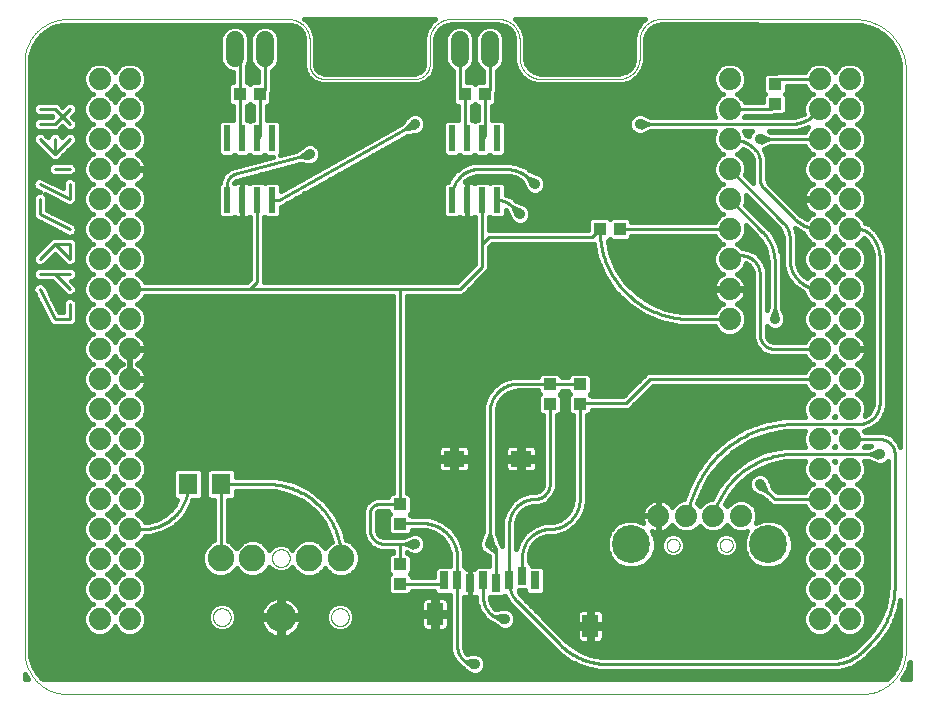
<source format=gtl>
G75*
%MOIN*%
%OFA0B0*%
%FSLAX25Y25*%
%IPPOS*%
%LPD*%
%AMOC8*
5,1,8,0,0,1.08239X$1,22.5*
%
%ADD10C,0.00000*%
%ADD11C,0.07400*%
%ADD12R,0.03150X0.05906*%
%ADD13R,0.07087X0.05512*%
%ADD14R,0.05512X0.07480*%
%ADD15R,0.04331X0.03937*%
%ADD16R,0.03937X0.04331*%
%ADD17C,0.12661*%
%ADD18C,0.10000*%
%ADD19C,0.08858*%
%ADD20R,0.06299X0.07087*%
%ADD21R,0.02400X0.08700*%
%ADD22C,0.05937*%
%ADD23C,0.01600*%
%ADD24C,0.03600*%
%ADD25C,0.01000*%
D10*
X0015942Y0021479D02*
X0280916Y0021479D01*
X0280916Y0021478D02*
X0281268Y0021482D01*
X0281621Y0021495D01*
X0281972Y0021516D01*
X0282324Y0021546D01*
X0282674Y0021584D01*
X0283023Y0021631D01*
X0283371Y0021686D01*
X0283718Y0021750D01*
X0284063Y0021822D01*
X0284406Y0021902D01*
X0284748Y0021990D01*
X0285087Y0022087D01*
X0285423Y0022192D01*
X0285757Y0022305D01*
X0286088Y0022426D01*
X0286416Y0022555D01*
X0286741Y0022692D01*
X0287062Y0022836D01*
X0287380Y0022989D01*
X0287694Y0023149D01*
X0288004Y0023316D01*
X0288310Y0023491D01*
X0288612Y0023674D01*
X0288909Y0023863D01*
X0289201Y0024060D01*
X0289489Y0024263D01*
X0289771Y0024474D01*
X0290049Y0024691D01*
X0290321Y0024915D01*
X0290588Y0025146D01*
X0290849Y0025383D01*
X0291104Y0025626D01*
X0291353Y0025875D01*
X0291596Y0026130D01*
X0291833Y0026391D01*
X0292064Y0026658D01*
X0292288Y0026930D01*
X0292505Y0027208D01*
X0292716Y0027490D01*
X0292919Y0027778D01*
X0293116Y0028070D01*
X0293305Y0028367D01*
X0293488Y0028669D01*
X0293663Y0028975D01*
X0293830Y0029285D01*
X0293990Y0029599D01*
X0294143Y0029917D01*
X0294287Y0030238D01*
X0294424Y0030563D01*
X0294553Y0030891D01*
X0294674Y0031222D01*
X0294787Y0031556D01*
X0294892Y0031892D01*
X0294989Y0032231D01*
X0295077Y0032573D01*
X0295157Y0032916D01*
X0295229Y0033261D01*
X0295293Y0033608D01*
X0295348Y0033956D01*
X0295395Y0034305D01*
X0295433Y0034655D01*
X0295463Y0035007D01*
X0295484Y0035358D01*
X0295497Y0035711D01*
X0295501Y0036063D01*
X0295501Y0229508D01*
X0295496Y0229924D01*
X0295481Y0230339D01*
X0295455Y0230754D01*
X0295419Y0231168D01*
X0295374Y0231581D01*
X0295318Y0231993D01*
X0295252Y0232403D01*
X0295176Y0232812D01*
X0295090Y0233218D01*
X0294994Y0233623D01*
X0294888Y0234025D01*
X0294772Y0234424D01*
X0294647Y0234820D01*
X0294511Y0235213D01*
X0294367Y0235603D01*
X0294212Y0235989D01*
X0294049Y0236371D01*
X0293876Y0236748D01*
X0293693Y0237122D01*
X0293502Y0237491D01*
X0293302Y0237855D01*
X0293092Y0238214D01*
X0292874Y0238568D01*
X0292648Y0238916D01*
X0292413Y0239259D01*
X0292169Y0239596D01*
X0291918Y0239927D01*
X0291658Y0240251D01*
X0291391Y0240570D01*
X0291115Y0240881D01*
X0290833Y0241185D01*
X0290542Y0241483D01*
X0290245Y0241773D01*
X0289940Y0242056D01*
X0289629Y0242332D01*
X0289311Y0242599D01*
X0288987Y0242859D01*
X0288656Y0243111D01*
X0288319Y0243354D01*
X0287977Y0243590D01*
X0287628Y0243816D01*
X0287275Y0244035D01*
X0286916Y0244244D01*
X0286552Y0244444D01*
X0286183Y0244636D01*
X0285809Y0244818D01*
X0285431Y0244992D01*
X0285049Y0245155D01*
X0284664Y0245310D01*
X0284274Y0245455D01*
X0283881Y0245590D01*
X0283485Y0245716D01*
X0283086Y0245832D01*
X0282684Y0245938D01*
X0282280Y0246034D01*
X0281873Y0246120D01*
X0281465Y0246196D01*
X0281054Y0246263D01*
X0280642Y0246319D01*
X0280229Y0246365D01*
X0279815Y0246401D01*
X0279400Y0246426D01*
X0278985Y0246442D01*
X0278570Y0246447D01*
X0278569Y0246447D02*
X0213874Y0246476D01*
X0213704Y0246474D01*
X0213533Y0246468D01*
X0213362Y0246458D01*
X0213192Y0246443D01*
X0213022Y0246425D01*
X0212852Y0246402D01*
X0212684Y0246376D01*
X0212515Y0246345D01*
X0212348Y0246310D01*
X0212182Y0246271D01*
X0212016Y0246229D01*
X0211852Y0246182D01*
X0211688Y0246131D01*
X0211526Y0246076D01*
X0211366Y0246018D01*
X0211207Y0245955D01*
X0211049Y0245889D01*
X0210893Y0245819D01*
X0210739Y0245745D01*
X0210587Y0245667D01*
X0210436Y0245586D01*
X0210288Y0245501D01*
X0210142Y0245413D01*
X0209998Y0245321D01*
X0209856Y0245226D01*
X0209716Y0245127D01*
X0209579Y0245025D01*
X0209444Y0244920D01*
X0209312Y0244811D01*
X0209183Y0244699D01*
X0209056Y0244584D01*
X0208933Y0244466D01*
X0208812Y0244346D01*
X0208694Y0244222D01*
X0208579Y0244095D01*
X0208467Y0243966D01*
X0208358Y0243834D01*
X0208253Y0243699D01*
X0208151Y0243562D01*
X0208052Y0243423D01*
X0207957Y0243281D01*
X0207865Y0243137D01*
X0207776Y0242991D01*
X0207691Y0242842D01*
X0207610Y0242692D01*
X0207532Y0242540D01*
X0207459Y0242386D01*
X0207388Y0242230D01*
X0207322Y0242072D01*
X0207259Y0241913D01*
X0207201Y0241752D01*
X0207146Y0241591D01*
X0207095Y0241427D01*
X0207048Y0241263D01*
X0207005Y0241098D01*
X0206966Y0240931D01*
X0206932Y0240764D01*
X0206901Y0240596D01*
X0206874Y0240427D01*
X0206851Y0240257D01*
X0206833Y0240087D01*
X0206818Y0239917D01*
X0206808Y0239746D01*
X0206802Y0239576D01*
X0206800Y0239405D01*
X0206800Y0233550D01*
X0206798Y0233379D01*
X0206792Y0233208D01*
X0206781Y0233038D01*
X0206767Y0232868D01*
X0206748Y0232698D01*
X0206726Y0232528D01*
X0206699Y0232360D01*
X0206668Y0232191D01*
X0206633Y0232024D01*
X0206595Y0231858D01*
X0206552Y0231692D01*
X0206505Y0231528D01*
X0206454Y0231365D01*
X0206399Y0231203D01*
X0206340Y0231043D01*
X0206278Y0230884D01*
X0206212Y0230726D01*
X0206142Y0230570D01*
X0206068Y0230416D01*
X0205990Y0230264D01*
X0205909Y0230114D01*
X0205824Y0229965D01*
X0205736Y0229819D01*
X0205644Y0229675D01*
X0205548Y0229533D01*
X0205450Y0229394D01*
X0205347Y0229257D01*
X0205242Y0229122D01*
X0205133Y0228990D01*
X0205022Y0228861D01*
X0204907Y0228735D01*
X0204789Y0228611D01*
X0204668Y0228490D01*
X0204544Y0228372D01*
X0204418Y0228257D01*
X0204289Y0228146D01*
X0204157Y0228037D01*
X0204022Y0227932D01*
X0203885Y0227829D01*
X0203746Y0227731D01*
X0203604Y0227635D01*
X0203460Y0227543D01*
X0203314Y0227455D01*
X0203165Y0227370D01*
X0203015Y0227289D01*
X0202863Y0227211D01*
X0202709Y0227137D01*
X0202553Y0227067D01*
X0202395Y0227001D01*
X0202236Y0226939D01*
X0202076Y0226880D01*
X0201914Y0226825D01*
X0201751Y0226774D01*
X0201587Y0226727D01*
X0201421Y0226684D01*
X0201255Y0226646D01*
X0201088Y0226611D01*
X0200919Y0226580D01*
X0200751Y0226553D01*
X0200581Y0226531D01*
X0200411Y0226512D01*
X0200241Y0226498D01*
X0200071Y0226487D01*
X0199900Y0226481D01*
X0199729Y0226479D01*
X0173871Y0226479D01*
X0173700Y0226481D01*
X0173529Y0226487D01*
X0173359Y0226498D01*
X0173189Y0226512D01*
X0173019Y0226531D01*
X0172849Y0226553D01*
X0172681Y0226580D01*
X0172512Y0226611D01*
X0172345Y0226646D01*
X0172179Y0226684D01*
X0172013Y0226727D01*
X0171849Y0226774D01*
X0171686Y0226825D01*
X0171524Y0226880D01*
X0171364Y0226939D01*
X0171205Y0227001D01*
X0171047Y0227067D01*
X0170891Y0227137D01*
X0170737Y0227211D01*
X0170585Y0227289D01*
X0170435Y0227370D01*
X0170286Y0227455D01*
X0170140Y0227543D01*
X0169996Y0227635D01*
X0169854Y0227731D01*
X0169715Y0227829D01*
X0169578Y0227932D01*
X0169443Y0228037D01*
X0169311Y0228146D01*
X0169182Y0228257D01*
X0169056Y0228372D01*
X0168932Y0228490D01*
X0168811Y0228611D01*
X0168693Y0228735D01*
X0168578Y0228861D01*
X0168467Y0228990D01*
X0168358Y0229122D01*
X0168253Y0229257D01*
X0168150Y0229394D01*
X0168052Y0229533D01*
X0167956Y0229675D01*
X0167864Y0229819D01*
X0167776Y0229965D01*
X0167691Y0230114D01*
X0167610Y0230264D01*
X0167532Y0230416D01*
X0167458Y0230570D01*
X0167388Y0230726D01*
X0167322Y0230884D01*
X0167260Y0231043D01*
X0167201Y0231203D01*
X0167146Y0231365D01*
X0167095Y0231528D01*
X0167048Y0231692D01*
X0167005Y0231858D01*
X0166967Y0232024D01*
X0166932Y0232191D01*
X0166901Y0232360D01*
X0166874Y0232528D01*
X0166852Y0232698D01*
X0166833Y0232868D01*
X0166819Y0233038D01*
X0166808Y0233208D01*
X0166802Y0233379D01*
X0166800Y0233550D01*
X0166800Y0239408D01*
X0166798Y0239579D01*
X0166792Y0239750D01*
X0166781Y0239920D01*
X0166767Y0240090D01*
X0166748Y0240260D01*
X0166726Y0240430D01*
X0166699Y0240598D01*
X0166668Y0240767D01*
X0166633Y0240934D01*
X0166595Y0241100D01*
X0166552Y0241266D01*
X0166505Y0241430D01*
X0166454Y0241593D01*
X0166399Y0241755D01*
X0166340Y0241915D01*
X0166278Y0242074D01*
X0166212Y0242232D01*
X0166142Y0242388D01*
X0166068Y0242542D01*
X0165990Y0242694D01*
X0165909Y0242844D01*
X0165824Y0242993D01*
X0165736Y0243139D01*
X0165644Y0243283D01*
X0165548Y0243425D01*
X0165450Y0243564D01*
X0165347Y0243701D01*
X0165242Y0243836D01*
X0165133Y0243968D01*
X0165022Y0244097D01*
X0164907Y0244223D01*
X0164789Y0244347D01*
X0164668Y0244468D01*
X0164544Y0244586D01*
X0164418Y0244701D01*
X0164289Y0244812D01*
X0164157Y0244921D01*
X0164022Y0245026D01*
X0163885Y0245129D01*
X0163746Y0245227D01*
X0163604Y0245323D01*
X0163460Y0245415D01*
X0163314Y0245503D01*
X0163165Y0245588D01*
X0163015Y0245669D01*
X0162863Y0245747D01*
X0162709Y0245821D01*
X0162553Y0245891D01*
X0162395Y0245957D01*
X0162236Y0246019D01*
X0162076Y0246078D01*
X0161914Y0246133D01*
X0161751Y0246184D01*
X0161587Y0246231D01*
X0161421Y0246274D01*
X0161255Y0246312D01*
X0161088Y0246347D01*
X0160919Y0246378D01*
X0160751Y0246405D01*
X0160581Y0246427D01*
X0160411Y0246446D01*
X0160241Y0246460D01*
X0160071Y0246471D01*
X0159900Y0246477D01*
X0159729Y0246479D01*
X0143871Y0246479D01*
X0143700Y0246477D01*
X0143529Y0246471D01*
X0143359Y0246460D01*
X0143189Y0246446D01*
X0143019Y0246427D01*
X0142849Y0246405D01*
X0142681Y0246378D01*
X0142512Y0246347D01*
X0142345Y0246312D01*
X0142179Y0246274D01*
X0142013Y0246231D01*
X0141849Y0246184D01*
X0141686Y0246133D01*
X0141524Y0246078D01*
X0141364Y0246019D01*
X0141205Y0245957D01*
X0141047Y0245891D01*
X0140891Y0245821D01*
X0140737Y0245747D01*
X0140585Y0245669D01*
X0140435Y0245588D01*
X0140286Y0245503D01*
X0140140Y0245415D01*
X0139996Y0245323D01*
X0139854Y0245227D01*
X0139715Y0245129D01*
X0139578Y0245026D01*
X0139443Y0244921D01*
X0139311Y0244812D01*
X0139182Y0244701D01*
X0139056Y0244586D01*
X0138932Y0244468D01*
X0138811Y0244347D01*
X0138693Y0244223D01*
X0138578Y0244097D01*
X0138467Y0243968D01*
X0138358Y0243836D01*
X0138253Y0243701D01*
X0138150Y0243564D01*
X0138052Y0243425D01*
X0137956Y0243283D01*
X0137864Y0243139D01*
X0137776Y0242993D01*
X0137691Y0242844D01*
X0137610Y0242694D01*
X0137532Y0242542D01*
X0137458Y0242388D01*
X0137388Y0242232D01*
X0137322Y0242074D01*
X0137260Y0241915D01*
X0137201Y0241755D01*
X0137146Y0241593D01*
X0137095Y0241430D01*
X0137048Y0241266D01*
X0137005Y0241100D01*
X0136967Y0240934D01*
X0136932Y0240767D01*
X0136901Y0240598D01*
X0136874Y0240430D01*
X0136852Y0240260D01*
X0136833Y0240090D01*
X0136819Y0239920D01*
X0136808Y0239750D01*
X0136802Y0239579D01*
X0136800Y0239408D01*
X0136800Y0231479D01*
X0136798Y0231339D01*
X0136792Y0231199D01*
X0136782Y0231059D01*
X0136769Y0230919D01*
X0136751Y0230780D01*
X0136729Y0230641D01*
X0136704Y0230504D01*
X0136675Y0230366D01*
X0136642Y0230230D01*
X0136605Y0230095D01*
X0136564Y0229961D01*
X0136519Y0229828D01*
X0136471Y0229696D01*
X0136419Y0229566D01*
X0136364Y0229437D01*
X0136305Y0229310D01*
X0136242Y0229184D01*
X0136176Y0229060D01*
X0136107Y0228939D01*
X0136034Y0228819D01*
X0135957Y0228701D01*
X0135878Y0228586D01*
X0135795Y0228472D01*
X0135709Y0228362D01*
X0135620Y0228253D01*
X0135528Y0228147D01*
X0135433Y0228044D01*
X0135336Y0227943D01*
X0135235Y0227846D01*
X0135132Y0227751D01*
X0135026Y0227659D01*
X0134917Y0227570D01*
X0134807Y0227484D01*
X0134693Y0227401D01*
X0134578Y0227322D01*
X0134460Y0227245D01*
X0134340Y0227172D01*
X0134219Y0227103D01*
X0134095Y0227037D01*
X0133969Y0226974D01*
X0133842Y0226915D01*
X0133713Y0226860D01*
X0133583Y0226808D01*
X0133451Y0226760D01*
X0133318Y0226715D01*
X0133184Y0226674D01*
X0133049Y0226637D01*
X0132913Y0226604D01*
X0132775Y0226575D01*
X0132638Y0226550D01*
X0132499Y0226528D01*
X0132360Y0226510D01*
X0132220Y0226497D01*
X0132080Y0226487D01*
X0131940Y0226481D01*
X0131800Y0226479D01*
X0101800Y0226479D01*
X0101660Y0226481D01*
X0101520Y0226487D01*
X0101380Y0226497D01*
X0101240Y0226510D01*
X0101101Y0226528D01*
X0100962Y0226550D01*
X0100825Y0226575D01*
X0100687Y0226604D01*
X0100551Y0226637D01*
X0100416Y0226674D01*
X0100282Y0226715D01*
X0100149Y0226760D01*
X0100017Y0226808D01*
X0099887Y0226860D01*
X0099758Y0226915D01*
X0099631Y0226974D01*
X0099505Y0227037D01*
X0099381Y0227103D01*
X0099260Y0227172D01*
X0099140Y0227245D01*
X0099022Y0227322D01*
X0098907Y0227401D01*
X0098793Y0227484D01*
X0098683Y0227570D01*
X0098574Y0227659D01*
X0098468Y0227751D01*
X0098365Y0227846D01*
X0098264Y0227943D01*
X0098167Y0228044D01*
X0098072Y0228147D01*
X0097980Y0228253D01*
X0097891Y0228362D01*
X0097805Y0228472D01*
X0097722Y0228586D01*
X0097643Y0228701D01*
X0097566Y0228819D01*
X0097493Y0228939D01*
X0097424Y0229060D01*
X0097358Y0229184D01*
X0097295Y0229310D01*
X0097236Y0229437D01*
X0097181Y0229566D01*
X0097129Y0229696D01*
X0097081Y0229828D01*
X0097036Y0229961D01*
X0096995Y0230095D01*
X0096958Y0230230D01*
X0096925Y0230366D01*
X0096896Y0230504D01*
X0096871Y0230641D01*
X0096849Y0230780D01*
X0096831Y0230919D01*
X0096818Y0231059D01*
X0096808Y0231199D01*
X0096802Y0231339D01*
X0096800Y0231479D01*
X0096800Y0239396D01*
X0096798Y0239566D01*
X0096792Y0239736D01*
X0096781Y0239906D01*
X0096767Y0240076D01*
X0096749Y0240245D01*
X0096726Y0240414D01*
X0096699Y0240582D01*
X0096669Y0240749D01*
X0096634Y0240916D01*
X0096595Y0241082D01*
X0096553Y0241246D01*
X0096506Y0241410D01*
X0096455Y0241572D01*
X0096401Y0241734D01*
X0096342Y0241893D01*
X0096280Y0242052D01*
X0096214Y0242209D01*
X0096144Y0242364D01*
X0096071Y0242517D01*
X0095993Y0242669D01*
X0095912Y0242819D01*
X0095828Y0242967D01*
X0095740Y0243112D01*
X0095648Y0243256D01*
X0095553Y0243397D01*
X0095455Y0243536D01*
X0095353Y0243672D01*
X0095248Y0243806D01*
X0095140Y0243938D01*
X0095029Y0244066D01*
X0094914Y0244192D01*
X0094797Y0244316D01*
X0094677Y0244436D01*
X0094553Y0244553D01*
X0094427Y0244668D01*
X0094299Y0244779D01*
X0094167Y0244887D01*
X0094033Y0244992D01*
X0093897Y0245094D01*
X0093758Y0245192D01*
X0093617Y0245287D01*
X0093473Y0245379D01*
X0093328Y0245467D01*
X0093180Y0245551D01*
X0093030Y0245632D01*
X0092878Y0245710D01*
X0092725Y0245783D01*
X0092570Y0245853D01*
X0092413Y0245919D01*
X0092254Y0245981D01*
X0092095Y0246040D01*
X0091933Y0246094D01*
X0091771Y0246145D01*
X0091607Y0246192D01*
X0091443Y0246234D01*
X0091277Y0246273D01*
X0091110Y0246308D01*
X0090943Y0246338D01*
X0090775Y0246365D01*
X0090606Y0246388D01*
X0090437Y0246406D01*
X0090267Y0246420D01*
X0090097Y0246431D01*
X0089927Y0246437D01*
X0089757Y0246439D01*
X0015914Y0246439D01*
X0015573Y0246435D01*
X0015232Y0246423D01*
X0014892Y0246402D01*
X0014552Y0246373D01*
X0014213Y0246336D01*
X0013875Y0246291D01*
X0013538Y0246238D01*
X0013202Y0246176D01*
X0012868Y0246106D01*
X0012536Y0246029D01*
X0012206Y0245943D01*
X0011878Y0245850D01*
X0011553Y0245748D01*
X0011229Y0245639D01*
X0010909Y0245522D01*
X0010592Y0245397D01*
X0010277Y0245265D01*
X0009966Y0245125D01*
X0009659Y0244977D01*
X0009355Y0244822D01*
X0009055Y0244660D01*
X0008759Y0244491D01*
X0008467Y0244314D01*
X0008179Y0244131D01*
X0007896Y0243941D01*
X0007618Y0243743D01*
X0007345Y0243540D01*
X0007076Y0243329D01*
X0006813Y0243113D01*
X0006555Y0242889D01*
X0006302Y0242660D01*
X0006055Y0242425D01*
X0005814Y0242184D01*
X0005579Y0241937D01*
X0005350Y0241684D01*
X0005126Y0241426D01*
X0004910Y0241163D01*
X0004699Y0240894D01*
X0004496Y0240621D01*
X0004298Y0240343D01*
X0004108Y0240060D01*
X0003925Y0239772D01*
X0003748Y0239480D01*
X0003579Y0239184D01*
X0003417Y0238884D01*
X0003262Y0238580D01*
X0003114Y0238273D01*
X0002974Y0237962D01*
X0002842Y0237647D01*
X0002717Y0237330D01*
X0002600Y0237010D01*
X0002491Y0236686D01*
X0002389Y0236361D01*
X0002296Y0236033D01*
X0002210Y0235703D01*
X0002133Y0235371D01*
X0002063Y0235037D01*
X0002001Y0234701D01*
X0001948Y0234364D01*
X0001903Y0234026D01*
X0001866Y0233687D01*
X0001837Y0233347D01*
X0001816Y0233007D01*
X0001804Y0232666D01*
X0001800Y0232325D01*
X0001800Y0035621D01*
X0001804Y0035279D01*
X0001817Y0034938D01*
X0001837Y0034597D01*
X0001866Y0034256D01*
X0001903Y0033916D01*
X0001948Y0033578D01*
X0002002Y0033240D01*
X0002063Y0032904D01*
X0002133Y0032569D01*
X0002211Y0032237D01*
X0002297Y0031906D01*
X0002390Y0031577D01*
X0002492Y0031251D01*
X0002602Y0030927D01*
X0002719Y0030606D01*
X0002844Y0030288D01*
X0002977Y0029973D01*
X0003117Y0029662D01*
X0003265Y0029353D01*
X0003420Y0029049D01*
X0003582Y0028748D01*
X0003752Y0028452D01*
X0003929Y0028159D01*
X0004113Y0027871D01*
X0004303Y0027587D01*
X0004501Y0027309D01*
X0004705Y0027035D01*
X0004916Y0026765D01*
X0005133Y0026502D01*
X0005357Y0026243D01*
X0005586Y0025990D01*
X0005822Y0025743D01*
X0006064Y0025501D01*
X0006311Y0025265D01*
X0006564Y0025036D01*
X0006823Y0024812D01*
X0007086Y0024595D01*
X0007356Y0024384D01*
X0007630Y0024180D01*
X0007908Y0023982D01*
X0008192Y0023792D01*
X0008480Y0023608D01*
X0008773Y0023431D01*
X0009069Y0023261D01*
X0009370Y0023099D01*
X0009674Y0022944D01*
X0009983Y0022796D01*
X0010294Y0022656D01*
X0010609Y0022523D01*
X0010927Y0022398D01*
X0011248Y0022281D01*
X0011572Y0022171D01*
X0011898Y0022069D01*
X0012227Y0021976D01*
X0012558Y0021890D01*
X0012890Y0021812D01*
X0013225Y0021742D01*
X0013561Y0021681D01*
X0013899Y0021627D01*
X0014237Y0021582D01*
X0014577Y0021545D01*
X0014918Y0021516D01*
X0015259Y0021496D01*
X0015600Y0021483D01*
X0015942Y0021479D01*
X0064556Y0047109D02*
X0064558Y0047217D01*
X0064564Y0047326D01*
X0064574Y0047434D01*
X0064588Y0047541D01*
X0064606Y0047648D01*
X0064627Y0047755D01*
X0064653Y0047860D01*
X0064683Y0047965D01*
X0064716Y0048068D01*
X0064753Y0048170D01*
X0064794Y0048270D01*
X0064838Y0048369D01*
X0064887Y0048467D01*
X0064938Y0048562D01*
X0064993Y0048655D01*
X0065052Y0048747D01*
X0065114Y0048836D01*
X0065179Y0048923D01*
X0065247Y0049007D01*
X0065318Y0049089D01*
X0065392Y0049168D01*
X0065469Y0049244D01*
X0065549Y0049318D01*
X0065632Y0049388D01*
X0065717Y0049456D01*
X0065804Y0049520D01*
X0065894Y0049581D01*
X0065986Y0049639D01*
X0066080Y0049693D01*
X0066176Y0049744D01*
X0066273Y0049791D01*
X0066373Y0049835D01*
X0066474Y0049875D01*
X0066576Y0049911D01*
X0066679Y0049943D01*
X0066784Y0049972D01*
X0066890Y0049996D01*
X0066996Y0050017D01*
X0067103Y0050034D01*
X0067211Y0050047D01*
X0067319Y0050056D01*
X0067428Y0050061D01*
X0067536Y0050062D01*
X0067645Y0050059D01*
X0067753Y0050052D01*
X0067861Y0050041D01*
X0067968Y0050026D01*
X0068075Y0050007D01*
X0068181Y0049984D01*
X0068286Y0049958D01*
X0068391Y0049927D01*
X0068493Y0049893D01*
X0068595Y0049855D01*
X0068695Y0049813D01*
X0068794Y0049768D01*
X0068891Y0049719D01*
X0068985Y0049666D01*
X0069078Y0049610D01*
X0069169Y0049551D01*
X0069258Y0049488D01*
X0069344Y0049423D01*
X0069428Y0049354D01*
X0069509Y0049282D01*
X0069587Y0049207D01*
X0069663Y0049129D01*
X0069736Y0049048D01*
X0069806Y0048965D01*
X0069872Y0048880D01*
X0069936Y0048792D01*
X0069996Y0048701D01*
X0070053Y0048609D01*
X0070106Y0048514D01*
X0070156Y0048418D01*
X0070202Y0048320D01*
X0070245Y0048220D01*
X0070284Y0048119D01*
X0070319Y0048016D01*
X0070351Y0047913D01*
X0070378Y0047808D01*
X0070402Y0047702D01*
X0070422Y0047595D01*
X0070438Y0047488D01*
X0070450Y0047380D01*
X0070458Y0047272D01*
X0070462Y0047163D01*
X0070462Y0047055D01*
X0070458Y0046946D01*
X0070450Y0046838D01*
X0070438Y0046730D01*
X0070422Y0046623D01*
X0070402Y0046516D01*
X0070378Y0046410D01*
X0070351Y0046305D01*
X0070319Y0046202D01*
X0070284Y0046099D01*
X0070245Y0045998D01*
X0070202Y0045898D01*
X0070156Y0045800D01*
X0070106Y0045704D01*
X0070053Y0045609D01*
X0069996Y0045517D01*
X0069936Y0045426D01*
X0069872Y0045338D01*
X0069806Y0045253D01*
X0069736Y0045170D01*
X0069663Y0045089D01*
X0069587Y0045011D01*
X0069509Y0044936D01*
X0069428Y0044864D01*
X0069344Y0044795D01*
X0069258Y0044730D01*
X0069169Y0044667D01*
X0069078Y0044608D01*
X0068986Y0044552D01*
X0068891Y0044499D01*
X0068794Y0044450D01*
X0068695Y0044405D01*
X0068595Y0044363D01*
X0068493Y0044325D01*
X0068391Y0044291D01*
X0068286Y0044260D01*
X0068181Y0044234D01*
X0068075Y0044211D01*
X0067968Y0044192D01*
X0067861Y0044177D01*
X0067753Y0044166D01*
X0067645Y0044159D01*
X0067536Y0044156D01*
X0067428Y0044157D01*
X0067319Y0044162D01*
X0067211Y0044171D01*
X0067103Y0044184D01*
X0066996Y0044201D01*
X0066890Y0044222D01*
X0066784Y0044246D01*
X0066679Y0044275D01*
X0066576Y0044307D01*
X0066474Y0044343D01*
X0066373Y0044383D01*
X0066273Y0044427D01*
X0066176Y0044474D01*
X0066080Y0044525D01*
X0065986Y0044579D01*
X0065894Y0044637D01*
X0065804Y0044698D01*
X0065717Y0044762D01*
X0065632Y0044830D01*
X0065549Y0044900D01*
X0065469Y0044974D01*
X0065392Y0045050D01*
X0065318Y0045129D01*
X0065247Y0045211D01*
X0065179Y0045295D01*
X0065114Y0045382D01*
X0065052Y0045471D01*
X0064993Y0045563D01*
X0064938Y0045656D01*
X0064887Y0045751D01*
X0064838Y0045849D01*
X0064794Y0045948D01*
X0064753Y0046048D01*
X0064716Y0046150D01*
X0064683Y0046253D01*
X0064653Y0046358D01*
X0064627Y0046463D01*
X0064606Y0046570D01*
X0064588Y0046677D01*
X0064574Y0046784D01*
X0064564Y0046892D01*
X0064558Y0047001D01*
X0064556Y0047109D01*
X0084241Y0066794D02*
X0084243Y0066902D01*
X0084249Y0067011D01*
X0084259Y0067119D01*
X0084273Y0067226D01*
X0084291Y0067333D01*
X0084312Y0067440D01*
X0084338Y0067545D01*
X0084368Y0067650D01*
X0084401Y0067753D01*
X0084438Y0067855D01*
X0084479Y0067955D01*
X0084523Y0068054D01*
X0084572Y0068152D01*
X0084623Y0068247D01*
X0084678Y0068340D01*
X0084737Y0068432D01*
X0084799Y0068521D01*
X0084864Y0068608D01*
X0084932Y0068692D01*
X0085003Y0068774D01*
X0085077Y0068853D01*
X0085154Y0068929D01*
X0085234Y0069003D01*
X0085317Y0069073D01*
X0085402Y0069141D01*
X0085489Y0069205D01*
X0085579Y0069266D01*
X0085671Y0069324D01*
X0085765Y0069378D01*
X0085861Y0069429D01*
X0085958Y0069476D01*
X0086058Y0069520D01*
X0086159Y0069560D01*
X0086261Y0069596D01*
X0086364Y0069628D01*
X0086469Y0069657D01*
X0086575Y0069681D01*
X0086681Y0069702D01*
X0086788Y0069719D01*
X0086896Y0069732D01*
X0087004Y0069741D01*
X0087113Y0069746D01*
X0087221Y0069747D01*
X0087330Y0069744D01*
X0087438Y0069737D01*
X0087546Y0069726D01*
X0087653Y0069711D01*
X0087760Y0069692D01*
X0087866Y0069669D01*
X0087971Y0069643D01*
X0088076Y0069612D01*
X0088178Y0069578D01*
X0088280Y0069540D01*
X0088380Y0069498D01*
X0088479Y0069453D01*
X0088576Y0069404D01*
X0088670Y0069351D01*
X0088763Y0069295D01*
X0088854Y0069236D01*
X0088943Y0069173D01*
X0089029Y0069108D01*
X0089113Y0069039D01*
X0089194Y0068967D01*
X0089272Y0068892D01*
X0089348Y0068814D01*
X0089421Y0068733D01*
X0089491Y0068650D01*
X0089557Y0068565D01*
X0089621Y0068477D01*
X0089681Y0068386D01*
X0089738Y0068294D01*
X0089791Y0068199D01*
X0089841Y0068103D01*
X0089887Y0068005D01*
X0089930Y0067905D01*
X0089969Y0067804D01*
X0090004Y0067701D01*
X0090036Y0067598D01*
X0090063Y0067493D01*
X0090087Y0067387D01*
X0090107Y0067280D01*
X0090123Y0067173D01*
X0090135Y0067065D01*
X0090143Y0066957D01*
X0090147Y0066848D01*
X0090147Y0066740D01*
X0090143Y0066631D01*
X0090135Y0066523D01*
X0090123Y0066415D01*
X0090107Y0066308D01*
X0090087Y0066201D01*
X0090063Y0066095D01*
X0090036Y0065990D01*
X0090004Y0065887D01*
X0089969Y0065784D01*
X0089930Y0065683D01*
X0089887Y0065583D01*
X0089841Y0065485D01*
X0089791Y0065389D01*
X0089738Y0065294D01*
X0089681Y0065202D01*
X0089621Y0065111D01*
X0089557Y0065023D01*
X0089491Y0064938D01*
X0089421Y0064855D01*
X0089348Y0064774D01*
X0089272Y0064696D01*
X0089194Y0064621D01*
X0089113Y0064549D01*
X0089029Y0064480D01*
X0088943Y0064415D01*
X0088854Y0064352D01*
X0088763Y0064293D01*
X0088671Y0064237D01*
X0088576Y0064184D01*
X0088479Y0064135D01*
X0088380Y0064090D01*
X0088280Y0064048D01*
X0088178Y0064010D01*
X0088076Y0063976D01*
X0087971Y0063945D01*
X0087866Y0063919D01*
X0087760Y0063896D01*
X0087653Y0063877D01*
X0087546Y0063862D01*
X0087438Y0063851D01*
X0087330Y0063844D01*
X0087221Y0063841D01*
X0087113Y0063842D01*
X0087004Y0063847D01*
X0086896Y0063856D01*
X0086788Y0063869D01*
X0086681Y0063886D01*
X0086575Y0063907D01*
X0086469Y0063931D01*
X0086364Y0063960D01*
X0086261Y0063992D01*
X0086159Y0064028D01*
X0086058Y0064068D01*
X0085958Y0064112D01*
X0085861Y0064159D01*
X0085765Y0064210D01*
X0085671Y0064264D01*
X0085579Y0064322D01*
X0085489Y0064383D01*
X0085402Y0064447D01*
X0085317Y0064515D01*
X0085234Y0064585D01*
X0085154Y0064659D01*
X0085077Y0064735D01*
X0085003Y0064814D01*
X0084932Y0064896D01*
X0084864Y0064980D01*
X0084799Y0065067D01*
X0084737Y0065156D01*
X0084678Y0065248D01*
X0084623Y0065341D01*
X0084572Y0065436D01*
X0084523Y0065534D01*
X0084479Y0065633D01*
X0084438Y0065733D01*
X0084401Y0065835D01*
X0084368Y0065938D01*
X0084338Y0066043D01*
X0084312Y0066148D01*
X0084291Y0066255D01*
X0084273Y0066362D01*
X0084259Y0066469D01*
X0084249Y0066577D01*
X0084243Y0066686D01*
X0084241Y0066794D01*
X0103926Y0047109D02*
X0103928Y0047217D01*
X0103934Y0047326D01*
X0103944Y0047434D01*
X0103958Y0047541D01*
X0103976Y0047648D01*
X0103997Y0047755D01*
X0104023Y0047860D01*
X0104053Y0047965D01*
X0104086Y0048068D01*
X0104123Y0048170D01*
X0104164Y0048270D01*
X0104208Y0048369D01*
X0104257Y0048467D01*
X0104308Y0048562D01*
X0104363Y0048655D01*
X0104422Y0048747D01*
X0104484Y0048836D01*
X0104549Y0048923D01*
X0104617Y0049007D01*
X0104688Y0049089D01*
X0104762Y0049168D01*
X0104839Y0049244D01*
X0104919Y0049318D01*
X0105002Y0049388D01*
X0105087Y0049456D01*
X0105174Y0049520D01*
X0105264Y0049581D01*
X0105356Y0049639D01*
X0105450Y0049693D01*
X0105546Y0049744D01*
X0105643Y0049791D01*
X0105743Y0049835D01*
X0105844Y0049875D01*
X0105946Y0049911D01*
X0106049Y0049943D01*
X0106154Y0049972D01*
X0106260Y0049996D01*
X0106366Y0050017D01*
X0106473Y0050034D01*
X0106581Y0050047D01*
X0106689Y0050056D01*
X0106798Y0050061D01*
X0106906Y0050062D01*
X0107015Y0050059D01*
X0107123Y0050052D01*
X0107231Y0050041D01*
X0107338Y0050026D01*
X0107445Y0050007D01*
X0107551Y0049984D01*
X0107656Y0049958D01*
X0107761Y0049927D01*
X0107863Y0049893D01*
X0107965Y0049855D01*
X0108065Y0049813D01*
X0108164Y0049768D01*
X0108261Y0049719D01*
X0108355Y0049666D01*
X0108448Y0049610D01*
X0108539Y0049551D01*
X0108628Y0049488D01*
X0108714Y0049423D01*
X0108798Y0049354D01*
X0108879Y0049282D01*
X0108957Y0049207D01*
X0109033Y0049129D01*
X0109106Y0049048D01*
X0109176Y0048965D01*
X0109242Y0048880D01*
X0109306Y0048792D01*
X0109366Y0048701D01*
X0109423Y0048609D01*
X0109476Y0048514D01*
X0109526Y0048418D01*
X0109572Y0048320D01*
X0109615Y0048220D01*
X0109654Y0048119D01*
X0109689Y0048016D01*
X0109721Y0047913D01*
X0109748Y0047808D01*
X0109772Y0047702D01*
X0109792Y0047595D01*
X0109808Y0047488D01*
X0109820Y0047380D01*
X0109828Y0047272D01*
X0109832Y0047163D01*
X0109832Y0047055D01*
X0109828Y0046946D01*
X0109820Y0046838D01*
X0109808Y0046730D01*
X0109792Y0046623D01*
X0109772Y0046516D01*
X0109748Y0046410D01*
X0109721Y0046305D01*
X0109689Y0046202D01*
X0109654Y0046099D01*
X0109615Y0045998D01*
X0109572Y0045898D01*
X0109526Y0045800D01*
X0109476Y0045704D01*
X0109423Y0045609D01*
X0109366Y0045517D01*
X0109306Y0045426D01*
X0109242Y0045338D01*
X0109176Y0045253D01*
X0109106Y0045170D01*
X0109033Y0045089D01*
X0108957Y0045011D01*
X0108879Y0044936D01*
X0108798Y0044864D01*
X0108714Y0044795D01*
X0108628Y0044730D01*
X0108539Y0044667D01*
X0108448Y0044608D01*
X0108356Y0044552D01*
X0108261Y0044499D01*
X0108164Y0044450D01*
X0108065Y0044405D01*
X0107965Y0044363D01*
X0107863Y0044325D01*
X0107761Y0044291D01*
X0107656Y0044260D01*
X0107551Y0044234D01*
X0107445Y0044211D01*
X0107338Y0044192D01*
X0107231Y0044177D01*
X0107123Y0044166D01*
X0107015Y0044159D01*
X0106906Y0044156D01*
X0106798Y0044157D01*
X0106689Y0044162D01*
X0106581Y0044171D01*
X0106473Y0044184D01*
X0106366Y0044201D01*
X0106260Y0044222D01*
X0106154Y0044246D01*
X0106049Y0044275D01*
X0105946Y0044307D01*
X0105844Y0044343D01*
X0105743Y0044383D01*
X0105643Y0044427D01*
X0105546Y0044474D01*
X0105450Y0044525D01*
X0105356Y0044579D01*
X0105264Y0044637D01*
X0105174Y0044698D01*
X0105087Y0044762D01*
X0105002Y0044830D01*
X0104919Y0044900D01*
X0104839Y0044974D01*
X0104762Y0045050D01*
X0104688Y0045129D01*
X0104617Y0045211D01*
X0104549Y0045295D01*
X0104484Y0045382D01*
X0104422Y0045471D01*
X0104363Y0045563D01*
X0104308Y0045656D01*
X0104257Y0045751D01*
X0104208Y0045849D01*
X0104164Y0045948D01*
X0104123Y0046048D01*
X0104086Y0046150D01*
X0104053Y0046253D01*
X0104023Y0046358D01*
X0103997Y0046463D01*
X0103976Y0046570D01*
X0103958Y0046677D01*
X0103944Y0046784D01*
X0103934Y0046892D01*
X0103928Y0047001D01*
X0103926Y0047109D01*
X0215777Y0071085D02*
X0215779Y0071178D01*
X0215785Y0071270D01*
X0215795Y0071362D01*
X0215809Y0071453D01*
X0215826Y0071544D01*
X0215848Y0071634D01*
X0215873Y0071723D01*
X0215902Y0071811D01*
X0215935Y0071897D01*
X0215972Y0071982D01*
X0216012Y0072066D01*
X0216056Y0072147D01*
X0216103Y0072227D01*
X0216153Y0072305D01*
X0216207Y0072380D01*
X0216264Y0072453D01*
X0216324Y0072523D01*
X0216387Y0072591D01*
X0216453Y0072656D01*
X0216521Y0072718D01*
X0216592Y0072778D01*
X0216666Y0072834D01*
X0216742Y0072887D01*
X0216820Y0072936D01*
X0216900Y0072983D01*
X0216982Y0073025D01*
X0217066Y0073065D01*
X0217151Y0073100D01*
X0217238Y0073132D01*
X0217326Y0073161D01*
X0217415Y0073185D01*
X0217505Y0073206D01*
X0217596Y0073222D01*
X0217688Y0073235D01*
X0217780Y0073244D01*
X0217873Y0073249D01*
X0217965Y0073250D01*
X0218058Y0073247D01*
X0218150Y0073240D01*
X0218242Y0073229D01*
X0218333Y0073214D01*
X0218424Y0073196D01*
X0218514Y0073173D01*
X0218602Y0073147D01*
X0218690Y0073117D01*
X0218776Y0073083D01*
X0218860Y0073046D01*
X0218943Y0073004D01*
X0219024Y0072960D01*
X0219104Y0072912D01*
X0219181Y0072861D01*
X0219255Y0072806D01*
X0219328Y0072748D01*
X0219398Y0072688D01*
X0219465Y0072624D01*
X0219529Y0072558D01*
X0219591Y0072488D01*
X0219649Y0072417D01*
X0219704Y0072343D01*
X0219756Y0072266D01*
X0219805Y0072187D01*
X0219851Y0072107D01*
X0219893Y0072024D01*
X0219931Y0071940D01*
X0219966Y0071854D01*
X0219997Y0071767D01*
X0220024Y0071679D01*
X0220047Y0071589D01*
X0220067Y0071499D01*
X0220083Y0071408D01*
X0220095Y0071316D01*
X0220103Y0071224D01*
X0220107Y0071131D01*
X0220107Y0071039D01*
X0220103Y0070946D01*
X0220095Y0070854D01*
X0220083Y0070762D01*
X0220067Y0070671D01*
X0220047Y0070581D01*
X0220024Y0070491D01*
X0219997Y0070403D01*
X0219966Y0070316D01*
X0219931Y0070230D01*
X0219893Y0070146D01*
X0219851Y0070063D01*
X0219805Y0069983D01*
X0219756Y0069904D01*
X0219704Y0069827D01*
X0219649Y0069753D01*
X0219591Y0069682D01*
X0219529Y0069612D01*
X0219465Y0069546D01*
X0219398Y0069482D01*
X0219328Y0069422D01*
X0219255Y0069364D01*
X0219181Y0069309D01*
X0219104Y0069258D01*
X0219025Y0069210D01*
X0218943Y0069166D01*
X0218860Y0069124D01*
X0218776Y0069087D01*
X0218690Y0069053D01*
X0218602Y0069023D01*
X0218514Y0068997D01*
X0218424Y0068974D01*
X0218333Y0068956D01*
X0218242Y0068941D01*
X0218150Y0068930D01*
X0218058Y0068923D01*
X0217965Y0068920D01*
X0217873Y0068921D01*
X0217780Y0068926D01*
X0217688Y0068935D01*
X0217596Y0068948D01*
X0217505Y0068964D01*
X0217415Y0068985D01*
X0217326Y0069009D01*
X0217238Y0069038D01*
X0217151Y0069070D01*
X0217066Y0069105D01*
X0216982Y0069145D01*
X0216900Y0069187D01*
X0216820Y0069234D01*
X0216742Y0069283D01*
X0216666Y0069336D01*
X0216592Y0069392D01*
X0216521Y0069452D01*
X0216453Y0069514D01*
X0216387Y0069579D01*
X0216324Y0069647D01*
X0216264Y0069717D01*
X0216207Y0069790D01*
X0216153Y0069865D01*
X0216103Y0069943D01*
X0216056Y0070023D01*
X0216012Y0070104D01*
X0215972Y0070188D01*
X0215935Y0070273D01*
X0215902Y0070359D01*
X0215873Y0070447D01*
X0215848Y0070536D01*
X0215826Y0070626D01*
X0215809Y0070717D01*
X0215795Y0070808D01*
X0215785Y0070900D01*
X0215779Y0070992D01*
X0215777Y0071085D01*
X0233493Y0071085D02*
X0233495Y0071178D01*
X0233501Y0071270D01*
X0233511Y0071362D01*
X0233525Y0071453D01*
X0233542Y0071544D01*
X0233564Y0071634D01*
X0233589Y0071723D01*
X0233618Y0071811D01*
X0233651Y0071897D01*
X0233688Y0071982D01*
X0233728Y0072066D01*
X0233772Y0072147D01*
X0233819Y0072227D01*
X0233869Y0072305D01*
X0233923Y0072380D01*
X0233980Y0072453D01*
X0234040Y0072523D01*
X0234103Y0072591D01*
X0234169Y0072656D01*
X0234237Y0072718D01*
X0234308Y0072778D01*
X0234382Y0072834D01*
X0234458Y0072887D01*
X0234536Y0072936D01*
X0234616Y0072983D01*
X0234698Y0073025D01*
X0234782Y0073065D01*
X0234867Y0073100D01*
X0234954Y0073132D01*
X0235042Y0073161D01*
X0235131Y0073185D01*
X0235221Y0073206D01*
X0235312Y0073222D01*
X0235404Y0073235D01*
X0235496Y0073244D01*
X0235589Y0073249D01*
X0235681Y0073250D01*
X0235774Y0073247D01*
X0235866Y0073240D01*
X0235958Y0073229D01*
X0236049Y0073214D01*
X0236140Y0073196D01*
X0236230Y0073173D01*
X0236318Y0073147D01*
X0236406Y0073117D01*
X0236492Y0073083D01*
X0236576Y0073046D01*
X0236659Y0073004D01*
X0236740Y0072960D01*
X0236820Y0072912D01*
X0236897Y0072861D01*
X0236971Y0072806D01*
X0237044Y0072748D01*
X0237114Y0072688D01*
X0237181Y0072624D01*
X0237245Y0072558D01*
X0237307Y0072488D01*
X0237365Y0072417D01*
X0237420Y0072343D01*
X0237472Y0072266D01*
X0237521Y0072187D01*
X0237567Y0072107D01*
X0237609Y0072024D01*
X0237647Y0071940D01*
X0237682Y0071854D01*
X0237713Y0071767D01*
X0237740Y0071679D01*
X0237763Y0071589D01*
X0237783Y0071499D01*
X0237799Y0071408D01*
X0237811Y0071316D01*
X0237819Y0071224D01*
X0237823Y0071131D01*
X0237823Y0071039D01*
X0237819Y0070946D01*
X0237811Y0070854D01*
X0237799Y0070762D01*
X0237783Y0070671D01*
X0237763Y0070581D01*
X0237740Y0070491D01*
X0237713Y0070403D01*
X0237682Y0070316D01*
X0237647Y0070230D01*
X0237609Y0070146D01*
X0237567Y0070063D01*
X0237521Y0069983D01*
X0237472Y0069904D01*
X0237420Y0069827D01*
X0237365Y0069753D01*
X0237307Y0069682D01*
X0237245Y0069612D01*
X0237181Y0069546D01*
X0237114Y0069482D01*
X0237044Y0069422D01*
X0236971Y0069364D01*
X0236897Y0069309D01*
X0236820Y0069258D01*
X0236741Y0069210D01*
X0236659Y0069166D01*
X0236576Y0069124D01*
X0236492Y0069087D01*
X0236406Y0069053D01*
X0236318Y0069023D01*
X0236230Y0068997D01*
X0236140Y0068974D01*
X0236049Y0068956D01*
X0235958Y0068941D01*
X0235866Y0068930D01*
X0235774Y0068923D01*
X0235681Y0068920D01*
X0235589Y0068921D01*
X0235496Y0068926D01*
X0235404Y0068935D01*
X0235312Y0068948D01*
X0235221Y0068964D01*
X0235131Y0068985D01*
X0235042Y0069009D01*
X0234954Y0069038D01*
X0234867Y0069070D01*
X0234782Y0069105D01*
X0234698Y0069145D01*
X0234616Y0069187D01*
X0234536Y0069234D01*
X0234458Y0069283D01*
X0234382Y0069336D01*
X0234308Y0069392D01*
X0234237Y0069452D01*
X0234169Y0069514D01*
X0234103Y0069579D01*
X0234040Y0069647D01*
X0233980Y0069717D01*
X0233923Y0069790D01*
X0233869Y0069865D01*
X0233819Y0069943D01*
X0233772Y0070023D01*
X0233728Y0070104D01*
X0233688Y0070188D01*
X0233651Y0070273D01*
X0233618Y0070359D01*
X0233589Y0070447D01*
X0233564Y0070536D01*
X0233542Y0070626D01*
X0233525Y0070717D01*
X0233511Y0070808D01*
X0233501Y0070900D01*
X0233495Y0070992D01*
X0233493Y0071085D01*
D11*
X0231237Y0080928D03*
X0222363Y0080928D03*
X0213020Y0080928D03*
X0240580Y0080928D03*
X0266800Y0076479D03*
X0276800Y0076479D03*
X0276800Y0086479D03*
X0266800Y0086479D03*
X0266800Y0096479D03*
X0276800Y0096479D03*
X0276800Y0106479D03*
X0266800Y0106479D03*
X0266800Y0116479D03*
X0276800Y0116479D03*
X0276800Y0126479D03*
X0266800Y0126479D03*
X0266800Y0136479D03*
X0276800Y0136479D03*
X0276800Y0146479D03*
X0266800Y0146479D03*
X0266800Y0156479D03*
X0276800Y0156479D03*
X0276800Y0166479D03*
X0266800Y0166479D03*
X0266800Y0176479D03*
X0276800Y0176479D03*
X0276800Y0186479D03*
X0266800Y0186479D03*
X0266800Y0196479D03*
X0276800Y0196479D03*
X0276800Y0206479D03*
X0266800Y0206479D03*
X0266800Y0216479D03*
X0276800Y0216479D03*
X0276800Y0226479D03*
X0266800Y0226479D03*
X0236800Y0226479D03*
X0236800Y0216479D03*
X0236800Y0206479D03*
X0236800Y0196479D03*
X0236800Y0186479D03*
X0236800Y0176479D03*
X0236800Y0166479D03*
X0236800Y0156479D03*
X0236800Y0146479D03*
X0266800Y0066479D03*
X0276800Y0066479D03*
X0276800Y0056479D03*
X0266800Y0056479D03*
X0266800Y0046479D03*
X0276800Y0046479D03*
X0036800Y0046479D03*
X0036800Y0056479D03*
X0036800Y0066479D03*
X0036800Y0076479D03*
X0036800Y0086479D03*
X0036800Y0096479D03*
X0036800Y0106479D03*
X0036800Y0116479D03*
X0036800Y0126479D03*
X0036800Y0136479D03*
X0036800Y0146479D03*
X0036800Y0156479D03*
X0036800Y0166479D03*
X0036800Y0176479D03*
X0036800Y0186479D03*
X0036800Y0196479D03*
X0036800Y0206479D03*
X0036800Y0216479D03*
X0036800Y0226479D03*
X0026800Y0226479D03*
X0026800Y0216479D03*
X0026800Y0206479D03*
X0026800Y0196479D03*
X0026800Y0186479D03*
X0026800Y0176479D03*
X0026800Y0166479D03*
X0026800Y0156479D03*
X0026800Y0146479D03*
X0026800Y0136479D03*
X0026800Y0126479D03*
X0026800Y0116479D03*
X0026800Y0106479D03*
X0026800Y0096479D03*
X0026800Y0086479D03*
X0026800Y0076479D03*
X0026800Y0066479D03*
X0026800Y0056479D03*
X0026800Y0046479D03*
D12*
X0141682Y0059353D03*
X0146013Y0059353D03*
X0150343Y0058565D03*
X0154674Y0059353D03*
X0159005Y0058565D03*
X0163335Y0059353D03*
X0167666Y0060928D03*
X0171997Y0059353D03*
D13*
X0167312Y0099904D03*
X0144871Y0099904D03*
D14*
X0138572Y0048132D03*
X0190343Y0044195D03*
D15*
X0126800Y0058132D03*
X0126800Y0064825D03*
X0126800Y0078132D03*
X0126800Y0084825D03*
X0176800Y0118132D03*
X0176800Y0124825D03*
X0186800Y0124825D03*
X0186800Y0118132D03*
X0251800Y0218132D03*
X0251800Y0224825D03*
D16*
X0200146Y0176479D03*
X0193454Y0176479D03*
X0155146Y0221479D03*
X0148454Y0221479D03*
X0080146Y0221479D03*
X0073454Y0221479D03*
D17*
X0203965Y0071479D03*
X0249635Y0071479D03*
D18*
X0087194Y0047109D03*
D19*
X0096643Y0066794D03*
X0107272Y0066794D03*
X0077745Y0066794D03*
X0067115Y0066794D03*
D20*
X0067312Y0091479D03*
X0056288Y0091479D03*
D21*
X0069300Y0186179D03*
X0074300Y0186179D03*
X0079300Y0186179D03*
X0084300Y0186179D03*
X0084300Y0206779D03*
X0079300Y0206779D03*
X0074300Y0206779D03*
X0069300Y0206779D03*
X0144300Y0206779D03*
X0149300Y0206779D03*
X0154300Y0206779D03*
X0159300Y0206779D03*
X0159300Y0186179D03*
X0154300Y0186179D03*
X0149300Y0186179D03*
X0144300Y0186179D03*
D22*
X0146800Y0233510D02*
X0146800Y0239447D01*
X0156800Y0239447D02*
X0156800Y0233510D01*
X0081800Y0233510D02*
X0081800Y0239447D01*
X0071800Y0239447D02*
X0071800Y0233510D01*
D23*
X0076128Y0231497D02*
X0077472Y0231497D01*
X0077757Y0230809D02*
X0077031Y0232562D01*
X0077031Y0240396D01*
X0077757Y0242148D01*
X0079099Y0243490D01*
X0080851Y0244216D01*
X0082749Y0244216D01*
X0084501Y0243490D01*
X0085843Y0242148D01*
X0086568Y0240396D01*
X0086568Y0232562D01*
X0085843Y0230809D01*
X0084501Y0229468D01*
X0084100Y0229302D01*
X0084100Y0222073D01*
X0083915Y0221752D01*
X0083915Y0218568D01*
X0082861Y0217513D01*
X0082446Y0217513D01*
X0082446Y0212929D01*
X0086246Y0212929D01*
X0087300Y0211874D01*
X0087300Y0201683D01*
X0086810Y0201193D01*
X0092260Y0202647D01*
X0092624Y0202940D01*
X0092686Y0202933D01*
X0094435Y0204210D01*
X0094452Y0204222D01*
X0094761Y0204531D01*
X0095025Y0204640D01*
X0095448Y0204949D01*
X0095448Y0204949D01*
X0095681Y0204912D01*
X0096084Y0205079D01*
X0097516Y0205079D01*
X0098839Y0204531D01*
X0099852Y0203518D01*
X0100400Y0202195D01*
X0100400Y0200763D01*
X0099852Y0199439D01*
X0098839Y0198427D01*
X0097516Y0197879D01*
X0097459Y0197879D01*
X0097357Y0197797D01*
X0097357Y0197797D01*
X0096994Y0197836D01*
X0096604Y0197879D01*
X0096084Y0197879D01*
X0095898Y0197956D01*
X0093958Y0198167D01*
X0093908Y0198131D01*
X0093446Y0198203D01*
X0072421Y0192592D01*
X0072211Y0192497D01*
X0071833Y0192153D01*
X0071707Y0191867D01*
X0071800Y0191774D01*
X0071995Y0191969D01*
X0072405Y0192206D01*
X0072863Y0192329D01*
X0074300Y0192329D01*
X0074300Y0186179D01*
X0074300Y0186179D01*
X0074300Y0192329D01*
X0075737Y0192329D01*
X0076195Y0192206D01*
X0076605Y0191969D01*
X0076800Y0191774D01*
X0077354Y0192329D01*
X0081246Y0192329D01*
X0081800Y0191774D01*
X0082354Y0192329D01*
X0086246Y0192329D01*
X0087300Y0191274D01*
X0087300Y0189260D01*
X0126704Y0211267D01*
X0126704Y0211267D01*
X0127112Y0211495D01*
X0127393Y0211868D01*
X0127454Y0211877D01*
X0128682Y0213358D01*
X0128748Y0213518D01*
X0129135Y0213905D01*
X0129636Y0214509D01*
X0129750Y0214520D01*
X0129761Y0214531D01*
X0131084Y0215079D01*
X0132516Y0215079D01*
X0133839Y0214531D01*
X0134852Y0213518D01*
X0135400Y0212195D01*
X0135400Y0210763D01*
X0134852Y0209439D01*
X0133839Y0208427D01*
X0133392Y0208242D01*
X0133245Y0208047D01*
X0133245Y0208047D01*
X0133245Y0208047D01*
X0132755Y0207978D01*
X0132516Y0207879D01*
X0132052Y0207879D01*
X0129860Y0207570D01*
X0129820Y0207522D01*
X0129355Y0207479D01*
X0128947Y0207251D01*
X0128947Y0207251D01*
X0087900Y0184326D01*
X0087453Y0183879D01*
X0087300Y0183879D01*
X0087300Y0181083D01*
X0086246Y0180029D01*
X0082354Y0180029D01*
X0081800Y0180583D01*
X0081600Y0180383D01*
X0081600Y0158779D01*
X0145847Y0158779D01*
X0152000Y0164931D01*
X0152000Y0180383D01*
X0151800Y0180583D01*
X0151605Y0180388D01*
X0151195Y0180151D01*
X0150737Y0180029D01*
X0149300Y0180029D01*
X0149300Y0186179D01*
X0149300Y0186179D01*
X0149300Y0192329D01*
X0150737Y0192329D01*
X0151195Y0192206D01*
X0151605Y0191969D01*
X0151800Y0191774D01*
X0152354Y0192329D01*
X0156246Y0192329D01*
X0156800Y0191774D01*
X0157354Y0192329D01*
X0161246Y0192329D01*
X0162300Y0191274D01*
X0162300Y0187983D01*
X0164432Y0187099D01*
X0164432Y0187099D01*
X0165538Y0185994D01*
X0165973Y0185825D01*
X0165998Y0185768D01*
X0168216Y0184789D01*
X0168839Y0184531D01*
X0168870Y0184500D01*
X0169126Y0184387D01*
X0169126Y0184387D01*
X0169126Y0184387D01*
X0169216Y0184154D01*
X0169852Y0183518D01*
X0170400Y0182195D01*
X0170400Y0180763D01*
X0169852Y0179439D01*
X0168839Y0178427D01*
X0167516Y0177879D01*
X0166084Y0177879D01*
X0164761Y0178427D01*
X0164125Y0179062D01*
X0163892Y0179153D01*
X0163892Y0179153D01*
X0163892Y0179153D01*
X0163779Y0179409D01*
X0163748Y0179439D01*
X0163490Y0180062D01*
X0162510Y0182280D01*
X0162454Y0182305D01*
X0162302Y0182697D01*
X0162300Y0182699D01*
X0162300Y0181083D01*
X0161246Y0180029D01*
X0157354Y0180029D01*
X0156800Y0180583D01*
X0156600Y0180383D01*
X0156600Y0176091D01*
X0189685Y0176091D01*
X0189685Y0179390D01*
X0190739Y0180444D01*
X0196168Y0180444D01*
X0196800Y0179812D01*
X0197432Y0180444D01*
X0202861Y0180444D01*
X0203915Y0179390D01*
X0203915Y0178779D01*
X0231800Y0178779D01*
X0232137Y0179594D01*
X0233684Y0181141D01*
X0234499Y0181479D01*
X0233684Y0181816D01*
X0232137Y0183363D01*
X0231300Y0185385D01*
X0231300Y0187573D01*
X0232137Y0189594D01*
X0233684Y0191141D01*
X0234499Y0191479D01*
X0233684Y0191816D01*
X0232137Y0193363D01*
X0231300Y0195385D01*
X0231300Y0197573D01*
X0232137Y0199594D01*
X0233684Y0201141D01*
X0234499Y0201479D01*
X0233684Y0201816D01*
X0232137Y0203363D01*
X0231300Y0205385D01*
X0231300Y0207573D01*
X0231965Y0209179D01*
X0210885Y0209179D01*
X0210458Y0208990D01*
X0210400Y0209012D01*
X0208988Y0208466D01*
X0208988Y0208466D01*
X0208139Y0208137D01*
X0207516Y0207879D01*
X0207473Y0207879D01*
X0207212Y0207778D01*
X0206983Y0207879D01*
X0206084Y0207879D01*
X0204761Y0208427D01*
X0203748Y0209439D01*
X0203200Y0210763D01*
X0203200Y0212195D01*
X0203748Y0213518D01*
X0204761Y0214531D01*
X0206084Y0215079D01*
X0206983Y0215079D01*
X0207212Y0215180D01*
X0207212Y0215180D01*
X0207212Y0215180D01*
X0207473Y0215079D01*
X0207516Y0215079D01*
X0208139Y0214821D01*
X0210400Y0213945D01*
X0210458Y0213968D01*
X0210885Y0213779D01*
X0231965Y0213779D01*
X0231300Y0215385D01*
X0231300Y0217573D01*
X0232137Y0219594D01*
X0233684Y0221141D01*
X0234499Y0221479D01*
X0233684Y0221816D01*
X0232137Y0223363D01*
X0231300Y0225385D01*
X0231300Y0227573D01*
X0232137Y0229594D01*
X0233684Y0231141D01*
X0235706Y0231979D01*
X0237894Y0231979D01*
X0239915Y0231141D01*
X0241463Y0229594D01*
X0242300Y0227573D01*
X0242300Y0225385D01*
X0241463Y0223363D01*
X0239915Y0221816D01*
X0239101Y0221479D01*
X0239915Y0221141D01*
X0241463Y0219594D01*
X0241800Y0218779D01*
X0247835Y0218779D01*
X0247835Y0220846D01*
X0248467Y0221479D01*
X0247835Y0222111D01*
X0247835Y0227539D01*
X0248889Y0228594D01*
X0252316Y0228594D01*
X0252501Y0228779D01*
X0261800Y0228779D01*
X0262137Y0229594D01*
X0263684Y0231141D01*
X0265706Y0231979D01*
X0267894Y0231979D01*
X0269915Y0231141D01*
X0271463Y0229594D01*
X0271800Y0228780D01*
X0272137Y0229594D01*
X0273684Y0231141D01*
X0275706Y0231979D01*
X0277894Y0231979D01*
X0279915Y0231141D01*
X0281463Y0229594D01*
X0282300Y0227573D01*
X0282300Y0225385D01*
X0281463Y0223363D01*
X0279915Y0221816D01*
X0279101Y0221479D01*
X0279915Y0221141D01*
X0281463Y0219594D01*
X0282300Y0217573D01*
X0282300Y0215385D01*
X0281463Y0213363D01*
X0279915Y0211816D01*
X0279101Y0211479D01*
X0279915Y0211141D01*
X0281463Y0209594D01*
X0282300Y0207573D01*
X0282300Y0205385D01*
X0281463Y0203363D01*
X0279915Y0201816D01*
X0279101Y0201479D01*
X0279915Y0201141D01*
X0281463Y0199594D01*
X0282300Y0197573D01*
X0282300Y0195385D01*
X0281463Y0193363D01*
X0279915Y0191816D01*
X0279101Y0191479D01*
X0279915Y0191141D01*
X0281463Y0189594D01*
X0282300Y0187573D01*
X0282300Y0185385D01*
X0281463Y0183363D01*
X0279915Y0181816D01*
X0279101Y0181479D01*
X0279915Y0181141D01*
X0281463Y0179594D01*
X0281929Y0178469D01*
X0283864Y0177667D01*
X0283864Y0177667D01*
X0284891Y0176641D01*
X0284891Y0176641D01*
X0285030Y0176501D01*
X0285152Y0176380D01*
X0285152Y0176380D01*
X0286407Y0175125D01*
X0286407Y0175125D01*
X0288181Y0172051D01*
X0288181Y0172051D01*
X0289100Y0168622D01*
X0289100Y0117066D01*
X0288183Y0114242D01*
X0286438Y0111841D01*
X0286438Y0111841D01*
X0286438Y0111841D01*
X0284036Y0110096D01*
X0284036Y0110096D01*
X0281585Y0109299D01*
X0281800Y0108779D01*
X0288252Y0108779D01*
X0290935Y0107667D01*
X0290935Y0107667D01*
X0292989Y0105614D01*
X0292989Y0105614D01*
X0293701Y0103895D01*
X0293701Y0229508D01*
X0293571Y0231483D01*
X0292549Y0235300D01*
X0290574Y0238722D01*
X0287781Y0241516D01*
X0284360Y0243493D01*
X0284360Y0243493D01*
X0280544Y0244517D01*
X0278569Y0244647D01*
X0214619Y0244675D01*
X0214619Y0244675D01*
X0213873Y0244676D01*
X0213048Y0244611D01*
X0211479Y0244102D01*
X0210144Y0243133D01*
X0209174Y0241799D01*
X0208665Y0240230D01*
X0208600Y0239405D01*
X0208600Y0239403D01*
X0208600Y0238659D01*
X0208600Y0238659D01*
X0208600Y0232145D01*
X0207732Y0229472D01*
X0207732Y0229472D01*
X0206080Y0227199D01*
X0206080Y0227199D01*
X0206080Y0227199D01*
X0203807Y0225547D01*
X0203806Y0225547D01*
X0201134Y0224679D01*
X0172466Y0224679D01*
X0169793Y0225547D01*
X0169793Y0225547D01*
X0167520Y0227199D01*
X0167520Y0227199D01*
X0165868Y0229472D01*
X0165868Y0229472D01*
X0165000Y0232145D01*
X0165000Y0239408D01*
X0164935Y0240232D01*
X0164425Y0241801D01*
X0163456Y0243135D01*
X0162122Y0244104D01*
X0162122Y0244104D01*
X0160554Y0244614D01*
X0159729Y0244679D01*
X0143871Y0244679D01*
X0143046Y0244614D01*
X0141478Y0244104D01*
X0140144Y0243135D01*
X0139174Y0241801D01*
X0138665Y0240232D01*
X0138600Y0239408D01*
X0138600Y0230126D01*
X0137565Y0227627D01*
X0137565Y0227627D01*
X0135652Y0225714D01*
X0135652Y0225714D01*
X0133153Y0224679D01*
X0100447Y0224679D01*
X0097948Y0225714D01*
X0097948Y0225714D01*
X0096035Y0227627D01*
X0096035Y0227627D01*
X0095000Y0230126D01*
X0095000Y0239396D01*
X0094935Y0240216D01*
X0094429Y0241776D01*
X0093464Y0243104D01*
X0092137Y0244068D01*
X0090577Y0244575D01*
X0089757Y0244639D01*
X0015914Y0244639D01*
X0014307Y0244534D01*
X0011202Y0243702D01*
X0008418Y0242095D01*
X0006145Y0239822D01*
X0004537Y0237038D01*
X0003705Y0233932D01*
X0003600Y0232325D01*
X0003600Y0035621D01*
X0003706Y0034010D01*
X0004539Y0030898D01*
X0006150Y0028107D01*
X0007779Y0026479D01*
X0289257Y0026479D01*
X0291059Y0028281D01*
X0292728Y0031171D01*
X0293591Y0034395D01*
X0293701Y0036063D01*
X0293701Y0052746D01*
X0292977Y0049107D01*
X0292977Y0049107D01*
X0290774Y0043788D01*
X0290774Y0043788D01*
X0287575Y0039001D01*
X0287575Y0039001D01*
X0285540Y0036966D01*
X0284938Y0036364D01*
X0283242Y0034668D01*
X0282568Y0033995D01*
X0281038Y0032464D01*
X0281038Y0032464D01*
X0277289Y0030299D01*
X0277289Y0030299D01*
X0273107Y0029179D01*
X0193633Y0029179D01*
X0188869Y0030126D01*
X0184381Y0031985D01*
X0180342Y0034684D01*
X0180342Y0034684D01*
X0178624Y0036402D01*
X0177951Y0037075D01*
X0177951Y0037075D01*
X0164902Y0050124D01*
X0164902Y0050124D01*
X0164229Y0050797D01*
X0164229Y0050797D01*
X0163214Y0051812D01*
X0163214Y0051812D01*
X0161790Y0054278D01*
X0161325Y0053813D01*
X0156974Y0053813D01*
X0156974Y0053605D01*
X0157049Y0052757D01*
X0157636Y0051165D01*
X0158738Y0049875D01*
X0158842Y0049803D01*
X0158889Y0049811D01*
X0158940Y0049775D01*
X0160889Y0049998D01*
X0161084Y0050079D01*
X0161594Y0050079D01*
X0162337Y0050164D01*
X0162337Y0050164D01*
X0162444Y0050079D01*
X0162516Y0050079D01*
X0163839Y0049531D01*
X0164852Y0048518D01*
X0165400Y0047195D01*
X0165400Y0045763D01*
X0164852Y0044439D01*
X0163839Y0043427D01*
X0162516Y0042879D01*
X0161084Y0042879D01*
X0160697Y0043039D01*
X0160467Y0043002D01*
X0160467Y0043002D01*
X0160467Y0043002D01*
X0160034Y0043313D01*
X0159761Y0043427D01*
X0159459Y0043728D01*
X0157694Y0045002D01*
X0157632Y0044995D01*
X0157031Y0045472D01*
X0156361Y0045847D01*
X0156361Y0045847D01*
X0155724Y0046204D01*
X0155724Y0046204D01*
X0155724Y0046204D01*
X0153539Y0048764D01*
X0153539Y0048764D01*
X0152374Y0051922D01*
X0152374Y0053871D01*
X0152155Y0053813D01*
X0150343Y0053813D01*
X0150343Y0058565D01*
X0150343Y0058565D01*
X0150343Y0053813D01*
X0148532Y0053813D01*
X0148313Y0053871D01*
X0148313Y0037266D01*
X0148355Y0036723D01*
X0148689Y0035689D01*
X0149226Y0034947D01*
X0150992Y0035041D01*
X0151084Y0035079D01*
X0151704Y0035079D01*
X0152560Y0035124D01*
X0152560Y0035124D01*
X0152560Y0035124D01*
X0152691Y0035006D01*
X0153839Y0034531D01*
X0154852Y0033518D01*
X0155400Y0032195D01*
X0155400Y0030763D01*
X0154852Y0029439D01*
X0153839Y0028427D01*
X0152516Y0027879D01*
X0151084Y0027879D01*
X0150514Y0028115D01*
X0150258Y0028089D01*
X0150258Y0028089D01*
X0150258Y0028089D01*
X0149931Y0028356D01*
X0149761Y0028427D01*
X0149381Y0028806D01*
X0147611Y0030254D01*
X0147549Y0030251D01*
X0146926Y0030811D01*
X0146648Y0031015D01*
X0145990Y0031497D01*
X0145990Y0031497D01*
X0145990Y0031497D01*
X0144497Y0033565D01*
X0144497Y0033565D01*
X0143713Y0035991D01*
X0143713Y0054600D01*
X0139361Y0054600D01*
X0138307Y0055654D01*
X0138307Y0055832D01*
X0130765Y0055832D01*
X0130765Y0055418D01*
X0129711Y0054364D01*
X0123889Y0054364D01*
X0122835Y0055418D01*
X0122835Y0060846D01*
X0123467Y0061479D01*
X0122835Y0062111D01*
X0122835Y0067539D01*
X0123889Y0068594D01*
X0124500Y0068594D01*
X0124500Y0069179D01*
X0120348Y0069179D01*
X0117665Y0070290D01*
X0117665Y0070290D01*
X0115611Y0072344D01*
X0115611Y0072344D01*
X0114500Y0075027D01*
X0114500Y0082602D01*
X0115360Y0084677D01*
X0115360Y0084677D01*
X0116948Y0086266D01*
X0116948Y0086266D01*
X0119023Y0087125D01*
X0122835Y0087125D01*
X0122835Y0087539D01*
X0123889Y0088594D01*
X0124500Y0088594D01*
X0124500Y0154179D01*
X0041800Y0154179D01*
X0041463Y0153363D01*
X0039915Y0151816D01*
X0039101Y0151479D01*
X0039915Y0151141D01*
X0041463Y0149594D01*
X0042300Y0147573D01*
X0042300Y0145385D01*
X0041463Y0143363D01*
X0039915Y0141816D01*
X0039101Y0141479D01*
X0039683Y0141183D01*
X0040383Y0140674D01*
X0040995Y0140062D01*
X0041504Y0139361D01*
X0041897Y0138590D01*
X0042165Y0137767D01*
X0042300Y0136912D01*
X0042300Y0136679D01*
X0037000Y0136679D01*
X0037000Y0136279D01*
X0042300Y0136279D01*
X0042300Y0136046D01*
X0042165Y0135191D01*
X0041897Y0134367D01*
X0041504Y0133596D01*
X0040995Y0132896D01*
X0040383Y0132284D01*
X0039683Y0131775D01*
X0039102Y0131479D01*
X0039683Y0131183D01*
X0040383Y0130674D01*
X0040995Y0130062D01*
X0041504Y0129361D01*
X0041897Y0128590D01*
X0042165Y0127767D01*
X0042300Y0126912D01*
X0042300Y0126679D01*
X0037000Y0126679D01*
X0036600Y0126679D01*
X0036600Y0131979D01*
X0036600Y0136279D01*
X0037000Y0136279D01*
X0037000Y0126679D01*
X0037000Y0126279D01*
X0042300Y0126279D01*
X0042300Y0126046D01*
X0042165Y0125191D01*
X0041897Y0124367D01*
X0041504Y0123596D01*
X0040995Y0122896D01*
X0040383Y0122284D01*
X0039683Y0121775D01*
X0039101Y0121479D01*
X0039915Y0121141D01*
X0041463Y0119594D01*
X0042300Y0117573D01*
X0042300Y0115385D01*
X0041463Y0113363D01*
X0039915Y0111816D01*
X0039101Y0111479D01*
X0039915Y0111141D01*
X0041463Y0109594D01*
X0042300Y0107573D01*
X0042300Y0105385D01*
X0041463Y0103363D01*
X0039915Y0101816D01*
X0039101Y0101479D01*
X0039915Y0101141D01*
X0041463Y0099594D01*
X0042300Y0097573D01*
X0042300Y0095385D01*
X0041463Y0093363D01*
X0039915Y0091816D01*
X0039101Y0091479D01*
X0039915Y0091141D01*
X0041463Y0089594D01*
X0042300Y0087573D01*
X0042300Y0085385D01*
X0041463Y0083363D01*
X0039915Y0081816D01*
X0039101Y0081479D01*
X0039915Y0081141D01*
X0041463Y0079594D01*
X0041787Y0078811D01*
X0042946Y0078887D01*
X0046148Y0079745D01*
X0049019Y0081403D01*
X0049019Y0081403D01*
X0051364Y0083747D01*
X0052742Y0086135D01*
X0052393Y0086135D01*
X0051339Y0087190D01*
X0051339Y0095768D01*
X0052393Y0096822D01*
X0060183Y0096822D01*
X0061238Y0095768D01*
X0061238Y0087190D01*
X0060183Y0086135D01*
X0057767Y0086135D01*
X0057409Y0084801D01*
X0055132Y0080856D01*
X0055132Y0080856D01*
X0051911Y0077635D01*
X0047966Y0075358D01*
X0047966Y0075358D01*
X0043566Y0074179D01*
X0041800Y0074179D01*
X0041463Y0073363D01*
X0039915Y0071816D01*
X0039101Y0071479D01*
X0039915Y0071141D01*
X0041463Y0069594D01*
X0042300Y0067573D01*
X0042300Y0065385D01*
X0041463Y0063363D01*
X0039915Y0061816D01*
X0039101Y0061479D01*
X0039915Y0061141D01*
X0041463Y0059594D01*
X0042300Y0057573D01*
X0042300Y0055385D01*
X0041463Y0053363D01*
X0039915Y0051816D01*
X0039101Y0051479D01*
X0039915Y0051141D01*
X0041463Y0049594D01*
X0042300Y0047573D01*
X0042300Y0045385D01*
X0041463Y0043363D01*
X0039915Y0041816D01*
X0037894Y0040979D01*
X0035706Y0040979D01*
X0033684Y0041816D01*
X0032137Y0043363D01*
X0031800Y0044178D01*
X0031463Y0043363D01*
X0029915Y0041816D01*
X0027894Y0040979D01*
X0025706Y0040979D01*
X0023684Y0041816D01*
X0022137Y0043363D01*
X0021300Y0045385D01*
X0021300Y0047573D01*
X0022137Y0049594D01*
X0023684Y0051141D01*
X0024499Y0051479D01*
X0023684Y0051816D01*
X0022137Y0053363D01*
X0021300Y0055385D01*
X0021300Y0057573D01*
X0022137Y0059594D01*
X0023684Y0061141D01*
X0024499Y0061479D01*
X0023684Y0061816D01*
X0022137Y0063363D01*
X0021300Y0065385D01*
X0021300Y0067573D01*
X0022137Y0069594D01*
X0023684Y0071141D01*
X0024499Y0071479D01*
X0023684Y0071816D01*
X0022137Y0073363D01*
X0021300Y0075385D01*
X0021300Y0077573D01*
X0022137Y0079594D01*
X0023684Y0081141D01*
X0024499Y0081479D01*
X0023684Y0081816D01*
X0022137Y0083363D01*
X0021300Y0085385D01*
X0021300Y0087573D01*
X0022137Y0089594D01*
X0023684Y0091141D01*
X0024499Y0091479D01*
X0023684Y0091816D01*
X0022137Y0093363D01*
X0021300Y0095385D01*
X0021300Y0097573D01*
X0022137Y0099594D01*
X0023684Y0101141D01*
X0024499Y0101479D01*
X0023684Y0101816D01*
X0022137Y0103363D01*
X0021300Y0105385D01*
X0021300Y0107573D01*
X0022137Y0109594D01*
X0023684Y0111141D01*
X0024499Y0111479D01*
X0023684Y0111816D01*
X0022137Y0113363D01*
X0021300Y0115385D01*
X0021300Y0117573D01*
X0022137Y0119594D01*
X0023684Y0121141D01*
X0024499Y0121479D01*
X0023684Y0121816D01*
X0022137Y0123363D01*
X0021300Y0125385D01*
X0021300Y0127573D01*
X0022137Y0129594D01*
X0023684Y0131141D01*
X0024499Y0131479D01*
X0023684Y0131816D01*
X0022137Y0133363D01*
X0021300Y0135385D01*
X0021300Y0137573D01*
X0022137Y0139594D01*
X0023684Y0141141D01*
X0024499Y0141479D01*
X0023684Y0141816D01*
X0022137Y0143363D01*
X0021300Y0145385D01*
X0021300Y0147573D01*
X0022137Y0149594D01*
X0023684Y0151141D01*
X0024499Y0151479D01*
X0023684Y0151816D01*
X0022137Y0153363D01*
X0021300Y0155385D01*
X0021300Y0157573D01*
X0022137Y0159594D01*
X0023684Y0161141D01*
X0024499Y0161479D01*
X0023684Y0161816D01*
X0022137Y0163363D01*
X0021300Y0165385D01*
X0021300Y0167573D01*
X0022137Y0169594D01*
X0023684Y0171141D01*
X0024499Y0171479D01*
X0023684Y0171816D01*
X0022137Y0173363D01*
X0021300Y0175385D01*
X0021300Y0177573D01*
X0022137Y0179594D01*
X0023684Y0181141D01*
X0024499Y0181479D01*
X0023684Y0181816D01*
X0022137Y0183363D01*
X0021300Y0185385D01*
X0021300Y0187573D01*
X0022137Y0189594D01*
X0023684Y0191141D01*
X0024499Y0191479D01*
X0023684Y0191816D01*
X0022137Y0193363D01*
X0021300Y0195385D01*
X0021300Y0197573D01*
X0022137Y0199594D01*
X0023684Y0201141D01*
X0024499Y0201479D01*
X0023684Y0201816D01*
X0022137Y0203363D01*
X0021300Y0205385D01*
X0021300Y0207573D01*
X0022137Y0209594D01*
X0023684Y0211141D01*
X0024499Y0211479D01*
X0023684Y0211816D01*
X0022137Y0213363D01*
X0021300Y0215385D01*
X0021300Y0217573D01*
X0022137Y0219594D01*
X0023684Y0221141D01*
X0024499Y0221479D01*
X0023684Y0221816D01*
X0022137Y0223363D01*
X0021300Y0225385D01*
X0021300Y0227573D01*
X0022137Y0229594D01*
X0023684Y0231141D01*
X0025706Y0231979D01*
X0027894Y0231979D01*
X0029915Y0231141D01*
X0031463Y0229594D01*
X0031800Y0228780D01*
X0032137Y0229594D01*
X0033684Y0231141D01*
X0035706Y0231979D01*
X0037894Y0231979D01*
X0039915Y0231141D01*
X0041463Y0229594D01*
X0042300Y0227573D01*
X0042300Y0225385D01*
X0041463Y0223363D01*
X0039915Y0221816D01*
X0039101Y0221479D01*
X0039915Y0221141D01*
X0041463Y0219594D01*
X0042300Y0217573D01*
X0042300Y0215385D01*
X0041463Y0213363D01*
X0039915Y0211816D01*
X0039101Y0211479D01*
X0039915Y0211141D01*
X0041463Y0209594D01*
X0042300Y0207573D01*
X0042300Y0205385D01*
X0041463Y0203363D01*
X0039915Y0201816D01*
X0039101Y0201479D01*
X0039683Y0201183D01*
X0040383Y0200674D01*
X0040995Y0200062D01*
X0041504Y0199361D01*
X0041897Y0198590D01*
X0042165Y0197767D01*
X0042300Y0196912D01*
X0042300Y0196679D01*
X0037000Y0196679D01*
X0037000Y0196279D01*
X0042300Y0196279D01*
X0042300Y0196046D01*
X0042165Y0195191D01*
X0041897Y0194367D01*
X0041504Y0193596D01*
X0040995Y0192896D01*
X0040383Y0192284D01*
X0039683Y0191775D01*
X0039101Y0191479D01*
X0039915Y0191141D01*
X0041463Y0189594D01*
X0042300Y0187573D01*
X0042300Y0185385D01*
X0041463Y0183363D01*
X0039915Y0181816D01*
X0039101Y0181479D01*
X0039915Y0181141D01*
X0041463Y0179594D01*
X0042300Y0177573D01*
X0042300Y0175385D01*
X0041463Y0173363D01*
X0039915Y0171816D01*
X0039101Y0171479D01*
X0039915Y0171141D01*
X0041463Y0169594D01*
X0042300Y0167573D01*
X0042300Y0165385D01*
X0041463Y0163363D01*
X0039915Y0161816D01*
X0039101Y0161479D01*
X0039915Y0161141D01*
X0041463Y0159594D01*
X0041800Y0158779D01*
X0075847Y0158779D01*
X0077000Y0159931D01*
X0077000Y0180383D01*
X0076800Y0180583D01*
X0076605Y0180388D01*
X0076195Y0180151D01*
X0075737Y0180029D01*
X0074300Y0180029D01*
X0074300Y0186179D01*
X0074300Y0186179D01*
X0074300Y0180029D01*
X0072863Y0180029D01*
X0072405Y0180151D01*
X0071995Y0180388D01*
X0071800Y0180583D01*
X0071246Y0180029D01*
X0067354Y0180029D01*
X0066300Y0181083D01*
X0066300Y0191274D01*
X0067000Y0191974D01*
X0067000Y0192663D01*
X0067997Y0194918D01*
X0067997Y0194918D01*
X0069821Y0196577D01*
X0069821Y0196577D01*
X0070163Y0196691D01*
X0070204Y0196761D01*
X0071057Y0196989D01*
X0071894Y0197268D01*
X0071967Y0197232D01*
X0084696Y0200629D01*
X0082354Y0200629D01*
X0081800Y0201183D01*
X0081246Y0200629D01*
X0077354Y0200629D01*
X0076800Y0201183D01*
X0076246Y0200629D01*
X0072354Y0200629D01*
X0071800Y0201183D01*
X0071246Y0200629D01*
X0067354Y0200629D01*
X0066300Y0201683D01*
X0066300Y0211874D01*
X0067354Y0212929D01*
X0071154Y0212929D01*
X0071154Y0217513D01*
X0070739Y0217513D01*
X0069685Y0218568D01*
X0069685Y0224390D01*
X0070739Y0225444D01*
X0071154Y0225444D01*
X0071154Y0228742D01*
X0070851Y0228742D01*
X0069099Y0229468D01*
X0067757Y0230809D01*
X0067031Y0232562D01*
X0067031Y0240396D01*
X0067757Y0242148D01*
X0069099Y0243490D01*
X0070851Y0244216D01*
X0072749Y0244216D01*
X0074501Y0243490D01*
X0075843Y0242148D01*
X0076568Y0240396D01*
X0076568Y0232562D01*
X0075843Y0230809D01*
X0075754Y0230720D01*
X0075754Y0225444D01*
X0076168Y0225444D01*
X0076800Y0224812D01*
X0077432Y0225444D01*
X0079500Y0225444D01*
X0079500Y0229302D01*
X0079099Y0229468D01*
X0077757Y0230809D01*
X0078668Y0229899D02*
X0075754Y0229899D01*
X0075754Y0228300D02*
X0079500Y0228300D01*
X0079500Y0226702D02*
X0075754Y0226702D01*
X0076509Y0225103D02*
X0077091Y0225103D01*
X0071154Y0226702D02*
X0042300Y0226702D01*
X0042183Y0225103D02*
X0070398Y0225103D01*
X0069685Y0223505D02*
X0041521Y0223505D01*
X0040005Y0221906D02*
X0069685Y0221906D01*
X0069685Y0220308D02*
X0040749Y0220308D01*
X0041829Y0218709D02*
X0069685Y0218709D01*
X0071154Y0217111D02*
X0042300Y0217111D01*
X0042300Y0215512D02*
X0071154Y0215512D01*
X0071154Y0213913D02*
X0041691Y0213913D01*
X0040414Y0212315D02*
X0066741Y0212315D01*
X0066300Y0210716D02*
X0040340Y0210716D01*
X0041660Y0209118D02*
X0066300Y0209118D01*
X0066300Y0207519D02*
X0042300Y0207519D01*
X0042300Y0205921D02*
X0066300Y0205921D01*
X0066300Y0204322D02*
X0041860Y0204322D01*
X0040823Y0202724D02*
X0066300Y0202724D01*
X0066858Y0201125D02*
X0039762Y0201125D01*
X0041384Y0199527D02*
X0080567Y0199527D01*
X0081742Y0201125D02*
X0081858Y0201125D01*
X0076858Y0201125D02*
X0076742Y0201125D01*
X0071858Y0201125D02*
X0071742Y0201125D01*
X0074578Y0197928D02*
X0042112Y0197928D01*
X0042015Y0194731D02*
X0067915Y0194731D01*
X0067208Y0193133D02*
X0041167Y0193133D01*
X0039211Y0191534D02*
X0066560Y0191534D01*
X0066300Y0189936D02*
X0041121Y0189936D01*
X0041983Y0188337D02*
X0066300Y0188337D01*
X0066300Y0186739D02*
X0042300Y0186739D01*
X0042199Y0185140D02*
X0066300Y0185140D01*
X0066300Y0183542D02*
X0041537Y0183542D01*
X0040043Y0181943D02*
X0066300Y0181943D01*
X0067038Y0180345D02*
X0040712Y0180345D01*
X0041814Y0178746D02*
X0077000Y0178746D01*
X0077000Y0177148D02*
X0042300Y0177148D01*
X0042300Y0175549D02*
X0077000Y0175549D01*
X0077000Y0173951D02*
X0041706Y0173951D01*
X0040452Y0172352D02*
X0077000Y0172352D01*
X0077000Y0170754D02*
X0040303Y0170754D01*
X0041645Y0169155D02*
X0077000Y0169155D01*
X0077000Y0167557D02*
X0042300Y0167557D01*
X0042300Y0165958D02*
X0077000Y0165958D01*
X0077000Y0164360D02*
X0041875Y0164360D01*
X0040861Y0162761D02*
X0077000Y0162761D01*
X0077000Y0161163D02*
X0039864Y0161163D01*
X0041475Y0159564D02*
X0076633Y0159564D01*
X0081600Y0159564D02*
X0146633Y0159564D01*
X0148231Y0161163D02*
X0081600Y0161163D01*
X0081600Y0162761D02*
X0149830Y0162761D01*
X0151428Y0164360D02*
X0081600Y0164360D01*
X0081600Y0165958D02*
X0152000Y0165958D01*
X0152000Y0167557D02*
X0081600Y0167557D01*
X0081600Y0169155D02*
X0152000Y0169155D01*
X0152000Y0170754D02*
X0081600Y0170754D01*
X0081600Y0172352D02*
X0152000Y0172352D01*
X0152000Y0173951D02*
X0081600Y0173951D01*
X0081600Y0175549D02*
X0152000Y0175549D01*
X0152000Y0177148D02*
X0081600Y0177148D01*
X0081600Y0178746D02*
X0152000Y0178746D01*
X0152000Y0180345D02*
X0151530Y0180345D01*
X0149300Y0180345D02*
X0149300Y0180345D01*
X0149300Y0180029D02*
X0149300Y0186179D01*
X0149300Y0192329D01*
X0148592Y0192329D01*
X0148609Y0192351D01*
X0150229Y0193499D01*
X0152121Y0194102D01*
X0153114Y0194179D01*
X0162169Y0194179D01*
X0163175Y0194122D01*
X0165137Y0193668D01*
X0166945Y0192785D01*
X0167328Y0192509D01*
X0167440Y0192233D01*
X0167497Y0192208D01*
X0168502Y0190034D01*
X0168748Y0189439D01*
X0168801Y0189387D01*
X0168931Y0189105D01*
X0168931Y0189104D01*
X0169172Y0189016D01*
X0169761Y0188427D01*
X0171084Y0187879D01*
X0172516Y0187879D01*
X0173839Y0188427D01*
X0174852Y0189439D01*
X0175400Y0190763D01*
X0175400Y0192195D01*
X0174852Y0193518D01*
X0174168Y0194202D01*
X0174077Y0194425D01*
X0174077Y0194426D01*
X0173848Y0194522D01*
X0173839Y0194531D01*
X0173193Y0194798D01*
X0170927Y0195754D01*
X0170901Y0195811D01*
X0170365Y0196008D01*
X0169467Y0196736D01*
X0169467Y0196736D01*
X0166703Y0198086D01*
X0163707Y0198779D01*
X0151395Y0198779D01*
X0148117Y0197735D01*
X0145312Y0195746D01*
X0145312Y0195746D01*
X0143242Y0192999D01*
X0143007Y0192329D01*
X0142354Y0192329D01*
X0141300Y0191274D01*
X0141300Y0181083D01*
X0142354Y0180029D01*
X0146246Y0180029D01*
X0146800Y0180583D01*
X0146995Y0180388D01*
X0147405Y0180151D01*
X0147863Y0180029D01*
X0149300Y0180029D01*
X0149300Y0181943D02*
X0149300Y0181943D01*
X0149300Y0183542D02*
X0149300Y0183542D01*
X0149300Y0185140D02*
X0149300Y0185140D01*
X0149300Y0186179D02*
X0149300Y0186179D01*
X0149300Y0186739D02*
X0149300Y0186739D01*
X0149300Y0188337D02*
X0149300Y0188337D01*
X0149300Y0189936D02*
X0149300Y0189936D01*
X0149300Y0191534D02*
X0149300Y0191534D01*
X0149712Y0193133D02*
X0166233Y0193133D01*
X0167809Y0191534D02*
X0162040Y0191534D01*
X0162300Y0189936D02*
X0168542Y0189936D01*
X0168931Y0189104D02*
X0168931Y0189104D01*
X0169977Y0188337D02*
X0162300Y0188337D01*
X0164793Y0186739D02*
X0231300Y0186739D01*
X0231401Y0185140D02*
X0167420Y0185140D01*
X0169828Y0183542D02*
X0232063Y0183542D01*
X0233557Y0181943D02*
X0170400Y0181943D01*
X0170227Y0180345D02*
X0190640Y0180345D01*
X0189685Y0178746D02*
X0169159Y0178746D01*
X0164441Y0178746D02*
X0156600Y0178746D01*
X0156600Y0177148D02*
X0189685Y0177148D01*
X0191513Y0171491D02*
X0192395Y0167057D01*
X0194830Y0161179D01*
X0198364Y0155889D01*
X0202863Y0151390D01*
X0202863Y0151390D01*
X0208154Y0147855D01*
X0214032Y0145420D01*
X0220272Y0144179D01*
X0231800Y0144179D01*
X0232137Y0143363D01*
X0233684Y0141816D01*
X0235706Y0140979D01*
X0237894Y0140979D01*
X0239915Y0141816D01*
X0241463Y0143363D01*
X0242300Y0145385D01*
X0242300Y0147573D01*
X0241463Y0149594D01*
X0239915Y0151141D01*
X0239101Y0151479D01*
X0239683Y0151775D01*
X0240383Y0152284D01*
X0240995Y0152896D01*
X0241504Y0153596D01*
X0241897Y0154367D01*
X0242165Y0155191D01*
X0242300Y0156046D01*
X0242300Y0156279D01*
X0237000Y0156279D01*
X0237000Y0156679D01*
X0242300Y0156679D01*
X0242300Y0156912D01*
X0242165Y0157767D01*
X0241897Y0158590D01*
X0241504Y0159361D01*
X0240995Y0160062D01*
X0240383Y0160674D01*
X0239683Y0161183D01*
X0239101Y0161479D01*
X0239915Y0161816D01*
X0241463Y0163363D01*
X0242149Y0165020D01*
X0242935Y0164628D01*
X0243910Y0163555D01*
X0244433Y0162203D01*
X0244500Y0161479D01*
X0244500Y0140027D01*
X0245611Y0137344D01*
X0245611Y0137344D01*
X0247665Y0135290D01*
X0250348Y0134179D01*
X0261800Y0134179D01*
X0262137Y0133363D01*
X0263684Y0131816D01*
X0264499Y0131479D01*
X0263684Y0131141D01*
X0262137Y0129594D01*
X0261800Y0128779D01*
X0209347Y0128779D01*
X0201347Y0120779D01*
X0190765Y0120779D01*
X0190765Y0120846D01*
X0190133Y0121479D01*
X0190765Y0122111D01*
X0190765Y0127539D01*
X0189711Y0128594D01*
X0183889Y0128594D01*
X0182835Y0127539D01*
X0182835Y0127125D01*
X0180765Y0127125D01*
X0180765Y0127539D01*
X0179711Y0128594D01*
X0173889Y0128594D01*
X0172835Y0127539D01*
X0172835Y0127279D01*
X0164431Y0127279D01*
X0160876Y0126124D01*
X0157852Y0123927D01*
X0157852Y0123927D01*
X0157852Y0123927D01*
X0155655Y0120903D01*
X0155655Y0120903D01*
X0154500Y0117348D01*
X0154500Y0075564D01*
X0154311Y0075137D01*
X0154334Y0075079D01*
X0153787Y0073667D01*
X0153787Y0073667D01*
X0153458Y0072817D01*
X0153200Y0072195D01*
X0153200Y0072151D01*
X0153099Y0071890D01*
X0153200Y0071661D01*
X0153200Y0070763D01*
X0153748Y0069439D01*
X0154069Y0069119D01*
X0154126Y0068887D01*
X0154566Y0068622D01*
X0154761Y0068427D01*
X0155173Y0068256D01*
X0156705Y0067333D01*
X0156705Y0064105D01*
X0152354Y0064105D01*
X0151566Y0063318D01*
X0150343Y0063318D01*
X0149120Y0063318D01*
X0148333Y0064105D01*
X0148313Y0064105D01*
X0148313Y0068986D01*
X0146941Y0073207D01*
X0144332Y0076798D01*
X0144332Y0076798D01*
X0144332Y0076798D01*
X0140741Y0079407D01*
X0140741Y0079407D01*
X0136519Y0080779D01*
X0130765Y0080779D01*
X0130765Y0080846D01*
X0130133Y0081479D01*
X0130765Y0082111D01*
X0130765Y0087539D01*
X0129711Y0088594D01*
X0129100Y0088594D01*
X0129100Y0154179D01*
X0147753Y0154179D01*
X0156600Y0163026D01*
X0156600Y0170526D01*
X0157565Y0171491D01*
X0191513Y0171491D01*
X0191660Y0170754D02*
X0156828Y0170754D01*
X0156600Y0169155D02*
X0191977Y0169155D01*
X0192295Y0167557D02*
X0156600Y0167557D01*
X0156600Y0165958D02*
X0192850Y0165958D01*
X0192395Y0167057D02*
X0192395Y0167057D01*
X0193512Y0164360D02*
X0156600Y0164360D01*
X0156335Y0162761D02*
X0194174Y0162761D01*
X0194830Y0161179D02*
X0194830Y0161179D01*
X0194841Y0161163D02*
X0154737Y0161163D01*
X0153138Y0159564D02*
X0195909Y0159564D01*
X0196977Y0157966D02*
X0151540Y0157966D01*
X0149941Y0156367D02*
X0198045Y0156367D01*
X0198364Y0155889D02*
X0198364Y0155889D01*
X0199485Y0154769D02*
X0148343Y0154769D01*
X0129100Y0153170D02*
X0201083Y0153170D01*
X0202682Y0151572D02*
X0129100Y0151572D01*
X0129100Y0149973D02*
X0204984Y0149973D01*
X0207376Y0148375D02*
X0129100Y0148375D01*
X0129100Y0146776D02*
X0210758Y0146776D01*
X0208154Y0147855D02*
X0208154Y0147855D01*
X0210396Y0152050D02*
X0205881Y0155066D01*
X0202041Y0158906D01*
X0199024Y0163421D01*
X0196946Y0168438D01*
X0196136Y0172513D01*
X0196168Y0172513D01*
X0196800Y0173146D01*
X0197432Y0172513D01*
X0202861Y0172513D01*
X0203915Y0173568D01*
X0203915Y0174179D01*
X0231800Y0174179D01*
X0232137Y0173363D01*
X0233684Y0171816D01*
X0234499Y0171479D01*
X0233684Y0171141D01*
X0232137Y0169594D01*
X0231300Y0167573D01*
X0231300Y0165385D01*
X0232137Y0163363D01*
X0233684Y0161816D01*
X0234499Y0161479D01*
X0233917Y0161183D01*
X0233217Y0160674D01*
X0232605Y0160062D01*
X0232096Y0159361D01*
X0231703Y0158590D01*
X0231435Y0157767D01*
X0231300Y0156912D01*
X0231300Y0156679D01*
X0236600Y0156679D01*
X0236600Y0156279D01*
X0231300Y0156279D01*
X0231300Y0156046D01*
X0231435Y0155191D01*
X0231703Y0154367D01*
X0232096Y0153596D01*
X0232605Y0152896D01*
X0233217Y0152284D01*
X0233917Y0151775D01*
X0234499Y0151479D01*
X0233684Y0151141D01*
X0232137Y0149594D01*
X0231800Y0148779D01*
X0223454Y0148779D01*
X0220738Y0148912D01*
X0215413Y0149971D01*
X0210396Y0152050D01*
X0211550Y0151572D02*
X0234316Y0151572D01*
X0232516Y0149973D02*
X0215409Y0149973D01*
X0214032Y0145420D02*
X0214032Y0145420D01*
X0215251Y0145178D02*
X0129100Y0145178D01*
X0129100Y0143579D02*
X0232048Y0143579D01*
X0233520Y0141980D02*
X0129100Y0141980D01*
X0129100Y0140382D02*
X0244500Y0140382D01*
X0244500Y0141980D02*
X0240080Y0141980D01*
X0241552Y0143579D02*
X0244500Y0143579D01*
X0244500Y0145178D02*
X0242214Y0145178D01*
X0242300Y0146776D02*
X0244500Y0146776D01*
X0244500Y0148375D02*
X0241968Y0148375D01*
X0241084Y0149973D02*
X0244500Y0149973D01*
X0244500Y0151572D02*
X0239284Y0151572D01*
X0241194Y0153170D02*
X0244500Y0153170D01*
X0244500Y0154769D02*
X0242027Y0154769D01*
X0244500Y0156367D02*
X0237000Y0156367D01*
X0236600Y0156367D02*
X0204580Y0156367D01*
X0202982Y0157966D02*
X0231500Y0157966D01*
X0232243Y0159564D02*
X0201601Y0159564D01*
X0200533Y0161163D02*
X0233890Y0161163D01*
X0232739Y0162761D02*
X0199465Y0162761D01*
X0198636Y0164360D02*
X0231725Y0164360D01*
X0231300Y0165958D02*
X0197973Y0165958D01*
X0197311Y0167557D02*
X0231300Y0167557D01*
X0231955Y0169155D02*
X0196804Y0169155D01*
X0196486Y0170754D02*
X0233297Y0170754D01*
X0233148Y0172352D02*
X0196168Y0172352D01*
X0203915Y0173951D02*
X0231894Y0173951D01*
X0232888Y0180345D02*
X0202960Y0180345D01*
X0197333Y0180345D02*
X0196267Y0180345D01*
X0175058Y0189936D02*
X0232479Y0189936D01*
X0231617Y0188337D02*
X0173623Y0188337D01*
X0175400Y0191534D02*
X0234365Y0191534D01*
X0232368Y0193133D02*
X0175011Y0193133D01*
X0174077Y0194426D02*
X0174077Y0194426D01*
X0173355Y0194731D02*
X0231571Y0194731D01*
X0231300Y0196330D02*
X0169968Y0196330D01*
X0167026Y0197928D02*
X0231447Y0197928D01*
X0232109Y0199527D02*
X0115117Y0199527D01*
X0117979Y0201125D02*
X0141858Y0201125D01*
X0142354Y0200629D02*
X0141300Y0201683D01*
X0141300Y0211874D01*
X0142354Y0212929D01*
X0146154Y0212929D01*
X0146154Y0217513D01*
X0145739Y0217513D01*
X0144685Y0218568D01*
X0144685Y0221752D01*
X0144500Y0222073D01*
X0144500Y0229302D01*
X0144099Y0229468D01*
X0142757Y0230809D01*
X0142031Y0232562D01*
X0142031Y0240396D01*
X0142757Y0242148D01*
X0144099Y0243490D01*
X0145851Y0244216D01*
X0147749Y0244216D01*
X0149501Y0243490D01*
X0150843Y0242148D01*
X0151568Y0240396D01*
X0151568Y0232562D01*
X0150843Y0230809D01*
X0149501Y0229468D01*
X0149100Y0229302D01*
X0149100Y0225444D01*
X0151168Y0225444D01*
X0151800Y0224812D01*
X0152432Y0225444D01*
X0154500Y0225444D01*
X0154500Y0229302D01*
X0154099Y0229468D01*
X0152757Y0230809D01*
X0152031Y0232562D01*
X0152031Y0240396D01*
X0152757Y0242148D01*
X0154099Y0243490D01*
X0155851Y0244216D01*
X0157749Y0244216D01*
X0159501Y0243490D01*
X0160843Y0242148D01*
X0161568Y0240396D01*
X0161568Y0232562D01*
X0160843Y0230809D01*
X0159501Y0229468D01*
X0159100Y0229302D01*
X0159100Y0222073D01*
X0158915Y0221752D01*
X0158915Y0218568D01*
X0157861Y0217513D01*
X0157446Y0217513D01*
X0157446Y0212929D01*
X0161246Y0212929D01*
X0162300Y0211874D01*
X0162300Y0201683D01*
X0161246Y0200629D01*
X0157354Y0200629D01*
X0156800Y0201183D01*
X0156246Y0200629D01*
X0152354Y0200629D01*
X0151800Y0201183D01*
X0151246Y0200629D01*
X0147354Y0200629D01*
X0146800Y0201183D01*
X0146246Y0200629D01*
X0142354Y0200629D01*
X0141300Y0202724D02*
X0120841Y0202724D01*
X0123703Y0204322D02*
X0141300Y0204322D01*
X0141300Y0205921D02*
X0126566Y0205921D01*
X0129790Y0207519D02*
X0141300Y0207519D01*
X0141300Y0209118D02*
X0134530Y0209118D01*
X0135381Y0210716D02*
X0141300Y0210716D01*
X0141741Y0212315D02*
X0135350Y0212315D01*
X0134456Y0213913D02*
X0146154Y0213913D01*
X0146154Y0215512D02*
X0082446Y0215512D01*
X0082446Y0213913D02*
X0129142Y0213913D01*
X0127818Y0212315D02*
X0086859Y0212315D01*
X0087300Y0210716D02*
X0125718Y0210716D01*
X0122856Y0209118D02*
X0087300Y0209118D01*
X0087300Y0207519D02*
X0119994Y0207519D01*
X0117132Y0205921D02*
X0087300Y0205921D01*
X0087300Y0204322D02*
X0094553Y0204322D01*
X0092355Y0202724D02*
X0087300Y0202724D01*
X0086427Y0196330D02*
X0099959Y0196330D01*
X0097636Y0197928D02*
X0102821Y0197928D01*
X0105683Y0199527D02*
X0099888Y0199527D01*
X0100400Y0201125D02*
X0108545Y0201125D01*
X0111407Y0202724D02*
X0100181Y0202724D01*
X0099047Y0204322D02*
X0114270Y0204322D01*
X0112255Y0197928D02*
X0148725Y0197928D01*
X0146135Y0196330D02*
X0109393Y0196330D01*
X0106531Y0194731D02*
X0144547Y0194731D01*
X0143343Y0193133D02*
X0103668Y0193133D01*
X0100806Y0191534D02*
X0141560Y0191534D01*
X0141300Y0189936D02*
X0097944Y0189936D01*
X0095082Y0188337D02*
X0141300Y0188337D01*
X0141300Y0186739D02*
X0092220Y0186739D01*
X0089358Y0185140D02*
X0141300Y0185140D01*
X0141300Y0183542D02*
X0087300Y0183542D01*
X0087300Y0181943D02*
X0141300Y0181943D01*
X0142038Y0180345D02*
X0086562Y0180345D01*
X0082038Y0180345D02*
X0081600Y0180345D01*
X0077000Y0180345D02*
X0076530Y0180345D01*
X0074300Y0180345D02*
X0074300Y0180345D01*
X0074300Y0181943D02*
X0074300Y0181943D01*
X0074300Y0183542D02*
X0074300Y0183542D01*
X0074300Y0185140D02*
X0074300Y0185140D01*
X0074300Y0186739D02*
X0074300Y0186739D01*
X0074300Y0188337D02*
X0074300Y0188337D01*
X0074300Y0189936D02*
X0074300Y0189936D01*
X0074300Y0191534D02*
X0074300Y0191534D01*
X0074448Y0193133D02*
X0094235Y0193133D01*
X0097097Y0194731D02*
X0080438Y0194731D01*
X0087040Y0191534D02*
X0091372Y0191534D01*
X0088510Y0189936D02*
X0087300Y0189936D01*
X0092417Y0197928D02*
X0095964Y0197928D01*
X0077846Y0212929D02*
X0077354Y0212929D01*
X0076800Y0212374D01*
X0076246Y0212929D01*
X0075754Y0212929D01*
X0075754Y0217513D01*
X0076168Y0217513D01*
X0076800Y0218146D01*
X0077432Y0217513D01*
X0077846Y0217513D01*
X0077846Y0212929D01*
X0077846Y0213913D02*
X0075754Y0213913D01*
X0075754Y0215512D02*
X0077846Y0215512D01*
X0077846Y0217111D02*
X0075754Y0217111D01*
X0082446Y0217111D02*
X0146154Y0217111D01*
X0144685Y0218709D02*
X0083915Y0218709D01*
X0083915Y0220308D02*
X0144685Y0220308D01*
X0144596Y0221906D02*
X0084004Y0221906D01*
X0084100Y0223505D02*
X0144500Y0223505D01*
X0144500Y0225103D02*
X0134177Y0225103D01*
X0136639Y0226702D02*
X0144500Y0226702D01*
X0144500Y0228300D02*
X0137844Y0228300D01*
X0138506Y0229899D02*
X0143668Y0229899D01*
X0142472Y0231497D02*
X0138600Y0231497D01*
X0138600Y0233096D02*
X0142031Y0233096D01*
X0142031Y0234694D02*
X0138600Y0234694D01*
X0138600Y0236293D02*
X0142031Y0236293D01*
X0142031Y0237891D02*
X0138600Y0237891D01*
X0138606Y0239490D02*
X0142031Y0239490D01*
X0142318Y0241088D02*
X0138943Y0241088D01*
X0139818Y0242687D02*
X0143296Y0242687D01*
X0142035Y0244285D02*
X0161565Y0244285D01*
X0160304Y0242687D02*
X0163782Y0242687D01*
X0164657Y0241088D02*
X0161282Y0241088D01*
X0161568Y0239490D02*
X0164994Y0239490D01*
X0165000Y0237891D02*
X0161568Y0237891D01*
X0161568Y0236293D02*
X0165000Y0236293D01*
X0165000Y0234694D02*
X0161568Y0234694D01*
X0161568Y0233096D02*
X0165000Y0233096D01*
X0165210Y0231497D02*
X0161128Y0231497D01*
X0159932Y0229899D02*
X0165730Y0229899D01*
X0166720Y0228300D02*
X0159100Y0228300D01*
X0159100Y0226702D02*
X0168204Y0226702D01*
X0167520Y0227199D02*
X0167520Y0227199D01*
X0170144Y0229823D02*
X0169174Y0231157D01*
X0168665Y0232725D01*
X0168600Y0233550D01*
X0168600Y0240813D01*
X0167732Y0243485D01*
X0167732Y0243485D01*
X0166080Y0245759D01*
X0166080Y0245759D01*
X0166080Y0245759D01*
X0165089Y0246479D01*
X0208515Y0246479D01*
X0207521Y0245757D01*
X0205868Y0243483D01*
X0205000Y0240810D01*
X0205000Y0239407D01*
X0205000Y0233550D01*
X0204935Y0232725D01*
X0204425Y0231157D01*
X0203456Y0229823D01*
X0202122Y0228853D01*
X0200554Y0228344D01*
X0199729Y0228279D01*
X0173871Y0228279D01*
X0173046Y0228344D01*
X0171478Y0228853D01*
X0170144Y0229823D01*
X0170089Y0229899D02*
X0203511Y0229899D01*
X0204536Y0231497D02*
X0169064Y0231497D01*
X0168636Y0233096D02*
X0204964Y0233096D01*
X0205000Y0234694D02*
X0168600Y0234694D01*
X0168600Y0236293D02*
X0205000Y0236293D01*
X0205000Y0237891D02*
X0168600Y0237891D01*
X0168600Y0239490D02*
X0205000Y0239490D01*
X0205000Y0240810D02*
X0205000Y0240810D01*
X0205090Y0241088D02*
X0168510Y0241088D01*
X0167991Y0242687D02*
X0205610Y0242687D01*
X0205868Y0243483D02*
X0205868Y0243483D01*
X0206451Y0244285D02*
X0167150Y0244285D01*
X0165908Y0245884D02*
X0207695Y0245884D01*
X0207521Y0245757D02*
X0207521Y0245757D01*
X0207521Y0245757D01*
X0209820Y0242687D02*
X0285755Y0242687D01*
X0288209Y0241088D02*
X0208944Y0241088D01*
X0208607Y0239490D02*
X0289806Y0239490D01*
X0291053Y0237891D02*
X0208600Y0237891D01*
X0208600Y0236293D02*
X0291976Y0236293D01*
X0292711Y0234694D02*
X0208600Y0234694D01*
X0208600Y0233096D02*
X0293139Y0233096D01*
X0293568Y0231497D02*
X0279057Y0231497D01*
X0281158Y0229899D02*
X0293675Y0229899D01*
X0293701Y0228300D02*
X0281999Y0228300D01*
X0282300Y0226702D02*
X0293701Y0226702D01*
X0293701Y0225103D02*
X0282183Y0225103D01*
X0281521Y0223505D02*
X0293701Y0223505D01*
X0293701Y0221906D02*
X0280005Y0221906D01*
X0280749Y0220308D02*
X0293701Y0220308D01*
X0293701Y0218709D02*
X0281829Y0218709D01*
X0282300Y0217111D02*
X0293701Y0217111D01*
X0293701Y0215512D02*
X0282300Y0215512D01*
X0281691Y0213913D02*
X0293701Y0213913D01*
X0293701Y0212315D02*
X0280414Y0212315D01*
X0280340Y0210716D02*
X0293701Y0210716D01*
X0293701Y0209118D02*
X0281660Y0209118D01*
X0282300Y0207519D02*
X0293701Y0207519D01*
X0293701Y0205921D02*
X0282300Y0205921D01*
X0281860Y0204322D02*
X0293701Y0204322D01*
X0293701Y0202724D02*
X0280823Y0202724D01*
X0279931Y0201125D02*
X0293701Y0201125D01*
X0293701Y0199527D02*
X0281491Y0199527D01*
X0282153Y0197928D02*
X0293701Y0197928D01*
X0293701Y0196330D02*
X0282300Y0196330D01*
X0282029Y0194731D02*
X0293701Y0194731D01*
X0293701Y0193133D02*
X0281232Y0193133D01*
X0279235Y0191534D02*
X0293701Y0191534D01*
X0293701Y0189936D02*
X0281121Y0189936D01*
X0281983Y0188337D02*
X0293701Y0188337D01*
X0293701Y0186739D02*
X0282300Y0186739D01*
X0282199Y0185140D02*
X0293701Y0185140D01*
X0293701Y0183542D02*
X0281537Y0183542D01*
X0280043Y0181943D02*
X0293701Y0181943D01*
X0293701Y0180345D02*
X0280712Y0180345D01*
X0281814Y0178746D02*
X0293701Y0178746D01*
X0293701Y0177148D02*
X0284384Y0177148D01*
X0285982Y0175549D02*
X0293701Y0175549D01*
X0293701Y0173951D02*
X0287084Y0173951D01*
X0288007Y0172352D02*
X0293701Y0172352D01*
X0293701Y0170754D02*
X0288529Y0170754D01*
X0288957Y0169155D02*
X0293701Y0169155D01*
X0293701Y0167557D02*
X0289100Y0167557D01*
X0289100Y0165958D02*
X0293701Y0165958D01*
X0293701Y0164360D02*
X0289100Y0164360D01*
X0289100Y0162761D02*
X0293701Y0162761D01*
X0293701Y0161163D02*
X0289100Y0161163D01*
X0289100Y0159564D02*
X0293701Y0159564D01*
X0293701Y0157966D02*
X0289100Y0157966D01*
X0289100Y0156367D02*
X0293701Y0156367D01*
X0293701Y0154769D02*
X0289100Y0154769D01*
X0289100Y0153170D02*
X0293701Y0153170D01*
X0293701Y0151572D02*
X0289100Y0151572D01*
X0289100Y0149973D02*
X0293701Y0149973D01*
X0293701Y0148375D02*
X0289100Y0148375D01*
X0289100Y0146776D02*
X0293701Y0146776D01*
X0293701Y0145178D02*
X0289100Y0145178D01*
X0289100Y0143579D02*
X0293701Y0143579D01*
X0293701Y0141980D02*
X0289100Y0141980D01*
X0289100Y0140382D02*
X0293701Y0140382D01*
X0293701Y0138783D02*
X0289100Y0138783D01*
X0289100Y0137185D02*
X0293701Y0137185D01*
X0293701Y0135586D02*
X0289100Y0135586D01*
X0289100Y0133988D02*
X0293701Y0133988D01*
X0293701Y0132389D02*
X0289100Y0132389D01*
X0289100Y0130791D02*
X0293701Y0130791D01*
X0293701Y0129192D02*
X0289100Y0129192D01*
X0289100Y0127594D02*
X0293701Y0127594D01*
X0293701Y0125995D02*
X0289100Y0125995D01*
X0289100Y0124397D02*
X0293701Y0124397D01*
X0293701Y0122798D02*
X0289100Y0122798D01*
X0289100Y0121200D02*
X0293701Y0121200D01*
X0293701Y0119601D02*
X0289100Y0119601D01*
X0289100Y0118003D02*
X0293701Y0118003D01*
X0293701Y0116404D02*
X0288885Y0116404D01*
X0288366Y0114806D02*
X0293701Y0114806D01*
X0293701Y0113207D02*
X0287431Y0113207D01*
X0286118Y0111609D02*
X0293701Y0111609D01*
X0293701Y0110010D02*
X0283772Y0110010D01*
X0289138Y0108412D02*
X0293701Y0108412D01*
X0293701Y0106813D02*
X0291789Y0106813D01*
X0293154Y0105215D02*
X0293701Y0105215D01*
X0289500Y0099088D02*
X0289500Y0057632D01*
X0289381Y0055218D01*
X0288440Y0050483D01*
X0286592Y0046023D01*
X0283910Y0042009D01*
X0282287Y0040219D01*
X0281686Y0039617D01*
X0279989Y0037921D01*
X0279316Y0037247D01*
X0278151Y0036226D01*
X0275474Y0034680D01*
X0272488Y0033880D01*
X0270942Y0033779D01*
X0196062Y0033779D01*
X0194096Y0033875D01*
X0190239Y0034643D01*
X0186606Y0036147D01*
X0186606Y0036147D01*
X0183336Y0038332D01*
X0181877Y0039654D01*
X0181203Y0040328D01*
X0168155Y0053376D01*
X0168155Y0053376D01*
X0167481Y0054050D01*
X0166938Y0054670D01*
X0166494Y0055438D01*
X0166710Y0055654D01*
X0166710Y0056175D01*
X0168622Y0056175D01*
X0168622Y0055654D01*
X0169676Y0054600D01*
X0174317Y0054600D01*
X0175372Y0055654D01*
X0175372Y0063051D01*
X0174317Y0064105D01*
X0171041Y0064105D01*
X0171041Y0064626D01*
X0169987Y0065680D01*
X0169966Y0065680D01*
X0169966Y0067345D01*
X0170050Y0068414D01*
X0170711Y0070447D01*
X0171968Y0072177D01*
X0173697Y0073434D01*
X0175731Y0074095D01*
X0176800Y0074179D01*
X0178748Y0074179D01*
X0182454Y0075383D01*
X0185606Y0077673D01*
X0187896Y0080825D01*
X0187896Y0080825D01*
X0189100Y0084531D01*
X0189100Y0114364D01*
X0189711Y0114364D01*
X0190765Y0115418D01*
X0190765Y0116179D01*
X0203253Y0116179D01*
X0204600Y0117526D01*
X0211253Y0124179D01*
X0261800Y0124179D01*
X0262137Y0123363D01*
X0263684Y0121816D01*
X0264499Y0121479D01*
X0263684Y0121141D01*
X0262137Y0119594D01*
X0261300Y0117573D01*
X0261300Y0115385D01*
X0261965Y0113779D01*
X0254907Y0113779D01*
X0248037Y0112517D01*
X0241508Y0110036D01*
X0235535Y0106416D01*
X0235535Y0106416D01*
X0230313Y0101777D01*
X0226016Y0096271D01*
X0222783Y0090080D01*
X0222033Y0087653D01*
X0221655Y0086428D01*
X0221269Y0086428D01*
X0219247Y0085590D01*
X0217700Y0084043D01*
X0217648Y0083916D01*
X0217216Y0084511D01*
X0216603Y0085123D01*
X0215903Y0085632D01*
X0215132Y0086025D01*
X0214308Y0086292D01*
X0213453Y0086428D01*
X0213120Y0086428D01*
X0213120Y0081028D01*
X0212920Y0081028D01*
X0212920Y0086428D01*
X0212588Y0086428D01*
X0211733Y0086292D01*
X0210909Y0086025D01*
X0210138Y0085632D01*
X0209437Y0085123D01*
X0208825Y0084511D01*
X0208316Y0083810D01*
X0207923Y0083039D01*
X0207656Y0082215D01*
X0207520Y0081360D01*
X0207520Y0081028D01*
X0212920Y0081028D01*
X0212920Y0080828D01*
X0207520Y0080828D01*
X0207520Y0080495D01*
X0207656Y0079640D01*
X0207923Y0078816D01*
X0208037Y0078593D01*
X0205583Y0079609D01*
X0202348Y0079609D01*
X0199360Y0078372D01*
X0197072Y0076084D01*
X0195835Y0073096D01*
X0195835Y0069861D01*
X0197072Y0066873D01*
X0199360Y0064586D01*
X0202348Y0063348D01*
X0205583Y0063348D01*
X0208571Y0064586D01*
X0210858Y0066873D01*
X0212096Y0069861D01*
X0212096Y0073096D01*
X0210972Y0075810D01*
X0211733Y0075563D01*
X0212588Y0075428D01*
X0212920Y0075428D01*
X0212920Y0080827D01*
X0213120Y0080827D01*
X0213120Y0075428D01*
X0213453Y0075428D01*
X0214308Y0075563D01*
X0215132Y0075831D01*
X0215903Y0076224D01*
X0216603Y0076732D01*
X0217216Y0077345D01*
X0217648Y0077939D01*
X0217700Y0077812D01*
X0219247Y0076265D01*
X0221269Y0075428D01*
X0223457Y0075428D01*
X0225478Y0076265D01*
X0226800Y0077586D01*
X0228122Y0076265D01*
X0230143Y0075428D01*
X0232331Y0075428D01*
X0234352Y0076265D01*
X0235900Y0077812D01*
X0235908Y0077833D01*
X0235917Y0077812D01*
X0237464Y0076265D01*
X0239485Y0075428D01*
X0241674Y0075428D01*
X0242635Y0075826D01*
X0241504Y0073096D01*
X0241504Y0069861D01*
X0242742Y0066873D01*
X0245029Y0064586D01*
X0248017Y0063348D01*
X0251252Y0063348D01*
X0254240Y0064586D01*
X0256528Y0066873D01*
X0257765Y0069861D01*
X0257765Y0073096D01*
X0256528Y0076084D01*
X0254240Y0078372D01*
X0251252Y0079609D01*
X0248017Y0079609D01*
X0245566Y0078594D01*
X0246080Y0079834D01*
X0246080Y0082022D01*
X0245242Y0084043D01*
X0243695Y0085590D01*
X0241674Y0086428D01*
X0239485Y0086428D01*
X0237464Y0085590D01*
X0235917Y0084043D01*
X0235908Y0084022D01*
X0235900Y0084043D01*
X0235237Y0084706D01*
X0236894Y0087878D01*
X0240463Y0092120D01*
X0244865Y0095490D01*
X0249891Y0097830D01*
X0255304Y0099028D01*
X0258076Y0099179D01*
X0261965Y0099179D01*
X0261300Y0097573D01*
X0261300Y0095385D01*
X0262137Y0093363D01*
X0263684Y0091816D01*
X0264499Y0091479D01*
X0263684Y0091141D01*
X0262137Y0089594D01*
X0261800Y0088779D01*
X0252753Y0088779D01*
X0251646Y0089886D01*
X0251315Y0090216D01*
X0251146Y0090652D01*
X0251090Y0090677D01*
X0250110Y0092895D01*
X0249852Y0093518D01*
X0249821Y0093549D01*
X0249708Y0093805D01*
X0249475Y0093895D01*
X0248839Y0094531D01*
X0247516Y0095079D01*
X0246084Y0095079D01*
X0244761Y0094531D01*
X0243748Y0093518D01*
X0243200Y0092195D01*
X0243200Y0090763D01*
X0243748Y0089439D01*
X0244384Y0088804D01*
X0244474Y0088571D01*
X0244474Y0088571D01*
X0244474Y0088571D01*
X0244730Y0088457D01*
X0244761Y0088427D01*
X0245383Y0088169D01*
X0247602Y0087189D01*
X0247627Y0087132D01*
X0248062Y0086964D01*
X0248393Y0086633D01*
X0250847Y0084179D01*
X0261800Y0084179D01*
X0262137Y0083363D01*
X0263684Y0081816D01*
X0264499Y0081479D01*
X0263684Y0081141D01*
X0262137Y0079594D01*
X0261300Y0077573D01*
X0261300Y0075385D01*
X0262137Y0073363D01*
X0263684Y0071816D01*
X0264499Y0071479D01*
X0263684Y0071141D01*
X0262137Y0069594D01*
X0261300Y0067573D01*
X0261300Y0065385D01*
X0262137Y0063363D01*
X0263684Y0061816D01*
X0264499Y0061479D01*
X0263684Y0061141D01*
X0262137Y0059594D01*
X0261300Y0057573D01*
X0261300Y0055385D01*
X0262137Y0053363D01*
X0263684Y0051816D01*
X0264499Y0051479D01*
X0263684Y0051141D01*
X0262137Y0049594D01*
X0261300Y0047573D01*
X0261300Y0045385D01*
X0262137Y0043363D01*
X0263684Y0041816D01*
X0265706Y0040979D01*
X0267894Y0040979D01*
X0269915Y0041816D01*
X0271463Y0043363D01*
X0271800Y0044178D01*
X0272137Y0043363D01*
X0273684Y0041816D01*
X0275706Y0040979D01*
X0277894Y0040979D01*
X0279915Y0041816D01*
X0281463Y0043363D01*
X0282300Y0045385D01*
X0282300Y0047573D01*
X0281463Y0049594D01*
X0279915Y0051141D01*
X0279101Y0051479D01*
X0279915Y0051816D01*
X0281463Y0053363D01*
X0282300Y0055385D01*
X0282300Y0057573D01*
X0281463Y0059594D01*
X0279915Y0061141D01*
X0279101Y0061479D01*
X0279915Y0061816D01*
X0281463Y0063363D01*
X0282300Y0065385D01*
X0282300Y0067573D01*
X0281463Y0069594D01*
X0279915Y0071141D01*
X0279101Y0071479D01*
X0279915Y0071816D01*
X0281463Y0073363D01*
X0282300Y0075385D01*
X0282300Y0077573D01*
X0281463Y0079594D01*
X0279915Y0081141D01*
X0279101Y0081479D01*
X0279915Y0081816D01*
X0281463Y0083363D01*
X0282300Y0085385D01*
X0282300Y0087573D01*
X0281463Y0089594D01*
X0279915Y0091141D01*
X0279101Y0091479D01*
X0279915Y0091816D01*
X0281463Y0093363D01*
X0282300Y0095385D01*
X0282300Y0097573D01*
X0281635Y0099179D01*
X0282715Y0099179D01*
X0283142Y0098990D01*
X0283200Y0099012D01*
X0285462Y0098136D01*
X0286084Y0097879D01*
X0286127Y0097879D01*
X0286388Y0097778D01*
X0286388Y0097778D01*
X0286388Y0097778D01*
X0286617Y0097879D01*
X0287516Y0097879D01*
X0288839Y0098427D01*
X0289500Y0099088D01*
X0289500Y0098821D02*
X0289233Y0098821D01*
X0289500Y0097222D02*
X0282300Y0097222D01*
X0282300Y0095624D02*
X0289500Y0095624D01*
X0289500Y0094025D02*
X0281737Y0094025D01*
X0280526Y0092427D02*
X0289500Y0092427D01*
X0289500Y0090828D02*
X0280229Y0090828D01*
X0281614Y0089230D02*
X0289500Y0089230D01*
X0289500Y0087631D02*
X0282276Y0087631D01*
X0282300Y0086033D02*
X0289500Y0086033D01*
X0289500Y0084434D02*
X0281906Y0084434D01*
X0280935Y0082836D02*
X0289500Y0082836D01*
X0289500Y0081237D02*
X0279685Y0081237D01*
X0281418Y0079639D02*
X0289500Y0079639D01*
X0289500Y0078040D02*
X0282106Y0078040D01*
X0282300Y0076442D02*
X0289500Y0076442D01*
X0289500Y0074843D02*
X0282076Y0074843D01*
X0281344Y0073245D02*
X0289500Y0073245D01*
X0289500Y0071646D02*
X0279505Y0071646D01*
X0281009Y0070047D02*
X0289500Y0070047D01*
X0289500Y0068449D02*
X0281937Y0068449D01*
X0282300Y0066850D02*
X0289500Y0066850D01*
X0289500Y0065252D02*
X0282245Y0065252D01*
X0281583Y0063653D02*
X0289500Y0063653D01*
X0289500Y0062055D02*
X0280154Y0062055D01*
X0280600Y0060456D02*
X0289500Y0060456D01*
X0289500Y0058858D02*
X0281768Y0058858D01*
X0282300Y0057259D02*
X0289482Y0057259D01*
X0289403Y0055661D02*
X0282300Y0055661D01*
X0281752Y0054062D02*
X0289152Y0054062D01*
X0288834Y0052464D02*
X0280563Y0052464D01*
X0280192Y0050865D02*
X0288516Y0050865D01*
X0287936Y0049267D02*
X0281598Y0049267D01*
X0282260Y0047668D02*
X0287274Y0047668D01*
X0286612Y0046070D02*
X0282300Y0046070D01*
X0281922Y0044471D02*
X0285555Y0044471D01*
X0284487Y0042873D02*
X0280972Y0042873D01*
X0283244Y0041274D02*
X0278607Y0041274D01*
X0281744Y0039676D02*
X0194728Y0039676D01*
X0194777Y0039760D02*
X0194899Y0040218D01*
X0194899Y0043617D01*
X0190921Y0043617D01*
X0190921Y0038655D01*
X0193336Y0038655D01*
X0193794Y0038778D01*
X0194204Y0039015D01*
X0194540Y0039350D01*
X0194777Y0039760D01*
X0194899Y0041274D02*
X0264992Y0041274D01*
X0262628Y0042873D02*
X0194899Y0042873D01*
X0194899Y0044773D02*
X0194899Y0048172D01*
X0194777Y0048630D01*
X0194540Y0049041D01*
X0194204Y0049376D01*
X0193794Y0049613D01*
X0193336Y0049735D01*
X0190921Y0049735D01*
X0190921Y0044773D01*
X0189765Y0044773D01*
X0189765Y0043617D01*
X0185787Y0043617D01*
X0185787Y0040218D01*
X0185910Y0039760D01*
X0186147Y0039350D01*
X0186482Y0039015D01*
X0186893Y0038778D01*
X0187350Y0038655D01*
X0189765Y0038655D01*
X0189765Y0043617D01*
X0190921Y0043617D01*
X0190921Y0044773D01*
X0194899Y0044773D01*
X0194899Y0046070D02*
X0261300Y0046070D01*
X0261340Y0047668D02*
X0194899Y0047668D01*
X0194313Y0049267D02*
X0262002Y0049267D01*
X0263408Y0050865D02*
X0170666Y0050865D01*
X0172265Y0049267D02*
X0186373Y0049267D01*
X0186482Y0049376D02*
X0186147Y0049041D01*
X0185910Y0048630D01*
X0185787Y0048172D01*
X0185787Y0044773D01*
X0189765Y0044773D01*
X0189765Y0049735D01*
X0187350Y0049735D01*
X0186893Y0049613D01*
X0186482Y0049376D01*
X0185787Y0047668D02*
X0173863Y0047668D01*
X0175462Y0046070D02*
X0185787Y0046070D01*
X0185787Y0042873D02*
X0178659Y0042873D01*
X0180257Y0041274D02*
X0185787Y0041274D01*
X0185959Y0039676D02*
X0181856Y0039676D01*
X0181203Y0040328D02*
X0181203Y0040328D01*
X0183717Y0038077D02*
X0280146Y0038077D01*
X0278440Y0036479D02*
X0186110Y0036479D01*
X0189665Y0034880D02*
X0275820Y0034880D01*
X0279686Y0031683D02*
X0292865Y0031683D01*
X0293293Y0033282D02*
X0281856Y0033282D01*
X0283454Y0034880D02*
X0293623Y0034880D01*
X0293701Y0036479D02*
X0285053Y0036479D01*
X0286651Y0038077D02*
X0293701Y0038077D01*
X0293701Y0039676D02*
X0288026Y0039676D01*
X0289094Y0041274D02*
X0293701Y0041274D01*
X0293701Y0042873D02*
X0290162Y0042873D01*
X0291057Y0044471D02*
X0293701Y0044471D01*
X0293701Y0046070D02*
X0291719Y0046070D01*
X0292381Y0047668D02*
X0293701Y0047668D01*
X0293701Y0049267D02*
X0293009Y0049267D01*
X0293327Y0050865D02*
X0293701Y0050865D01*
X0293645Y0052464D02*
X0293701Y0052464D01*
X0274992Y0041274D02*
X0268607Y0041274D01*
X0270972Y0042873D02*
X0272628Y0042873D01*
X0271800Y0048780D02*
X0271463Y0049594D01*
X0269915Y0051141D01*
X0269101Y0051479D01*
X0269915Y0051816D01*
X0271463Y0053363D01*
X0271800Y0054178D01*
X0272137Y0053363D01*
X0273684Y0051816D01*
X0274499Y0051479D01*
X0273684Y0051141D01*
X0272137Y0049594D01*
X0271800Y0048780D01*
X0271598Y0049267D02*
X0272002Y0049267D01*
X0273408Y0050865D02*
X0270192Y0050865D01*
X0270563Y0052464D02*
X0273037Y0052464D01*
X0271848Y0054062D02*
X0271752Y0054062D01*
X0271800Y0058780D02*
X0271463Y0059594D01*
X0269915Y0061141D01*
X0269101Y0061479D01*
X0269915Y0061816D01*
X0271463Y0063363D01*
X0271800Y0064178D01*
X0272137Y0063363D01*
X0273684Y0061816D01*
X0274499Y0061479D01*
X0273684Y0061141D01*
X0272137Y0059594D01*
X0271800Y0058780D01*
X0271768Y0058858D02*
X0271832Y0058858D01*
X0273000Y0060456D02*
X0270600Y0060456D01*
X0270154Y0062055D02*
X0273446Y0062055D01*
X0272017Y0063653D02*
X0271583Y0063653D01*
X0271800Y0068780D02*
X0271463Y0069594D01*
X0269915Y0071141D01*
X0269101Y0071479D01*
X0269915Y0071816D01*
X0271463Y0073363D01*
X0271800Y0074178D01*
X0272137Y0073363D01*
X0273684Y0071816D01*
X0274499Y0071479D01*
X0273684Y0071141D01*
X0272137Y0069594D01*
X0271800Y0068780D01*
X0271009Y0070047D02*
X0272591Y0070047D01*
X0274095Y0071646D02*
X0269505Y0071646D01*
X0271344Y0073245D02*
X0272256Y0073245D01*
X0271800Y0078780D02*
X0271463Y0079594D01*
X0269915Y0081141D01*
X0269101Y0081479D01*
X0269915Y0081816D01*
X0271463Y0083363D01*
X0271800Y0084178D01*
X0272137Y0083363D01*
X0273684Y0081816D01*
X0274499Y0081479D01*
X0273684Y0081141D01*
X0272137Y0079594D01*
X0271800Y0078780D01*
X0271418Y0079639D02*
X0272182Y0079639D01*
X0273915Y0081237D02*
X0269685Y0081237D01*
X0270935Y0082836D02*
X0272665Y0082836D01*
X0271800Y0088780D02*
X0271463Y0089594D01*
X0269915Y0091141D01*
X0269101Y0091479D01*
X0269915Y0091816D01*
X0271463Y0093363D01*
X0271800Y0094178D01*
X0272137Y0093363D01*
X0273684Y0091816D01*
X0274499Y0091479D01*
X0273684Y0091141D01*
X0272137Y0089594D01*
X0271800Y0088780D01*
X0271614Y0089230D02*
X0271986Y0089230D01*
X0273371Y0090828D02*
X0270229Y0090828D01*
X0270526Y0092427D02*
X0273074Y0092427D01*
X0271863Y0094025D02*
X0271737Y0094025D01*
X0271800Y0098780D02*
X0271635Y0099179D01*
X0271965Y0099179D01*
X0271800Y0098780D01*
X0271783Y0098821D02*
X0271817Y0098821D01*
X0271965Y0103779D02*
X0271635Y0103779D01*
X0271800Y0104178D01*
X0271965Y0103779D01*
X0271800Y0108780D02*
X0271635Y0109179D01*
X0271965Y0109179D01*
X0271800Y0108780D01*
X0271635Y0113779D02*
X0271800Y0114178D01*
X0271965Y0113779D01*
X0271635Y0113779D01*
X0271800Y0118780D02*
X0271463Y0119594D01*
X0269915Y0121141D01*
X0269101Y0121479D01*
X0269915Y0121816D01*
X0271463Y0123363D01*
X0271800Y0124178D01*
X0272137Y0123363D01*
X0273684Y0121816D01*
X0274499Y0121479D01*
X0273684Y0121141D01*
X0272137Y0119594D01*
X0271800Y0118780D01*
X0271456Y0119601D02*
X0272144Y0119601D01*
X0273826Y0121200D02*
X0269774Y0121200D01*
X0270898Y0122798D02*
X0272702Y0122798D01*
X0279101Y0121479D02*
X0279915Y0121816D01*
X0281463Y0123363D01*
X0282300Y0125385D01*
X0282300Y0127573D01*
X0281463Y0129594D01*
X0279915Y0131141D01*
X0279101Y0131479D01*
X0279683Y0131775D01*
X0280383Y0132284D01*
X0280995Y0132896D01*
X0281504Y0133596D01*
X0281897Y0134367D01*
X0282165Y0135191D01*
X0282300Y0136046D01*
X0282300Y0136279D01*
X0277000Y0136279D01*
X0277000Y0136679D01*
X0282300Y0136679D01*
X0282300Y0136912D01*
X0282165Y0137767D01*
X0281897Y0138590D01*
X0281504Y0139361D01*
X0280995Y0140062D01*
X0280383Y0140674D01*
X0279683Y0141183D01*
X0279101Y0141479D01*
X0279915Y0141816D01*
X0281463Y0143363D01*
X0282300Y0145385D01*
X0282300Y0147573D01*
X0281463Y0149594D01*
X0279915Y0151141D01*
X0279101Y0151479D01*
X0279915Y0151816D01*
X0281463Y0153363D01*
X0282300Y0155385D01*
X0282300Y0157573D01*
X0281463Y0159594D01*
X0279915Y0161141D01*
X0279101Y0161479D01*
X0279915Y0161816D01*
X0281463Y0163363D01*
X0282300Y0165385D01*
X0282300Y0167573D01*
X0281463Y0169594D01*
X0279915Y0171141D01*
X0279101Y0171479D01*
X0279915Y0171816D01*
X0281463Y0173363D01*
X0281515Y0173489D01*
X0281638Y0173388D01*
X0281777Y0173249D01*
X0281899Y0173127D01*
X0282665Y0172254D01*
X0283824Y0170246D01*
X0284424Y0168007D01*
X0284500Y0166848D01*
X0284500Y0118550D01*
X0284441Y0117803D01*
X0283980Y0116384D01*
X0283103Y0115176D01*
X0281895Y0114299D01*
X0281843Y0114282D01*
X0282300Y0115385D01*
X0282300Y0117573D01*
X0281463Y0119594D01*
X0279915Y0121141D01*
X0279101Y0121479D01*
X0279774Y0121200D02*
X0284500Y0121200D01*
X0284500Y0122798D02*
X0280898Y0122798D01*
X0281891Y0124397D02*
X0284500Y0124397D01*
X0284500Y0125995D02*
X0282300Y0125995D01*
X0282291Y0127594D02*
X0284500Y0127594D01*
X0284500Y0129192D02*
X0281629Y0129192D01*
X0280266Y0130791D02*
X0284500Y0130791D01*
X0284500Y0132389D02*
X0280489Y0132389D01*
X0281704Y0133988D02*
X0284500Y0133988D01*
X0284500Y0135586D02*
X0282227Y0135586D01*
X0282257Y0137185D02*
X0284500Y0137185D01*
X0284500Y0138783D02*
X0281798Y0138783D01*
X0280675Y0140382D02*
X0284500Y0140382D01*
X0284500Y0141980D02*
X0280080Y0141980D01*
X0281552Y0143579D02*
X0284500Y0143579D01*
X0284500Y0145178D02*
X0282214Y0145178D01*
X0282300Y0146776D02*
X0284500Y0146776D01*
X0284500Y0148375D02*
X0281968Y0148375D01*
X0281084Y0149973D02*
X0284500Y0149973D01*
X0284500Y0151572D02*
X0279325Y0151572D01*
X0281269Y0153170D02*
X0284500Y0153170D01*
X0284500Y0154769D02*
X0282045Y0154769D01*
X0282300Y0156367D02*
X0284500Y0156367D01*
X0284500Y0157966D02*
X0282137Y0157966D01*
X0281475Y0159564D02*
X0284500Y0159564D01*
X0284500Y0161163D02*
X0279864Y0161163D01*
X0280861Y0162761D02*
X0284500Y0162761D01*
X0284500Y0164360D02*
X0281875Y0164360D01*
X0282300Y0165958D02*
X0284500Y0165958D01*
X0284454Y0167557D02*
X0282300Y0167557D01*
X0281645Y0169155D02*
X0284116Y0169155D01*
X0283531Y0170754D02*
X0280303Y0170754D01*
X0280452Y0172352D02*
X0282579Y0172352D01*
X0274499Y0171479D02*
X0273684Y0171141D01*
X0272137Y0169594D01*
X0271800Y0168780D01*
X0271463Y0169594D01*
X0269915Y0171141D01*
X0269101Y0171479D01*
X0269915Y0171816D01*
X0271463Y0173363D01*
X0271800Y0174178D01*
X0272137Y0173363D01*
X0273684Y0171816D01*
X0274499Y0171479D01*
X0273297Y0170754D02*
X0270303Y0170754D01*
X0270452Y0172352D02*
X0273148Y0172352D01*
X0271894Y0173951D02*
X0271706Y0173951D01*
X0271645Y0169155D02*
X0271955Y0169155D01*
X0271800Y0164178D02*
X0272137Y0163363D01*
X0273684Y0161816D01*
X0274499Y0161479D01*
X0273684Y0161141D01*
X0272137Y0159594D01*
X0271800Y0158780D01*
X0271463Y0159594D01*
X0269915Y0161141D01*
X0269101Y0161479D01*
X0269915Y0161816D01*
X0271463Y0163363D01*
X0271800Y0164178D01*
X0270861Y0162761D02*
X0272739Y0162761D01*
X0273736Y0161163D02*
X0269864Y0161163D01*
X0271475Y0159564D02*
X0272125Y0159564D01*
X0271800Y0154178D02*
X0271463Y0153363D01*
X0269915Y0151816D01*
X0269101Y0151479D01*
X0269915Y0151141D01*
X0271463Y0149594D01*
X0271800Y0148780D01*
X0272137Y0149594D01*
X0273684Y0151141D01*
X0274499Y0151479D01*
X0273684Y0151816D01*
X0272137Y0153363D01*
X0271800Y0154178D01*
X0272330Y0153170D02*
X0271269Y0153170D01*
X0269325Y0151572D02*
X0274275Y0151572D01*
X0272516Y0149973D02*
X0271084Y0149973D01*
X0271800Y0144178D02*
X0271463Y0143363D01*
X0269915Y0141816D01*
X0269101Y0141479D01*
X0269915Y0141141D01*
X0271463Y0139594D01*
X0271800Y0138780D01*
X0272096Y0139361D01*
X0272605Y0140062D01*
X0273217Y0140674D01*
X0273917Y0141183D01*
X0274499Y0141479D01*
X0273684Y0141816D01*
X0272137Y0143363D01*
X0271800Y0144178D01*
X0271552Y0143579D02*
X0272048Y0143579D01*
X0273520Y0141980D02*
X0270080Y0141980D01*
X0270675Y0140382D02*
X0272925Y0140382D01*
X0271802Y0138783D02*
X0271798Y0138783D01*
X0271800Y0134177D02*
X0271463Y0133363D01*
X0269915Y0131816D01*
X0269101Y0131479D01*
X0269915Y0131141D01*
X0271463Y0129594D01*
X0271800Y0128780D01*
X0272137Y0129594D01*
X0273684Y0131141D01*
X0274499Y0131479D01*
X0273917Y0131775D01*
X0273217Y0132284D01*
X0272605Y0132896D01*
X0272096Y0133596D01*
X0271800Y0134177D01*
X0271721Y0133988D02*
X0271896Y0133988D01*
X0273111Y0132389D02*
X0270489Y0132389D01*
X0270266Y0130791D02*
X0273334Y0130791D01*
X0271971Y0129192D02*
X0271629Y0129192D01*
X0263334Y0130791D02*
X0129100Y0130791D01*
X0129100Y0132389D02*
X0263111Y0132389D01*
X0261879Y0133988D02*
X0129100Y0133988D01*
X0129100Y0135586D02*
X0247369Y0135586D01*
X0245770Y0137185D02*
X0129100Y0137185D01*
X0129100Y0138783D02*
X0245015Y0138783D01*
X0249388Y0140382D02*
X0262925Y0140382D01*
X0263684Y0141141D02*
X0262137Y0139594D01*
X0261800Y0138779D01*
X0251800Y0138779D01*
X0251273Y0138831D01*
X0250300Y0139234D01*
X0249555Y0139979D01*
X0249152Y0140952D01*
X0249100Y0141479D01*
X0249100Y0144088D01*
X0249761Y0143427D01*
X0251084Y0142879D01*
X0252516Y0142879D01*
X0253839Y0143427D01*
X0254852Y0144439D01*
X0255400Y0145763D01*
X0255400Y0146661D01*
X0255501Y0146890D01*
X0255501Y0146890D01*
X0255400Y0147151D01*
X0255400Y0147195D01*
X0255142Y0147818D01*
X0254266Y0150079D01*
X0254289Y0150137D01*
X0254100Y0150564D01*
X0254100Y0166574D01*
X0254100Y0167786D01*
X0252979Y0171967D01*
X0250815Y0175717D01*
X0249284Y0177247D01*
X0249284Y0177247D01*
X0248611Y0177921D01*
X0248611Y0177921D01*
X0241962Y0184569D01*
X0242300Y0185385D01*
X0242300Y0187573D01*
X0242192Y0187834D01*
X0252429Y0177597D01*
X0253103Y0176923D01*
X0253696Y0176200D01*
X0254408Y0174481D01*
X0254500Y0173550D01*
X0254500Y0164531D01*
X0255704Y0160825D01*
X0257994Y0157673D01*
X0261146Y0155383D01*
X0261325Y0155325D01*
X0262137Y0153363D01*
X0263684Y0151816D01*
X0264499Y0151479D01*
X0263684Y0151141D01*
X0262137Y0149594D01*
X0261300Y0147573D01*
X0261300Y0145385D01*
X0262137Y0143363D01*
X0263684Y0141816D01*
X0264499Y0141479D01*
X0263684Y0141141D01*
X0263520Y0141980D02*
X0249100Y0141980D01*
X0249100Y0143579D02*
X0249609Y0143579D01*
X0253991Y0143579D02*
X0262048Y0143579D01*
X0261386Y0145178D02*
X0255158Y0145178D01*
X0255451Y0146776D02*
X0261300Y0146776D01*
X0261632Y0148375D02*
X0254926Y0148375D01*
X0254307Y0149973D02*
X0262516Y0149973D01*
X0264275Y0151572D02*
X0254100Y0151572D01*
X0254100Y0153170D02*
X0262330Y0153170D01*
X0261555Y0154769D02*
X0254100Y0154769D01*
X0254100Y0156367D02*
X0259791Y0156367D01*
X0257994Y0157673D02*
X0257994Y0157673D01*
X0257782Y0157966D02*
X0254100Y0157966D01*
X0254100Y0159564D02*
X0256620Y0159564D01*
X0255594Y0161163D02*
X0254100Y0161163D01*
X0254100Y0162761D02*
X0255075Y0162761D01*
X0254556Y0164360D02*
X0254100Y0164360D01*
X0254500Y0164531D02*
X0254500Y0164531D01*
X0254500Y0165958D02*
X0254100Y0165958D01*
X0254100Y0167557D02*
X0254500Y0167557D01*
X0254100Y0167786D02*
X0254100Y0167786D01*
X0253733Y0169155D02*
X0254500Y0169155D01*
X0254500Y0170754D02*
X0253305Y0170754D01*
X0252979Y0171967D02*
X0252979Y0171967D01*
X0252757Y0172352D02*
X0254500Y0172352D01*
X0254461Y0173951D02*
X0251834Y0173951D01*
X0250911Y0175549D02*
X0253966Y0175549D01*
X0252878Y0177148D02*
X0249384Y0177148D01*
X0250815Y0175717D02*
X0250815Y0175717D01*
X0247053Y0172830D02*
X0248599Y0170153D01*
X0249399Y0167167D01*
X0249500Y0165621D01*
X0249500Y0150564D01*
X0249311Y0150137D01*
X0249334Y0150079D01*
X0249100Y0149476D01*
X0249100Y0160526D01*
X0249100Y0163075D01*
X0247949Y0166051D01*
X0247949Y0166051D01*
X0245801Y0168412D01*
X0245801Y0168412D01*
X0242946Y0169840D01*
X0241036Y0170021D01*
X0239915Y0171141D01*
X0239101Y0171479D01*
X0239915Y0171816D01*
X0241463Y0173363D01*
X0242300Y0175385D01*
X0242300Y0177573D01*
X0242192Y0177834D01*
X0245358Y0174668D01*
X0246032Y0173995D01*
X0247053Y0172830D01*
X0247329Y0172352D02*
X0240452Y0172352D01*
X0240303Y0170754D02*
X0248252Y0170754D01*
X0248866Y0169155D02*
X0244315Y0169155D01*
X0242946Y0169840D02*
X0242946Y0169840D01*
X0245801Y0168412D02*
X0245801Y0168412D01*
X0246579Y0167557D02*
X0249294Y0167557D01*
X0249478Y0165958D02*
X0247985Y0165958D01*
X0248603Y0164360D02*
X0249500Y0164360D01*
X0249500Y0162761D02*
X0249100Y0162761D01*
X0249100Y0161163D02*
X0249500Y0161163D01*
X0249500Y0159564D02*
X0249100Y0159564D01*
X0249100Y0157966D02*
X0249500Y0157966D01*
X0249500Y0156367D02*
X0249100Y0156367D01*
X0249100Y0154769D02*
X0249500Y0154769D01*
X0249500Y0153170D02*
X0249100Y0153170D01*
X0249100Y0151572D02*
X0249500Y0151572D01*
X0249293Y0149973D02*
X0249100Y0149973D01*
X0244500Y0157966D02*
X0242100Y0157966D01*
X0241357Y0159564D02*
X0244500Y0159564D01*
X0244500Y0161163D02*
X0239710Y0161163D01*
X0240861Y0162761D02*
X0244217Y0162761D01*
X0243178Y0164360D02*
X0241875Y0164360D01*
X0241706Y0173951D02*
X0246070Y0173951D01*
X0245358Y0174668D02*
X0245358Y0174668D01*
X0244477Y0175549D02*
X0242300Y0175549D01*
X0242300Y0177148D02*
X0242878Y0177148D01*
X0246187Y0180345D02*
X0249681Y0180345D01*
X0248083Y0181943D02*
X0244588Y0181943D01*
X0242990Y0183542D02*
X0246484Y0183542D01*
X0244886Y0185140D02*
X0242199Y0185140D01*
X0242300Y0186739D02*
X0243287Y0186739D01*
X0244547Y0191984D02*
X0241962Y0194569D01*
X0242300Y0195385D01*
X0242300Y0197573D01*
X0241463Y0199594D01*
X0239915Y0201141D01*
X0239101Y0201479D01*
X0239915Y0201816D01*
X0241223Y0203124D01*
X0242575Y0202344D01*
X0243448Y0201578D01*
X0243531Y0201495D01*
X0243709Y0201317D01*
X0244045Y0200908D01*
X0244448Y0199934D01*
X0244500Y0199408D01*
X0244500Y0192098D01*
X0244547Y0191984D01*
X0244500Y0193133D02*
X0243399Y0193133D01*
X0244500Y0194731D02*
X0242029Y0194731D01*
X0242300Y0196330D02*
X0244500Y0196330D01*
X0244500Y0197928D02*
X0242153Y0197928D01*
X0241491Y0199527D02*
X0244488Y0199527D01*
X0243866Y0201125D02*
X0239931Y0201125D01*
X0240823Y0202724D02*
X0241916Y0202724D01*
X0243263Y0207346D02*
X0242372Y0207860D01*
X0242157Y0207918D01*
X0241635Y0209179D01*
X0244409Y0209179D01*
X0243748Y0208518D01*
X0243263Y0207346D01*
X0243334Y0207519D02*
X0242962Y0207519D01*
X0242372Y0207860D02*
X0242372Y0207860D01*
X0241660Y0209118D02*
X0244348Y0209118D01*
X0241635Y0213779D02*
X0241800Y0214179D01*
X0251206Y0214179D01*
X0251526Y0214364D01*
X0254711Y0214364D01*
X0255765Y0215418D01*
X0255765Y0220846D01*
X0255133Y0221479D01*
X0255765Y0222111D01*
X0255765Y0224179D01*
X0261800Y0224179D01*
X0262137Y0223363D01*
X0263684Y0221816D01*
X0264499Y0221479D01*
X0263684Y0221141D01*
X0262137Y0219594D01*
X0261300Y0217573D01*
X0261300Y0215385D01*
X0261469Y0214976D01*
X0260567Y0214455D01*
X0258328Y0213855D01*
X0257169Y0213779D01*
X0241635Y0213779D01*
X0241691Y0213913D02*
X0258547Y0213913D01*
X0261300Y0215512D02*
X0255765Y0215512D01*
X0255765Y0217111D02*
X0261300Y0217111D01*
X0261771Y0218709D02*
X0255765Y0218709D01*
X0255765Y0220308D02*
X0262851Y0220308D01*
X0263595Y0221906D02*
X0255560Y0221906D01*
X0255765Y0223505D02*
X0262079Y0223505D01*
X0262442Y0229899D02*
X0241158Y0229899D01*
X0241999Y0228300D02*
X0248595Y0228300D01*
X0247835Y0226702D02*
X0242300Y0226702D01*
X0242183Y0225103D02*
X0247835Y0225103D01*
X0247835Y0223505D02*
X0241521Y0223505D01*
X0240005Y0221906D02*
X0248040Y0221906D01*
X0247835Y0220308D02*
X0240749Y0220308D01*
X0233595Y0221906D02*
X0159004Y0221906D01*
X0158915Y0220308D02*
X0232851Y0220308D01*
X0231771Y0218709D02*
X0158915Y0218709D01*
X0157446Y0217111D02*
X0231300Y0217111D01*
X0231300Y0215512D02*
X0157446Y0215512D01*
X0157446Y0213913D02*
X0204144Y0213913D01*
X0203250Y0212315D02*
X0161859Y0212315D01*
X0162300Y0210716D02*
X0203219Y0210716D01*
X0204070Y0209118D02*
X0162300Y0209118D01*
X0162300Y0207519D02*
X0231300Y0207519D01*
X0231300Y0205921D02*
X0162300Y0205921D01*
X0162300Y0204322D02*
X0231740Y0204322D01*
X0232777Y0202724D02*
X0162300Y0202724D01*
X0161742Y0201125D02*
X0233669Y0201125D01*
X0231940Y0209118D02*
X0210748Y0209118D01*
X0210580Y0213913D02*
X0231909Y0213913D01*
X0232079Y0223505D02*
X0159100Y0223505D01*
X0159100Y0225103D02*
X0171160Y0225103D01*
X0173600Y0228300D02*
X0200000Y0228300D01*
X0202440Y0225103D02*
X0231417Y0225103D01*
X0231300Y0226702D02*
X0205396Y0226702D01*
X0206880Y0228300D02*
X0231601Y0228300D01*
X0232442Y0229899D02*
X0207870Y0229899D01*
X0208390Y0231497D02*
X0234543Y0231497D01*
X0239057Y0231497D02*
X0264543Y0231497D01*
X0269057Y0231497D02*
X0274543Y0231497D01*
X0272442Y0229899D02*
X0271158Y0229899D01*
X0271800Y0224178D02*
X0272137Y0223363D01*
X0273684Y0221816D01*
X0274499Y0221479D01*
X0273684Y0221141D01*
X0272137Y0219594D01*
X0271800Y0218780D01*
X0271463Y0219594D01*
X0269915Y0221141D01*
X0269101Y0221479D01*
X0269915Y0221816D01*
X0271463Y0223363D01*
X0271800Y0224178D01*
X0271521Y0223505D02*
X0272079Y0223505D01*
X0273595Y0221906D02*
X0270005Y0221906D01*
X0270749Y0220308D02*
X0272851Y0220308D01*
X0271800Y0214178D02*
X0272137Y0213363D01*
X0273684Y0211816D01*
X0274499Y0211479D01*
X0273684Y0211141D01*
X0272137Y0209594D01*
X0271800Y0208780D01*
X0271463Y0209594D01*
X0269915Y0211141D01*
X0269101Y0211479D01*
X0269915Y0211816D01*
X0271463Y0213363D01*
X0271800Y0214178D01*
X0271691Y0213913D02*
X0271909Y0213913D01*
X0273186Y0212315D02*
X0270414Y0212315D01*
X0270340Y0210716D02*
X0273260Y0210716D01*
X0271940Y0209118D02*
X0271660Y0209118D01*
X0271800Y0204178D02*
X0272137Y0203363D01*
X0273684Y0201816D01*
X0274499Y0201479D01*
X0273684Y0201141D01*
X0272137Y0199594D01*
X0271800Y0198780D01*
X0271463Y0199594D01*
X0269915Y0201141D01*
X0269101Y0201479D01*
X0269915Y0201816D01*
X0271463Y0203363D01*
X0271800Y0204178D01*
X0270823Y0202724D02*
X0272777Y0202724D01*
X0273669Y0201125D02*
X0269931Y0201125D01*
X0271491Y0199527D02*
X0272109Y0199527D01*
X0271800Y0194178D02*
X0272137Y0193363D01*
X0273684Y0191816D01*
X0274499Y0191479D01*
X0273684Y0191141D01*
X0272137Y0189594D01*
X0271800Y0188780D01*
X0271504Y0189361D01*
X0270995Y0190062D01*
X0270383Y0190674D01*
X0269683Y0191183D01*
X0269101Y0191479D01*
X0269915Y0191816D01*
X0271463Y0193363D01*
X0271800Y0194178D01*
X0271232Y0193133D02*
X0272368Y0193133D01*
X0274365Y0191534D02*
X0269235Y0191534D01*
X0271087Y0189936D02*
X0272479Y0189936D01*
X0271800Y0184177D02*
X0271504Y0183596D01*
X0270995Y0182896D01*
X0270383Y0182284D01*
X0269683Y0181775D01*
X0269101Y0181479D01*
X0269915Y0181141D01*
X0271463Y0179594D01*
X0271800Y0178780D01*
X0272137Y0179594D01*
X0273684Y0181141D01*
X0274499Y0181479D01*
X0273684Y0181816D01*
X0272137Y0183363D01*
X0271800Y0184177D01*
X0272063Y0183542D02*
X0271465Y0183542D01*
X0269915Y0181943D02*
X0273557Y0181943D01*
X0272888Y0180345D02*
X0270712Y0180345D01*
X0264499Y0181479D02*
X0263684Y0181141D01*
X0262430Y0179887D01*
X0260852Y0180798D01*
X0259891Y0181641D01*
X0259217Y0182314D01*
X0250554Y0190977D01*
X0249891Y0191641D01*
X0249555Y0192050D01*
X0249152Y0193023D01*
X0249100Y0193550D01*
X0249100Y0200860D01*
X0248154Y0203143D01*
X0248988Y0203466D01*
X0250400Y0204012D01*
X0250458Y0203990D01*
X0250885Y0204179D01*
X0261800Y0204179D01*
X0262137Y0203363D01*
X0263684Y0201816D01*
X0264499Y0201479D01*
X0263684Y0201141D01*
X0262137Y0199594D01*
X0261300Y0197573D01*
X0261300Y0195385D01*
X0262137Y0193363D01*
X0263684Y0191816D01*
X0264499Y0191479D01*
X0263917Y0191183D01*
X0263217Y0190674D01*
X0262605Y0190062D01*
X0262096Y0189361D01*
X0261703Y0188590D01*
X0261435Y0187767D01*
X0261300Y0186912D01*
X0261300Y0186679D01*
X0266600Y0186679D01*
X0266600Y0186279D01*
X0261300Y0186279D01*
X0261300Y0186046D01*
X0261435Y0185191D01*
X0261703Y0184367D01*
X0262096Y0183596D01*
X0262605Y0182896D01*
X0263217Y0182284D01*
X0263917Y0181775D01*
X0264499Y0181479D01*
X0263685Y0181943D02*
X0259588Y0181943D01*
X0257990Y0183542D02*
X0262135Y0183542D01*
X0261452Y0185140D02*
X0256391Y0185140D01*
X0254793Y0186739D02*
X0261300Y0186739D01*
X0261621Y0188337D02*
X0253194Y0188337D01*
X0251596Y0189936D02*
X0262513Y0189936D01*
X0264365Y0191534D02*
X0249997Y0191534D01*
X0249141Y0193133D02*
X0262368Y0193133D01*
X0261571Y0194731D02*
X0249100Y0194731D01*
X0249100Y0196330D02*
X0261300Y0196330D01*
X0261447Y0197928D02*
X0249100Y0197928D01*
X0249100Y0199527D02*
X0262109Y0199527D01*
X0263669Y0201125D02*
X0248990Y0201125D01*
X0248328Y0202724D02*
X0262777Y0202724D01*
X0261800Y0208779D02*
X0250885Y0208779D01*
X0250458Y0208968D01*
X0250400Y0208945D01*
X0249797Y0209179D01*
X0258944Y0209179D01*
X0262372Y0210097D01*
X0263007Y0210464D01*
X0262137Y0209594D01*
X0261800Y0208779D01*
X0261940Y0209118D02*
X0249954Y0209118D01*
X0248988Y0203466D02*
X0248988Y0203466D01*
X0247785Y0178746D02*
X0251280Y0178746D01*
X0258562Y0176711D02*
X0259100Y0175414D01*
X0259100Y0166479D01*
X0259195Y0165274D01*
X0259939Y0162983D01*
X0261355Y0161034D01*
X0262642Y0160099D01*
X0263684Y0161141D01*
X0264499Y0161479D01*
X0263684Y0161816D01*
X0262137Y0163363D01*
X0261300Y0165385D01*
X0261300Y0167573D01*
X0262137Y0169594D01*
X0263684Y0171141D01*
X0264499Y0171479D01*
X0263684Y0171816D01*
X0262137Y0173363D01*
X0261411Y0175116D01*
X0261253Y0175158D01*
X0261253Y0175158D01*
X0258562Y0176711D01*
X0259044Y0175549D02*
X0260576Y0175549D01*
X0261894Y0173951D02*
X0259100Y0173951D01*
X0259100Y0172352D02*
X0263148Y0172352D01*
X0263297Y0170754D02*
X0259100Y0170754D01*
X0259100Y0169155D02*
X0261955Y0169155D01*
X0261300Y0167557D02*
X0259100Y0167557D01*
X0259141Y0165958D02*
X0261300Y0165958D01*
X0261725Y0164360D02*
X0259492Y0164360D01*
X0260100Y0162761D02*
X0262739Y0162761D01*
X0263736Y0161163D02*
X0261262Y0161163D01*
X0261637Y0180345D02*
X0262888Y0180345D01*
X0231573Y0154769D02*
X0206326Y0154769D01*
X0208719Y0153170D02*
X0232406Y0153170D01*
X0250300Y0139234D02*
X0250300Y0139234D01*
X0251752Y0138783D02*
X0261802Y0138783D01*
X0261971Y0129192D02*
X0129100Y0129192D01*
X0129100Y0127594D02*
X0172889Y0127594D01*
X0172835Y0122679D02*
X0166300Y0122679D01*
X0165174Y0122590D01*
X0163031Y0121894D01*
X0161209Y0120570D01*
X0159885Y0118747D01*
X0159189Y0116605D01*
X0159100Y0115479D01*
X0159100Y0075564D01*
X0159289Y0075137D01*
X0159266Y0075079D01*
X0159890Y0073467D01*
X0159978Y0073420D01*
X0159978Y0073420D01*
X0160197Y0072685D01*
X0160400Y0072195D01*
X0160400Y0072151D01*
X0160501Y0071890D01*
X0160501Y0071890D01*
X0160501Y0071890D01*
X0160497Y0071880D01*
X0161035Y0070947D01*
X0161035Y0079719D01*
X0162089Y0082962D01*
X0162089Y0082962D01*
X0164093Y0085721D01*
X0164093Y0085721D01*
X0164093Y0085721D01*
X0166852Y0087725D01*
X0166852Y0087725D01*
X0170095Y0088779D01*
X0171800Y0088779D01*
X0172327Y0088831D01*
X0173300Y0089234D01*
X0174045Y0089979D01*
X0174448Y0090952D01*
X0174500Y0091479D01*
X0174500Y0114364D01*
X0173889Y0114364D01*
X0172835Y0115418D01*
X0172835Y0120846D01*
X0173467Y0121479D01*
X0172835Y0122111D01*
X0172835Y0122679D01*
X0173188Y0121200D02*
X0162076Y0121200D01*
X0160505Y0119601D02*
X0172835Y0119601D01*
X0172835Y0118003D02*
X0159643Y0118003D01*
X0159173Y0116404D02*
X0172835Y0116404D01*
X0173447Y0114806D02*
X0159100Y0114806D01*
X0159100Y0113207D02*
X0174500Y0113207D01*
X0174500Y0111609D02*
X0159100Y0111609D01*
X0159100Y0110010D02*
X0174500Y0110010D01*
X0174500Y0108412D02*
X0159100Y0108412D01*
X0159100Y0106813D02*
X0174500Y0106813D01*
X0174500Y0105215D02*
X0159100Y0105215D01*
X0159100Y0103616D02*
X0162242Y0103616D01*
X0162328Y0103765D02*
X0162091Y0103355D01*
X0161969Y0102897D01*
X0161969Y0100482D01*
X0166734Y0100482D01*
X0166734Y0104460D01*
X0163532Y0104460D01*
X0163074Y0104337D01*
X0162663Y0104100D01*
X0162328Y0103765D01*
X0161969Y0102018D02*
X0159100Y0102018D01*
X0159100Y0100419D02*
X0166734Y0100419D01*
X0166734Y0100482D02*
X0166734Y0099326D01*
X0167890Y0099326D01*
X0167890Y0100482D01*
X0172655Y0100482D01*
X0172655Y0102897D01*
X0172532Y0103355D01*
X0172295Y0103765D01*
X0171960Y0104100D01*
X0171550Y0104337D01*
X0171092Y0104460D01*
X0167890Y0104460D01*
X0167890Y0100482D01*
X0166734Y0100482D01*
X0166734Y0099326D02*
X0161969Y0099326D01*
X0161969Y0096911D01*
X0162091Y0096453D01*
X0162328Y0096043D01*
X0162663Y0095708D01*
X0163074Y0095471D01*
X0163532Y0095348D01*
X0166734Y0095348D01*
X0166734Y0099326D01*
X0166734Y0098821D02*
X0167890Y0098821D01*
X0167890Y0099326D02*
X0167890Y0095348D01*
X0171092Y0095348D01*
X0171550Y0095471D01*
X0171960Y0095708D01*
X0172295Y0096043D01*
X0172532Y0096453D01*
X0172655Y0096911D01*
X0172655Y0099326D01*
X0167890Y0099326D01*
X0167890Y0100419D02*
X0174500Y0100419D01*
X0174500Y0098821D02*
X0172655Y0098821D01*
X0172655Y0097222D02*
X0174500Y0097222D01*
X0174500Y0095624D02*
X0171815Y0095624D01*
X0174500Y0094025D02*
X0159100Y0094025D01*
X0159100Y0092427D02*
X0174500Y0092427D01*
X0174397Y0090828D02*
X0159100Y0090828D01*
X0159100Y0089230D02*
X0173290Y0089230D01*
X0176678Y0086033D02*
X0184465Y0086033D01*
X0184500Y0086479D02*
X0184405Y0085274D01*
X0183661Y0082983D01*
X0182245Y0081034D01*
X0180296Y0079618D01*
X0178005Y0078874D01*
X0176800Y0078779D01*
X0175847Y0078779D01*
X0174989Y0078779D01*
X0171544Y0077659D01*
X0168614Y0075531D01*
X0168614Y0075531D01*
X0168614Y0075531D01*
X0166485Y0072600D01*
X0165635Y0069985D01*
X0165635Y0078014D01*
X0165711Y0078979D01*
X0166307Y0080813D01*
X0167441Y0082373D01*
X0169001Y0083507D01*
X0170836Y0084103D01*
X0171800Y0084179D01*
X0173252Y0084179D01*
X0175935Y0085290D01*
X0175935Y0085290D01*
X0177989Y0087344D01*
X0179100Y0090027D01*
X0179100Y0114364D01*
X0179711Y0114364D01*
X0180765Y0115418D01*
X0180765Y0120846D01*
X0180133Y0121479D01*
X0180765Y0122111D01*
X0180765Y0122525D01*
X0182835Y0122525D01*
X0182835Y0122111D01*
X0183467Y0121479D01*
X0182835Y0120846D01*
X0182835Y0115418D01*
X0183889Y0114364D01*
X0184500Y0114364D01*
X0184500Y0086479D01*
X0184500Y0087631D02*
X0178108Y0087631D01*
X0177989Y0087344D02*
X0177989Y0087344D01*
X0178770Y0089230D02*
X0184500Y0089230D01*
X0184500Y0090828D02*
X0179100Y0090828D01*
X0179100Y0092427D02*
X0184500Y0092427D01*
X0184500Y0094025D02*
X0179100Y0094025D01*
X0179100Y0095624D02*
X0184500Y0095624D01*
X0184500Y0097222D02*
X0179100Y0097222D01*
X0179100Y0098821D02*
X0184500Y0098821D01*
X0184500Y0100419D02*
X0179100Y0100419D01*
X0179100Y0102018D02*
X0184500Y0102018D01*
X0184500Y0103616D02*
X0179100Y0103616D01*
X0179100Y0105215D02*
X0184500Y0105215D01*
X0184500Y0106813D02*
X0179100Y0106813D01*
X0179100Y0108412D02*
X0184500Y0108412D01*
X0184500Y0110010D02*
X0179100Y0110010D01*
X0179100Y0111609D02*
X0184500Y0111609D01*
X0184500Y0113207D02*
X0179100Y0113207D01*
X0180153Y0114806D02*
X0183447Y0114806D01*
X0182835Y0116404D02*
X0180765Y0116404D01*
X0180765Y0118003D02*
X0182835Y0118003D01*
X0182835Y0119601D02*
X0180765Y0119601D01*
X0180412Y0121200D02*
X0183188Y0121200D01*
X0182889Y0127594D02*
X0180711Y0127594D01*
X0190711Y0127594D02*
X0208162Y0127594D01*
X0206564Y0125995D02*
X0190765Y0125995D01*
X0190765Y0124397D02*
X0204965Y0124397D01*
X0203367Y0122798D02*
X0190765Y0122798D01*
X0190412Y0121200D02*
X0201768Y0121200D01*
X0205077Y0118003D02*
X0261478Y0118003D01*
X0261300Y0116404D02*
X0203478Y0116404D01*
X0206675Y0119601D02*
X0262144Y0119601D01*
X0263826Y0121200D02*
X0208274Y0121200D01*
X0209872Y0122798D02*
X0262702Y0122798D01*
X0261540Y0114806D02*
X0190153Y0114806D01*
X0189100Y0113207D02*
X0251795Y0113207D01*
X0248037Y0112517D02*
X0248037Y0112517D01*
X0245647Y0111609D02*
X0189100Y0111609D01*
X0189100Y0110010D02*
X0241466Y0110010D01*
X0241508Y0110036D02*
X0241508Y0110036D01*
X0238828Y0108412D02*
X0189100Y0108412D01*
X0189100Y0106813D02*
X0236190Y0106813D01*
X0234183Y0105215D02*
X0189100Y0105215D01*
X0189100Y0103616D02*
X0232383Y0103616D01*
X0230584Y0102018D02*
X0189100Y0102018D01*
X0189100Y0100419D02*
X0229253Y0100419D01*
X0230313Y0101777D02*
X0230313Y0101777D01*
X0230313Y0101777D01*
X0228006Y0098821D02*
X0189100Y0098821D01*
X0189100Y0097222D02*
X0226758Y0097222D01*
X0226016Y0096271D02*
X0226016Y0096271D01*
X0225677Y0095624D02*
X0189100Y0095624D01*
X0189100Y0094025D02*
X0224843Y0094025D01*
X0224008Y0092427D02*
X0189100Y0092427D01*
X0189100Y0090828D02*
X0223174Y0090828D01*
X0222783Y0090080D02*
X0222783Y0090080D01*
X0222520Y0089230D02*
X0189100Y0089230D01*
X0189100Y0087631D02*
X0222026Y0087631D01*
X0222033Y0087653D02*
X0222033Y0087653D01*
X0220315Y0086033D02*
X0215107Y0086033D01*
X0213120Y0086033D02*
X0212920Y0086033D01*
X0212920Y0084434D02*
X0213120Y0084434D01*
X0213120Y0082836D02*
X0212920Y0082836D01*
X0212920Y0081237D02*
X0213120Y0081237D01*
X0213120Y0079639D02*
X0212920Y0079639D01*
X0212920Y0078040D02*
X0213120Y0078040D01*
X0213120Y0076442D02*
X0212920Y0076442D01*
X0211372Y0074843D02*
X0216652Y0074843D01*
X0217153Y0075050D02*
X0215696Y0074447D01*
X0214580Y0073331D01*
X0213976Y0071874D01*
X0213976Y0070296D01*
X0214580Y0068839D01*
X0215696Y0067723D01*
X0217153Y0067120D01*
X0218730Y0067120D01*
X0220188Y0067723D01*
X0221303Y0068839D01*
X0221907Y0070296D01*
X0221907Y0071874D01*
X0221303Y0073331D01*
X0220188Y0074447D01*
X0218730Y0075050D01*
X0217153Y0075050D01*
X0216203Y0076442D02*
X0219071Y0076442D01*
X0219231Y0074843D02*
X0234369Y0074843D01*
X0234870Y0075050D02*
X0233412Y0074447D01*
X0232297Y0073331D01*
X0231693Y0071874D01*
X0231693Y0070296D01*
X0232297Y0068839D01*
X0233412Y0067723D01*
X0234870Y0067120D01*
X0236447Y0067120D01*
X0237904Y0067723D01*
X0239020Y0068839D01*
X0239624Y0070296D01*
X0239624Y0071874D01*
X0239020Y0073331D01*
X0237904Y0074447D01*
X0236447Y0075050D01*
X0234870Y0075050D01*
X0234529Y0076442D02*
X0237287Y0076442D01*
X0236948Y0074843D02*
X0242228Y0074843D01*
X0241565Y0073245D02*
X0239056Y0073245D01*
X0239624Y0071646D02*
X0241504Y0071646D01*
X0241504Y0070047D02*
X0239521Y0070047D01*
X0238630Y0068449D02*
X0242089Y0068449D01*
X0242764Y0066850D02*
X0210836Y0066850D01*
X0211511Y0068449D02*
X0214970Y0068449D01*
X0214079Y0070047D02*
X0212096Y0070047D01*
X0212096Y0071646D02*
X0213976Y0071646D01*
X0214544Y0073245D02*
X0212035Y0073245D01*
X0207656Y0079639D02*
X0187034Y0079639D01*
X0188030Y0081237D02*
X0207520Y0081237D01*
X0207857Y0082836D02*
X0188549Y0082836D01*
X0189069Y0084434D02*
X0208770Y0084434D01*
X0210934Y0086033D02*
X0189100Y0086033D01*
X0184132Y0084434D02*
X0173868Y0084434D01*
X0168077Y0082836D02*
X0183554Y0082836D01*
X0182392Y0081237D02*
X0166616Y0081237D01*
X0165926Y0079639D02*
X0180324Y0079639D01*
X0183911Y0076442D02*
X0197430Y0076442D01*
X0196558Y0074843D02*
X0180793Y0074843D01*
X0182454Y0075383D02*
X0182454Y0075383D01*
X0185606Y0077673D02*
X0185606Y0077673D01*
X0185606Y0077673D01*
X0185873Y0078040D02*
X0199028Y0078040D01*
X0195896Y0073245D02*
X0173437Y0073245D01*
X0171582Y0071646D02*
X0195835Y0071646D01*
X0195835Y0070047D02*
X0170581Y0070047D01*
X0170062Y0068449D02*
X0196420Y0068449D01*
X0197095Y0066850D02*
X0169966Y0066850D01*
X0170415Y0065252D02*
X0198694Y0065252D01*
X0201611Y0063653D02*
X0174769Y0063653D01*
X0175372Y0062055D02*
X0263446Y0062055D01*
X0263000Y0060456D02*
X0175372Y0060456D01*
X0175372Y0058858D02*
X0261832Y0058858D01*
X0261300Y0057259D02*
X0175372Y0057259D01*
X0175372Y0055661D02*
X0261300Y0055661D01*
X0261848Y0054062D02*
X0167471Y0054062D01*
X0166710Y0055661D02*
X0168622Y0055661D01*
X0169068Y0052464D02*
X0263037Y0052464D01*
X0261678Y0044471D02*
X0190921Y0044471D01*
X0189765Y0044471D02*
X0177060Y0044471D01*
X0173752Y0041274D02*
X0148313Y0041274D01*
X0148313Y0039676D02*
X0175350Y0039676D01*
X0176949Y0038077D02*
X0148313Y0038077D01*
X0148434Y0036479D02*
X0178547Y0036479D01*
X0180146Y0034880D02*
X0152995Y0034880D01*
X0154950Y0033282D02*
X0182441Y0033282D01*
X0185110Y0031683D02*
X0155400Y0031683D01*
X0155119Y0030085D02*
X0189079Y0030085D01*
X0189765Y0039676D02*
X0190921Y0039676D01*
X0190921Y0041274D02*
X0189765Y0041274D01*
X0189765Y0042873D02*
X0190921Y0042873D01*
X0190921Y0046070D02*
X0189765Y0046070D01*
X0189765Y0047668D02*
X0190921Y0047668D01*
X0190921Y0049267D02*
X0189765Y0049267D01*
X0172153Y0042873D02*
X0148313Y0042873D01*
X0148313Y0044471D02*
X0158429Y0044471D01*
X0155964Y0046070D02*
X0148313Y0046070D01*
X0148313Y0047668D02*
X0154474Y0047668D01*
X0153353Y0049267D02*
X0148313Y0049267D01*
X0148313Y0050865D02*
X0152764Y0050865D01*
X0152374Y0052464D02*
X0148313Y0052464D01*
X0150343Y0054062D02*
X0150343Y0054062D01*
X0150343Y0055661D02*
X0150343Y0055661D01*
X0150343Y0057259D02*
X0150343Y0057259D01*
X0150343Y0058565D02*
X0150343Y0063318D01*
X0150343Y0058565D01*
X0150343Y0058565D01*
X0150343Y0058858D02*
X0150343Y0058858D01*
X0150343Y0060456D02*
X0150343Y0060456D01*
X0150343Y0062055D02*
X0150343Y0062055D01*
X0148785Y0063653D02*
X0151902Y0063653D01*
X0148313Y0065252D02*
X0156705Y0065252D01*
X0156705Y0066850D02*
X0148313Y0066850D01*
X0148313Y0068449D02*
X0154739Y0068449D01*
X0153496Y0070047D02*
X0147968Y0070047D01*
X0147448Y0071646D02*
X0153200Y0071646D01*
X0153623Y0073245D02*
X0146914Y0073245D01*
X0146941Y0073207D02*
X0146941Y0073207D01*
X0145752Y0074843D02*
X0154242Y0074843D01*
X0154500Y0076442D02*
X0144591Y0076442D01*
X0142622Y0078040D02*
X0154500Y0078040D01*
X0154500Y0079639D02*
X0140028Y0079639D01*
X0138573Y0075153D02*
X0135772Y0076063D01*
X0134300Y0076179D01*
X0130765Y0076179D01*
X0130765Y0075418D01*
X0129983Y0074635D01*
X0130461Y0074821D01*
X0131084Y0075079D01*
X0131127Y0075079D01*
X0131388Y0075180D01*
X0131388Y0075180D01*
X0131388Y0075180D01*
X0131617Y0075079D01*
X0132516Y0075079D01*
X0133839Y0074531D01*
X0134852Y0073518D01*
X0135400Y0072195D01*
X0135400Y0070763D01*
X0134852Y0069439D01*
X0133839Y0068427D01*
X0132516Y0067879D01*
X0131617Y0067879D01*
X0131388Y0067778D01*
X0131388Y0067778D01*
X0131388Y0067778D01*
X0131127Y0067879D01*
X0131084Y0067879D01*
X0130462Y0068136D01*
X0129983Y0068322D01*
X0130765Y0067539D01*
X0130765Y0062111D01*
X0130133Y0061479D01*
X0130765Y0060846D01*
X0130765Y0060432D01*
X0138307Y0060432D01*
X0138307Y0063051D01*
X0139361Y0064105D01*
X0143713Y0064105D01*
X0143713Y0066766D01*
X0143597Y0068239D01*
X0142687Y0071039D01*
X0140956Y0073422D01*
X0138573Y0075153D01*
X0139000Y0074843D02*
X0133085Y0074843D01*
X0134965Y0073245D02*
X0141085Y0073245D01*
X0142246Y0071646D02*
X0135400Y0071646D01*
X0135104Y0070047D02*
X0143009Y0070047D01*
X0143528Y0068449D02*
X0133861Y0068449D01*
X0130765Y0066850D02*
X0143706Y0066850D01*
X0143713Y0065252D02*
X0130765Y0065252D01*
X0130765Y0063653D02*
X0138909Y0063653D01*
X0138307Y0062055D02*
X0130709Y0062055D01*
X0130765Y0060456D02*
X0138307Y0060456D01*
X0138307Y0055661D02*
X0130765Y0055661D01*
X0134375Y0052978D02*
X0134138Y0052567D01*
X0134016Y0052109D01*
X0134016Y0048710D01*
X0137994Y0048710D01*
X0137994Y0047554D01*
X0139150Y0047554D01*
X0139150Y0048710D01*
X0143128Y0048710D01*
X0143128Y0052109D01*
X0143005Y0052567D01*
X0142768Y0052978D01*
X0142433Y0053313D01*
X0142022Y0053550D01*
X0141565Y0053672D01*
X0139150Y0053672D01*
X0139150Y0048710D01*
X0137994Y0048710D01*
X0137994Y0053672D01*
X0135579Y0053672D01*
X0135121Y0053550D01*
X0134711Y0053313D01*
X0134375Y0052978D01*
X0134111Y0052464D02*
X0091385Y0052464D01*
X0091687Y0052232D02*
X0090980Y0052775D01*
X0090208Y0053220D01*
X0089384Y0053562D01*
X0088523Y0053792D01*
X0087870Y0053878D01*
X0087870Y0047785D01*
X0086517Y0047785D01*
X0086517Y0046432D01*
X0080424Y0046432D01*
X0080510Y0045779D01*
X0080741Y0044918D01*
X0081082Y0044095D01*
X0081528Y0043323D01*
X0082070Y0042615D01*
X0082701Y0041985D01*
X0083408Y0041443D01*
X0084180Y0040997D01*
X0085003Y0040656D01*
X0085864Y0040425D01*
X0086517Y0040339D01*
X0086517Y0046432D01*
X0087870Y0046432D01*
X0087870Y0040339D01*
X0088523Y0040425D01*
X0089384Y0040656D01*
X0090208Y0040997D01*
X0090980Y0041443D01*
X0091687Y0041985D01*
X0092317Y0042615D01*
X0092860Y0043323D01*
X0093306Y0044095D01*
X0093647Y0044918D01*
X0093877Y0045779D01*
X0093963Y0046432D01*
X0087870Y0046432D01*
X0087870Y0047785D01*
X0093963Y0047785D01*
X0093877Y0048438D01*
X0093647Y0049299D01*
X0093306Y0050123D01*
X0092860Y0050895D01*
X0092317Y0051602D01*
X0091687Y0052232D01*
X0092877Y0050865D02*
X0103914Y0050865D01*
X0104187Y0051138D02*
X0102850Y0049801D01*
X0102126Y0048054D01*
X0102126Y0046163D01*
X0102850Y0044416D01*
X0104187Y0043079D01*
X0105933Y0042356D01*
X0107824Y0042356D01*
X0109571Y0043079D01*
X0110908Y0044416D01*
X0111631Y0046163D01*
X0111631Y0048054D01*
X0110908Y0049801D01*
X0109571Y0051138D01*
X0107824Y0051861D01*
X0105933Y0051861D01*
X0104187Y0051138D01*
X0102628Y0049267D02*
X0093655Y0049267D01*
X0093916Y0046070D02*
X0102165Y0046070D01*
X0102126Y0047668D02*
X0087870Y0047668D01*
X0086517Y0047668D02*
X0072261Y0047668D01*
X0072261Y0048054D02*
X0072261Y0046163D01*
X0071538Y0044416D01*
X0070201Y0043079D01*
X0068454Y0042356D01*
X0066563Y0042356D01*
X0064816Y0043079D01*
X0063479Y0044416D01*
X0062756Y0046163D01*
X0062756Y0048054D01*
X0063479Y0049801D01*
X0064816Y0051138D01*
X0066563Y0051861D01*
X0068454Y0051861D01*
X0070201Y0051138D01*
X0071538Y0049801D01*
X0072261Y0048054D01*
X0071759Y0049267D02*
X0080732Y0049267D01*
X0080741Y0049299D02*
X0080510Y0048438D01*
X0080424Y0047785D01*
X0086517Y0047785D01*
X0086517Y0053878D01*
X0085864Y0053792D01*
X0085003Y0053562D01*
X0084180Y0053220D01*
X0083408Y0052775D01*
X0082701Y0052232D01*
X0082070Y0051602D01*
X0081528Y0050895D01*
X0081082Y0050123D01*
X0080741Y0049299D01*
X0081511Y0050865D02*
X0070473Y0050865D01*
X0072223Y0046070D02*
X0080472Y0046070D01*
X0080926Y0044471D02*
X0071561Y0044471D01*
X0069702Y0042873D02*
X0081873Y0042873D01*
X0083699Y0041274D02*
X0038607Y0041274D01*
X0040972Y0042873D02*
X0065315Y0042873D01*
X0063457Y0044471D02*
X0041922Y0044471D01*
X0042300Y0046070D02*
X0062795Y0046070D01*
X0062756Y0047668D02*
X0042260Y0047668D01*
X0041598Y0049267D02*
X0063258Y0049267D01*
X0064544Y0050865D02*
X0040192Y0050865D01*
X0040563Y0052464D02*
X0083003Y0052464D01*
X0086517Y0052464D02*
X0087870Y0052464D01*
X0087870Y0050865D02*
X0086517Y0050865D01*
X0086517Y0049267D02*
X0087870Y0049267D01*
X0087870Y0046070D02*
X0086517Y0046070D01*
X0086517Y0044471D02*
X0087870Y0044471D01*
X0087870Y0042873D02*
X0086517Y0042873D01*
X0086517Y0041274D02*
X0087870Y0041274D01*
X0090688Y0041274D02*
X0143713Y0041274D01*
X0143713Y0039676D02*
X0003600Y0039676D01*
X0003600Y0041274D02*
X0024992Y0041274D01*
X0022628Y0042873D02*
X0003600Y0042873D01*
X0003600Y0044471D02*
X0021678Y0044471D01*
X0021300Y0046070D02*
X0003600Y0046070D01*
X0003600Y0047668D02*
X0021340Y0047668D01*
X0022002Y0049267D02*
X0003600Y0049267D01*
X0003600Y0050865D02*
X0023408Y0050865D01*
X0023037Y0052464D02*
X0003600Y0052464D01*
X0003600Y0054062D02*
X0021848Y0054062D01*
X0021300Y0055661D02*
X0003600Y0055661D01*
X0003600Y0057259D02*
X0021300Y0057259D01*
X0021832Y0058858D02*
X0003600Y0058858D01*
X0003600Y0060456D02*
X0023000Y0060456D01*
X0023446Y0062055D02*
X0003600Y0062055D01*
X0003600Y0063653D02*
X0022017Y0063653D01*
X0021355Y0065252D02*
X0003600Y0065252D01*
X0003600Y0066850D02*
X0021300Y0066850D01*
X0021663Y0068449D02*
X0003600Y0068449D01*
X0003600Y0070047D02*
X0022591Y0070047D01*
X0024095Y0071646D02*
X0003600Y0071646D01*
X0003600Y0073245D02*
X0022256Y0073245D01*
X0021524Y0074843D02*
X0003600Y0074843D01*
X0003600Y0076442D02*
X0021300Y0076442D01*
X0021494Y0078040D02*
X0003600Y0078040D01*
X0003600Y0079639D02*
X0022182Y0079639D01*
X0023915Y0081237D02*
X0003600Y0081237D01*
X0003600Y0082836D02*
X0022665Y0082836D01*
X0021694Y0084434D02*
X0003600Y0084434D01*
X0003600Y0086033D02*
X0021300Y0086033D01*
X0021324Y0087631D02*
X0003600Y0087631D01*
X0003600Y0089230D02*
X0021986Y0089230D01*
X0023371Y0090828D02*
X0003600Y0090828D01*
X0003600Y0092427D02*
X0023074Y0092427D01*
X0021863Y0094025D02*
X0003600Y0094025D01*
X0003600Y0095624D02*
X0021300Y0095624D01*
X0021300Y0097222D02*
X0003600Y0097222D01*
X0003600Y0098821D02*
X0021817Y0098821D01*
X0022962Y0100419D02*
X0003600Y0100419D01*
X0003600Y0102018D02*
X0023483Y0102018D01*
X0022033Y0103616D02*
X0003600Y0103616D01*
X0003600Y0105215D02*
X0021370Y0105215D01*
X0021300Y0106813D02*
X0003600Y0106813D01*
X0003600Y0108412D02*
X0021648Y0108412D01*
X0022553Y0110010D02*
X0003600Y0110010D01*
X0003600Y0111609D02*
X0024185Y0111609D01*
X0022293Y0113207D02*
X0003600Y0113207D01*
X0003600Y0114806D02*
X0021540Y0114806D01*
X0021300Y0116404D02*
X0003600Y0116404D01*
X0003600Y0118003D02*
X0021478Y0118003D01*
X0022144Y0119601D02*
X0003600Y0119601D01*
X0003600Y0121200D02*
X0023826Y0121200D01*
X0022702Y0122798D02*
X0003600Y0122798D01*
X0003600Y0124397D02*
X0021709Y0124397D01*
X0021300Y0125995D02*
X0003600Y0125995D01*
X0003600Y0127594D02*
X0021309Y0127594D01*
X0021971Y0129192D02*
X0003600Y0129192D01*
X0003600Y0130791D02*
X0023334Y0130791D01*
X0023111Y0132389D02*
X0003600Y0132389D01*
X0003600Y0133988D02*
X0021879Y0133988D01*
X0021300Y0135586D02*
X0003600Y0135586D01*
X0003600Y0137185D02*
X0021300Y0137185D01*
X0021802Y0138783D02*
X0003600Y0138783D01*
X0003600Y0140382D02*
X0022925Y0140382D01*
X0023520Y0141980D02*
X0003600Y0141980D01*
X0003600Y0143579D02*
X0022048Y0143579D01*
X0021386Y0145178D02*
X0018751Y0145178D01*
X0019100Y0145526D02*
X0019100Y0152431D01*
X0017753Y0153779D01*
X0015847Y0153779D01*
X0014500Y0152431D01*
X0014500Y0148779D01*
X0013221Y0148779D01*
X0008431Y0158359D01*
X0006624Y0158962D01*
X0004919Y0158110D01*
X0004317Y0156302D01*
X0009500Y0145936D01*
X0009500Y0145526D01*
X0009910Y0145116D01*
X0010169Y0144598D01*
X0010558Y0144468D01*
X0010847Y0144179D01*
X0011427Y0144179D01*
X0011976Y0143995D01*
X0012343Y0144179D01*
X0017753Y0144179D01*
X0019100Y0145526D01*
X0019100Y0146776D02*
X0021300Y0146776D01*
X0021632Y0148375D02*
X0019100Y0148375D01*
X0019100Y0149973D02*
X0022516Y0149973D01*
X0024275Y0151572D02*
X0019100Y0151572D01*
X0018361Y0153170D02*
X0022330Y0153170D01*
X0021555Y0154769D02*
X0018343Y0154769D01*
X0017753Y0154179D02*
X0019100Y0155526D01*
X0019100Y0157431D01*
X0017353Y0159179D01*
X0017753Y0159179D01*
X0019100Y0160526D01*
X0019100Y0162431D01*
X0017753Y0163779D01*
X0010847Y0163779D01*
X0005847Y0163779D01*
X0004500Y0162431D01*
X0004500Y0160526D01*
X0005847Y0159179D01*
X0010847Y0159179D01*
X0015847Y0154179D01*
X0017753Y0154179D01*
X0015257Y0154769D02*
X0010227Y0154769D01*
X0009427Y0156367D02*
X0013659Y0156367D01*
X0012060Y0157966D02*
X0008628Y0157966D01*
X0005462Y0159564D02*
X0003600Y0159564D01*
X0003600Y0157966D02*
X0004871Y0157966D01*
X0004338Y0156367D02*
X0003600Y0156367D01*
X0003600Y0154769D02*
X0005084Y0154769D01*
X0005883Y0153170D02*
X0003600Y0153170D01*
X0003600Y0151572D02*
X0006682Y0151572D01*
X0007481Y0149973D02*
X0003600Y0149973D01*
X0003600Y0148375D02*
X0008281Y0148375D01*
X0009080Y0146776D02*
X0003600Y0146776D01*
X0003600Y0145178D02*
X0009849Y0145178D01*
X0012624Y0149973D02*
X0014500Y0149973D01*
X0014500Y0151572D02*
X0011825Y0151572D01*
X0011026Y0153170D02*
X0015239Y0153170D01*
X0019100Y0156367D02*
X0021300Y0156367D01*
X0021463Y0157966D02*
X0018566Y0157966D01*
X0018138Y0159564D02*
X0022125Y0159564D01*
X0023736Y0161163D02*
X0019100Y0161163D01*
X0018770Y0162761D02*
X0022739Y0162761D01*
X0021725Y0164360D02*
X0017934Y0164360D01*
X0017753Y0164179D02*
X0019100Y0165526D01*
X0019100Y0167431D01*
X0019100Y0170526D01*
X0019100Y0172431D01*
X0017753Y0173779D01*
X0010847Y0173779D01*
X0009500Y0172431D01*
X0004500Y0167431D01*
X0004500Y0165526D01*
X0005847Y0164179D01*
X0007753Y0164179D01*
X0011800Y0168226D01*
X0015847Y0164179D01*
X0017753Y0164179D01*
X0015666Y0164360D02*
X0007934Y0164360D01*
X0009532Y0165958D02*
X0014068Y0165958D01*
X0012469Y0167557D02*
X0011131Y0167557D01*
X0007822Y0170754D02*
X0003600Y0170754D01*
X0003600Y0172352D02*
X0009421Y0172352D01*
X0006224Y0169155D02*
X0003600Y0169155D01*
X0003600Y0167557D02*
X0004625Y0167557D01*
X0004500Y0165958D02*
X0003600Y0165958D01*
X0003600Y0164360D02*
X0005666Y0164360D01*
X0004830Y0162761D02*
X0003600Y0162761D01*
X0003600Y0161163D02*
X0004500Y0161163D01*
X0003600Y0173951D02*
X0021894Y0173951D01*
X0021300Y0175549D02*
X0018907Y0175549D01*
X0019283Y0176302D02*
X0018431Y0174598D01*
X0016624Y0173995D01*
X0006257Y0179179D01*
X0005847Y0179179D01*
X0005438Y0179588D01*
X0004919Y0179848D01*
X0004790Y0180236D01*
X0004500Y0180526D01*
X0004500Y0181105D01*
X0004317Y0181655D01*
X0004500Y0182022D01*
X0004500Y0187431D01*
X0005847Y0188779D01*
X0007057Y0188779D01*
X0004919Y0189848D01*
X0004317Y0191655D01*
X0005169Y0193359D01*
X0006976Y0193962D01*
X0014500Y0190200D01*
X0014500Y0192431D01*
X0015847Y0193779D01*
X0017753Y0193779D01*
X0019100Y0192431D01*
X0019100Y0186852D01*
X0019283Y0186302D01*
X0019100Y0185936D01*
X0019100Y0185526D01*
X0018690Y0185116D01*
X0018431Y0184598D01*
X0018042Y0184468D01*
X0017753Y0184179D01*
X0017173Y0184179D01*
X0016624Y0183995D01*
X0016257Y0184179D01*
X0015847Y0184179D01*
X0015438Y0184588D01*
X0008448Y0188083D01*
X0009100Y0187431D01*
X0009100Y0182900D01*
X0018681Y0178110D01*
X0019283Y0176302D01*
X0019001Y0177148D02*
X0021300Y0177148D01*
X0021786Y0178746D02*
X0017408Y0178746D01*
X0014211Y0180345D02*
X0022888Y0180345D01*
X0023557Y0181943D02*
X0011014Y0181943D01*
X0009100Y0183542D02*
X0022063Y0183542D01*
X0021401Y0185140D02*
X0018714Y0185140D01*
X0019138Y0186739D02*
X0021300Y0186739D01*
X0021617Y0188337D02*
X0019100Y0188337D01*
X0019100Y0189936D02*
X0022479Y0189936D01*
X0024365Y0191534D02*
X0019100Y0191534D01*
X0018399Y0193133D02*
X0022368Y0193133D01*
X0021571Y0194731D02*
X0018305Y0194731D01*
X0017753Y0194179D02*
X0019100Y0195526D01*
X0019100Y0197431D01*
X0017753Y0198779D01*
X0010847Y0198779D01*
X0009500Y0197431D01*
X0009500Y0195526D01*
X0010847Y0194179D01*
X0017753Y0194179D01*
X0019100Y0196330D02*
X0021300Y0196330D01*
X0021447Y0197928D02*
X0018603Y0197928D01*
X0022109Y0199527D02*
X0013101Y0199527D01*
X0012753Y0199179D02*
X0014100Y0200526D01*
X0019100Y0205526D01*
X0019100Y0207431D01*
X0017753Y0208779D01*
X0015847Y0208779D01*
X0014100Y0207031D01*
X0014100Y0207431D01*
X0012753Y0208779D01*
X0010847Y0208779D01*
X0009500Y0207431D01*
X0009500Y0207031D01*
X0007753Y0208779D01*
X0005847Y0208779D01*
X0004500Y0207431D01*
X0004500Y0205526D01*
X0009500Y0200526D01*
X0010847Y0199179D01*
X0012753Y0199179D01*
X0010499Y0199527D02*
X0003600Y0199527D01*
X0003600Y0201125D02*
X0008901Y0201125D01*
X0007302Y0202724D02*
X0003600Y0202724D01*
X0003600Y0204322D02*
X0005704Y0204322D01*
X0004500Y0205921D02*
X0003600Y0205921D01*
X0003600Y0207519D02*
X0004588Y0207519D01*
X0003600Y0209118D02*
X0021940Y0209118D01*
X0021300Y0207519D02*
X0019012Y0207519D01*
X0019100Y0205921D02*
X0021300Y0205921D01*
X0021740Y0204322D02*
X0017896Y0204322D01*
X0016298Y0202724D02*
X0022777Y0202724D01*
X0023669Y0201125D02*
X0014699Y0201125D01*
X0009997Y0197928D02*
X0003600Y0197928D01*
X0003600Y0196330D02*
X0009500Y0196330D01*
X0010295Y0194731D02*
X0003600Y0194731D01*
X0003600Y0193133D02*
X0005056Y0193133D01*
X0004357Y0191534D02*
X0003600Y0191534D01*
X0003600Y0189936D02*
X0004890Y0189936D01*
X0005406Y0188337D02*
X0003600Y0188337D01*
X0003600Y0186739D02*
X0004500Y0186739D01*
X0004500Y0185140D02*
X0003600Y0185140D01*
X0003600Y0183542D02*
X0004500Y0183542D01*
X0004461Y0181943D02*
X0003600Y0181943D01*
X0003600Y0180345D02*
X0004681Y0180345D01*
X0003600Y0178746D02*
X0007122Y0178746D01*
X0010319Y0177148D02*
X0003600Y0177148D01*
X0003600Y0175549D02*
X0013516Y0175549D01*
X0019100Y0172352D02*
X0023148Y0172352D01*
X0023297Y0170754D02*
X0019100Y0170754D01*
X0019100Y0169155D02*
X0021955Y0169155D01*
X0021300Y0167557D02*
X0019100Y0167557D01*
X0019100Y0165958D02*
X0021300Y0165958D01*
X0029101Y0161479D02*
X0029915Y0161816D01*
X0031463Y0163363D01*
X0031800Y0164178D01*
X0032137Y0163363D01*
X0033684Y0161816D01*
X0034499Y0161479D01*
X0033684Y0161141D01*
X0032137Y0159594D01*
X0031800Y0158780D01*
X0031463Y0159594D01*
X0029915Y0161141D01*
X0029101Y0161479D01*
X0029864Y0161163D02*
X0033736Y0161163D01*
X0032739Y0162761D02*
X0030861Y0162761D01*
X0031475Y0159564D02*
X0032125Y0159564D01*
X0031800Y0154178D02*
X0032137Y0153363D01*
X0033684Y0151816D01*
X0034499Y0151479D01*
X0033684Y0151141D01*
X0032137Y0149594D01*
X0031800Y0148780D01*
X0031463Y0149594D01*
X0029915Y0151141D01*
X0029101Y0151479D01*
X0029915Y0151816D01*
X0031463Y0153363D01*
X0031800Y0154178D01*
X0032330Y0153170D02*
X0031269Y0153170D01*
X0029325Y0151572D02*
X0034275Y0151572D01*
X0032516Y0149973D02*
X0031084Y0149973D01*
X0031800Y0144178D02*
X0032137Y0143363D01*
X0033684Y0141816D01*
X0034499Y0141479D01*
X0033917Y0141183D01*
X0033217Y0140674D01*
X0032605Y0140062D01*
X0032096Y0139361D01*
X0031800Y0138780D01*
X0031463Y0139594D01*
X0029915Y0141141D01*
X0029101Y0141479D01*
X0029915Y0141816D01*
X0031463Y0143363D01*
X0031800Y0144178D01*
X0031552Y0143579D02*
X0032048Y0143579D01*
X0033520Y0141980D02*
X0030080Y0141980D01*
X0030675Y0140382D02*
X0032925Y0140382D01*
X0031802Y0138783D02*
X0031798Y0138783D01*
X0031800Y0134177D02*
X0032096Y0133596D01*
X0032605Y0132896D01*
X0033217Y0132284D01*
X0033917Y0131775D01*
X0034498Y0131479D01*
X0033917Y0131183D01*
X0033217Y0130674D01*
X0032605Y0130062D01*
X0032096Y0129361D01*
X0031800Y0128780D01*
X0031463Y0129594D01*
X0029915Y0131141D01*
X0029101Y0131479D01*
X0029915Y0131816D01*
X0031463Y0133363D01*
X0031800Y0134177D01*
X0031721Y0133988D02*
X0031896Y0133988D01*
X0033111Y0132389D02*
X0030489Y0132389D01*
X0030266Y0130791D02*
X0033378Y0130791D01*
X0032010Y0129192D02*
X0031629Y0129192D01*
X0036600Y0129192D02*
X0037000Y0129192D01*
X0037000Y0127594D02*
X0036600Y0127594D01*
X0041590Y0129192D02*
X0124500Y0129192D01*
X0124500Y0127594D02*
X0042192Y0127594D01*
X0042292Y0125995D02*
X0124500Y0125995D01*
X0124500Y0124397D02*
X0041907Y0124397D01*
X0040898Y0122798D02*
X0124500Y0122798D01*
X0124500Y0121200D02*
X0039774Y0121200D01*
X0041456Y0119601D02*
X0124500Y0119601D01*
X0124500Y0118003D02*
X0042122Y0118003D01*
X0042300Y0116404D02*
X0124500Y0116404D01*
X0124500Y0114806D02*
X0042060Y0114806D01*
X0041307Y0113207D02*
X0124500Y0113207D01*
X0124500Y0111609D02*
X0039415Y0111609D01*
X0041047Y0110010D02*
X0124500Y0110010D01*
X0124500Y0108412D02*
X0041952Y0108412D01*
X0042300Y0106813D02*
X0124500Y0106813D01*
X0124500Y0105215D02*
X0042230Y0105215D01*
X0041567Y0103616D02*
X0124500Y0103616D01*
X0124500Y0102018D02*
X0040117Y0102018D01*
X0040638Y0100419D02*
X0124500Y0100419D01*
X0124500Y0098821D02*
X0041783Y0098821D01*
X0042300Y0097222D02*
X0124500Y0097222D01*
X0124500Y0095624D02*
X0072261Y0095624D01*
X0072261Y0095768D02*
X0072261Y0093779D01*
X0085628Y0093779D01*
X0091556Y0092426D01*
X0091556Y0092426D01*
X0097035Y0089787D01*
X0097035Y0089787D01*
X0101789Y0085996D01*
X0101789Y0085996D01*
X0101789Y0085996D01*
X0105581Y0081241D01*
X0105581Y0081241D01*
X0108219Y0075763D01*
X0108219Y0075763D01*
X0108879Y0072870D01*
X0110801Y0072074D01*
X0112553Y0070322D01*
X0113502Y0068033D01*
X0113502Y0065555D01*
X0112553Y0063265D01*
X0110801Y0061513D01*
X0108511Y0060565D01*
X0106033Y0060565D01*
X0103744Y0061513D01*
X0101992Y0063265D01*
X0101957Y0063348D01*
X0101923Y0063265D01*
X0100171Y0061513D01*
X0097882Y0060565D01*
X0095403Y0060565D01*
X0093114Y0061513D01*
X0091362Y0063265D01*
X0091076Y0063955D01*
X0089886Y0062765D01*
X0088139Y0062041D01*
X0086248Y0062041D01*
X0084501Y0062765D01*
X0083311Y0063955D01*
X0083026Y0063265D01*
X0081273Y0061513D01*
X0078984Y0060565D01*
X0076506Y0060565D01*
X0074216Y0061513D01*
X0072464Y0063265D01*
X0072430Y0063348D01*
X0072396Y0063265D01*
X0070643Y0061513D01*
X0068354Y0060565D01*
X0065876Y0060565D01*
X0063586Y0061513D01*
X0061834Y0063265D01*
X0060886Y0065555D01*
X0060886Y0068033D01*
X0061834Y0070322D01*
X0063586Y0072074D01*
X0065012Y0072665D01*
X0065012Y0086135D01*
X0063417Y0086135D01*
X0062362Y0087190D01*
X0062362Y0095768D01*
X0063417Y0096822D01*
X0071207Y0096822D01*
X0072261Y0095768D01*
X0072261Y0094025D02*
X0124500Y0094025D01*
X0124500Y0092427D02*
X0091552Y0092427D01*
X0094874Y0090828D02*
X0124500Y0090828D01*
X0124500Y0089230D02*
X0097734Y0089230D01*
X0099739Y0087631D02*
X0122926Y0087631D01*
X0122835Y0082525D02*
X0120146Y0082525D01*
X0119942Y0082505D01*
X0119565Y0082349D01*
X0119276Y0082060D01*
X0119120Y0081683D01*
X0119100Y0081479D01*
X0119100Y0076479D01*
X0119152Y0075952D01*
X0119555Y0074979D01*
X0120300Y0074234D01*
X0121273Y0073831D01*
X0121800Y0073779D01*
X0127715Y0073779D01*
X0128142Y0073968D01*
X0128200Y0073945D01*
X0129281Y0074364D01*
X0123889Y0074364D01*
X0122835Y0075418D01*
X0122835Y0080846D01*
X0123467Y0081479D01*
X0122835Y0082111D01*
X0122835Y0082525D01*
X0123225Y0081237D02*
X0119100Y0081237D01*
X0119100Y0079639D02*
X0122835Y0079639D01*
X0122835Y0078040D02*
X0119100Y0078040D01*
X0119104Y0076442D02*
X0122835Y0076442D01*
X0123410Y0074843D02*
X0119691Y0074843D01*
X0116309Y0071646D02*
X0111229Y0071646D01*
X0112667Y0070047D02*
X0118251Y0070047D01*
X0122835Y0066850D02*
X0113502Y0066850D01*
X0113376Y0065252D02*
X0122835Y0065252D01*
X0122835Y0063653D02*
X0112714Y0063653D01*
X0111343Y0062055D02*
X0122891Y0062055D01*
X0122835Y0060456D02*
X0040600Y0060456D01*
X0040154Y0062055D02*
X0063044Y0062055D01*
X0061673Y0063653D02*
X0041583Y0063653D01*
X0042245Y0065252D02*
X0061011Y0065252D01*
X0060886Y0066850D02*
X0042300Y0066850D01*
X0041937Y0068449D02*
X0061058Y0068449D01*
X0061720Y0070047D02*
X0041009Y0070047D01*
X0039505Y0071646D02*
X0063158Y0071646D01*
X0065012Y0073245D02*
X0041344Y0073245D01*
X0046045Y0074843D02*
X0065012Y0074843D01*
X0065012Y0076442D02*
X0049843Y0076442D01*
X0052315Y0078040D02*
X0065012Y0078040D01*
X0065012Y0079639D02*
X0053914Y0079639D01*
X0055351Y0081237D02*
X0065012Y0081237D01*
X0065012Y0082836D02*
X0056274Y0082836D01*
X0057197Y0084434D02*
X0065012Y0084434D01*
X0065012Y0086033D02*
X0057739Y0086033D01*
X0061238Y0087631D02*
X0062362Y0087631D01*
X0062362Y0089230D02*
X0061238Y0089230D01*
X0061238Y0090828D02*
X0062362Y0090828D01*
X0062362Y0092427D02*
X0061238Y0092427D01*
X0061238Y0094025D02*
X0062362Y0094025D01*
X0062362Y0095624D02*
X0061238Y0095624D01*
X0051339Y0095624D02*
X0042300Y0095624D01*
X0041737Y0094025D02*
X0051339Y0094025D01*
X0051339Y0092427D02*
X0040526Y0092427D01*
X0040229Y0090828D02*
X0051339Y0090828D01*
X0051339Y0089230D02*
X0041614Y0089230D01*
X0042276Y0087631D02*
X0051339Y0087631D01*
X0052683Y0086033D02*
X0042300Y0086033D01*
X0041906Y0084434D02*
X0051760Y0084434D01*
X0050452Y0082836D02*
X0040935Y0082836D01*
X0039685Y0081237D02*
X0048732Y0081237D01*
X0045749Y0079639D02*
X0041418Y0079639D01*
X0034499Y0081479D02*
X0033684Y0081141D01*
X0032137Y0079594D01*
X0031800Y0078780D01*
X0031463Y0079594D01*
X0029915Y0081141D01*
X0029101Y0081479D01*
X0029915Y0081816D01*
X0031463Y0083363D01*
X0031800Y0084178D01*
X0032137Y0083363D01*
X0033684Y0081816D01*
X0034499Y0081479D01*
X0033915Y0081237D02*
X0029685Y0081237D01*
X0030935Y0082836D02*
X0032665Y0082836D01*
X0032182Y0079639D02*
X0031418Y0079639D01*
X0031800Y0074178D02*
X0032137Y0073363D01*
X0033684Y0071816D01*
X0034499Y0071479D01*
X0033684Y0071141D01*
X0032137Y0069594D01*
X0031800Y0068780D01*
X0031463Y0069594D01*
X0029915Y0071141D01*
X0029101Y0071479D01*
X0029915Y0071816D01*
X0031463Y0073363D01*
X0031800Y0074178D01*
X0031344Y0073245D02*
X0032256Y0073245D01*
X0034095Y0071646D02*
X0029505Y0071646D01*
X0031009Y0070047D02*
X0032591Y0070047D01*
X0031800Y0064178D02*
X0032137Y0063363D01*
X0033684Y0061816D01*
X0034499Y0061479D01*
X0033684Y0061141D01*
X0032137Y0059594D01*
X0031800Y0058780D01*
X0031463Y0059594D01*
X0029915Y0061141D01*
X0029101Y0061479D01*
X0029915Y0061816D01*
X0031463Y0063363D01*
X0031800Y0064178D01*
X0031583Y0063653D02*
X0032017Y0063653D01*
X0033446Y0062055D02*
X0030154Y0062055D01*
X0030600Y0060456D02*
X0033000Y0060456D01*
X0031832Y0058858D02*
X0031768Y0058858D01*
X0031800Y0054178D02*
X0032137Y0053363D01*
X0033684Y0051816D01*
X0034499Y0051479D01*
X0033684Y0051141D01*
X0032137Y0049594D01*
X0031800Y0048780D01*
X0031463Y0049594D01*
X0029915Y0051141D01*
X0029101Y0051479D01*
X0029915Y0051816D01*
X0031463Y0053363D01*
X0031800Y0054178D01*
X0031752Y0054062D02*
X0031848Y0054062D01*
X0033037Y0052464D02*
X0030563Y0052464D01*
X0030192Y0050865D02*
X0033408Y0050865D01*
X0032002Y0049267D02*
X0031598Y0049267D01*
X0030972Y0042873D02*
X0032628Y0042873D01*
X0034992Y0041274D02*
X0028607Y0041274D01*
X0041752Y0054062D02*
X0143713Y0054062D01*
X0143713Y0052464D02*
X0143033Y0052464D01*
X0143128Y0050865D02*
X0143713Y0050865D01*
X0143713Y0049267D02*
X0143128Y0049267D01*
X0143713Y0047668D02*
X0139150Y0047668D01*
X0139150Y0047554D02*
X0143128Y0047554D01*
X0143128Y0044155D01*
X0143005Y0043697D01*
X0142768Y0043287D01*
X0142433Y0042952D01*
X0142022Y0042715D01*
X0141565Y0042592D01*
X0139150Y0042592D01*
X0139150Y0047554D01*
X0137994Y0047554D02*
X0137994Y0042592D01*
X0135579Y0042592D01*
X0135121Y0042715D01*
X0134711Y0042952D01*
X0134375Y0043287D01*
X0134138Y0043697D01*
X0134016Y0044155D01*
X0134016Y0047554D01*
X0137994Y0047554D01*
X0137994Y0047668D02*
X0111631Y0047668D01*
X0111593Y0046070D02*
X0134016Y0046070D01*
X0134016Y0044471D02*
X0110931Y0044471D01*
X0109072Y0042873D02*
X0134847Y0042873D01*
X0137994Y0042873D02*
X0139150Y0042873D01*
X0139150Y0044471D02*
X0137994Y0044471D01*
X0137994Y0046070D02*
X0139150Y0046070D01*
X0139150Y0049267D02*
X0137994Y0049267D01*
X0137994Y0050865D02*
X0139150Y0050865D01*
X0139150Y0052464D02*
X0137994Y0052464D01*
X0134016Y0050865D02*
X0109843Y0050865D01*
X0111129Y0049267D02*
X0134016Y0049267D01*
X0143128Y0046070D02*
X0143713Y0046070D01*
X0143713Y0044471D02*
X0143128Y0044471D01*
X0143713Y0042873D02*
X0142296Y0042873D01*
X0143713Y0038077D02*
X0003600Y0038077D01*
X0003600Y0036479D02*
X0143713Y0036479D01*
X0144072Y0034880D02*
X0003649Y0034880D01*
X0003901Y0033282D02*
X0144702Y0033282D01*
X0145856Y0031683D02*
X0004329Y0031683D01*
X0005009Y0030085D02*
X0147819Y0030085D01*
X0149701Y0028486D02*
X0005932Y0028486D01*
X0007370Y0026888D02*
X0289666Y0026888D01*
X0291178Y0028486D02*
X0153899Y0028486D01*
X0164865Y0044471D02*
X0170555Y0044471D01*
X0168956Y0046070D02*
X0165400Y0046070D01*
X0165204Y0047668D02*
X0167358Y0047668D01*
X0165759Y0049267D02*
X0164103Y0049267D01*
X0164161Y0050865D02*
X0157892Y0050865D01*
X0157157Y0052464D02*
X0162838Y0052464D01*
X0161915Y0054062D02*
X0161575Y0054062D01*
X0162337Y0050164D02*
X0162337Y0050164D01*
X0165635Y0070047D02*
X0165656Y0070047D01*
X0165635Y0071646D02*
X0166175Y0071646D01*
X0166485Y0072600D02*
X0166485Y0072600D01*
X0166953Y0073245D02*
X0165635Y0073245D01*
X0165635Y0074843D02*
X0168115Y0074843D01*
X0169868Y0076442D02*
X0165635Y0076442D01*
X0165637Y0078040D02*
X0172716Y0078040D01*
X0171544Y0077659D02*
X0171544Y0077659D01*
X0161529Y0081237D02*
X0159100Y0081237D01*
X0159100Y0079639D02*
X0161035Y0079639D01*
X0161035Y0078040D02*
X0159100Y0078040D01*
X0159100Y0076442D02*
X0161035Y0076442D01*
X0161035Y0074843D02*
X0159358Y0074843D01*
X0159978Y0073420D02*
X0159978Y0073420D01*
X0160030Y0073245D02*
X0161035Y0073245D01*
X0161035Y0071646D02*
X0160632Y0071646D01*
X0162048Y0082836D02*
X0159100Y0082836D01*
X0159100Y0084434D02*
X0163159Y0084434D01*
X0164523Y0086033D02*
X0159100Y0086033D01*
X0159100Y0087631D02*
X0166723Y0087631D01*
X0166734Y0095624D02*
X0167890Y0095624D01*
X0167890Y0097222D02*
X0166734Y0097222D01*
X0162809Y0095624D02*
X0159100Y0095624D01*
X0159100Y0097222D02*
X0161969Y0097222D01*
X0161969Y0098821D02*
X0159100Y0098821D01*
X0154500Y0098821D02*
X0150214Y0098821D01*
X0150214Y0099326D02*
X0145449Y0099326D01*
X0145449Y0100482D01*
X0150214Y0100482D01*
X0150214Y0102897D01*
X0150091Y0103355D01*
X0149855Y0103765D01*
X0149519Y0104100D01*
X0149109Y0104337D01*
X0148651Y0104460D01*
X0145449Y0104460D01*
X0145449Y0100482D01*
X0144293Y0100482D01*
X0144293Y0104460D01*
X0141091Y0104460D01*
X0140633Y0104337D01*
X0140222Y0104100D01*
X0139887Y0103765D01*
X0139650Y0103355D01*
X0139528Y0102897D01*
X0139528Y0100482D01*
X0144293Y0100482D01*
X0144293Y0099326D01*
X0145449Y0099326D01*
X0145449Y0095348D01*
X0148651Y0095348D01*
X0149109Y0095471D01*
X0149519Y0095708D01*
X0149855Y0096043D01*
X0150091Y0096453D01*
X0150214Y0096911D01*
X0150214Y0099326D01*
X0150214Y0097222D02*
X0154500Y0097222D01*
X0154500Y0095624D02*
X0149374Y0095624D01*
X0154500Y0094025D02*
X0129100Y0094025D01*
X0129100Y0092427D02*
X0154500Y0092427D01*
X0154500Y0090828D02*
X0129100Y0090828D01*
X0129100Y0089230D02*
X0154500Y0089230D01*
X0154500Y0087631D02*
X0130674Y0087631D01*
X0130765Y0086033D02*
X0154500Y0086033D01*
X0154500Y0084434D02*
X0130765Y0084434D01*
X0130765Y0082836D02*
X0154500Y0082836D01*
X0154500Y0081237D02*
X0130375Y0081237D01*
X0130515Y0074843D02*
X0130190Y0074843D01*
X0129100Y0068664D02*
X0129281Y0068594D01*
X0129100Y0068594D01*
X0129100Y0068664D01*
X0123744Y0068449D02*
X0113329Y0068449D01*
X0115238Y0073245D02*
X0108794Y0073245D01*
X0108429Y0074843D02*
X0114576Y0074843D01*
X0114500Y0076442D02*
X0107892Y0076442D01*
X0107123Y0078040D02*
X0114500Y0078040D01*
X0114500Y0079639D02*
X0106353Y0079639D01*
X0105583Y0081237D02*
X0114500Y0081237D01*
X0114597Y0082836D02*
X0104310Y0082836D01*
X0103035Y0084434D02*
X0115259Y0084434D01*
X0116715Y0086033D02*
X0101743Y0086033D01*
X0098416Y0082622D02*
X0101541Y0078703D01*
X0103716Y0074187D01*
X0104159Y0072247D01*
X0103744Y0072074D01*
X0101992Y0070322D01*
X0101957Y0070240D01*
X0101923Y0070322D01*
X0100171Y0072074D01*
X0097882Y0073023D01*
X0095403Y0073023D01*
X0093114Y0072074D01*
X0091362Y0070322D01*
X0091076Y0069633D01*
X0089886Y0070823D01*
X0088139Y0071546D01*
X0086248Y0071546D01*
X0084501Y0070823D01*
X0083311Y0069633D01*
X0083026Y0070322D01*
X0081273Y0072074D01*
X0078984Y0073023D01*
X0076506Y0073023D01*
X0074216Y0072074D01*
X0072464Y0070322D01*
X0072430Y0070240D01*
X0072396Y0070322D01*
X0070643Y0072074D01*
X0069612Y0072502D01*
X0069612Y0086135D01*
X0071207Y0086135D01*
X0072261Y0087190D01*
X0072261Y0089179D01*
X0082587Y0089179D01*
X0085094Y0089038D01*
X0089981Y0087923D01*
X0094497Y0085748D01*
X0098416Y0082622D01*
X0098149Y0082836D02*
X0069612Y0082836D01*
X0069612Y0084434D02*
X0096144Y0084434D01*
X0093905Y0086033D02*
X0069612Y0086033D01*
X0072261Y0087631D02*
X0090586Y0087631D01*
X0099521Y0081237D02*
X0069612Y0081237D01*
X0069612Y0079639D02*
X0100795Y0079639D01*
X0101861Y0078040D02*
X0069612Y0078040D01*
X0069612Y0076442D02*
X0102631Y0076442D01*
X0103400Y0074843D02*
X0069612Y0074843D01*
X0069612Y0073245D02*
X0103931Y0073245D01*
X0103315Y0071646D02*
X0100600Y0071646D01*
X0092685Y0071646D02*
X0081702Y0071646D01*
X0083139Y0070047D02*
X0083726Y0070047D01*
X0083613Y0063653D02*
X0083186Y0063653D01*
X0081815Y0062055D02*
X0086215Y0062055D01*
X0088173Y0062055D02*
X0092572Y0062055D01*
X0091201Y0063653D02*
X0090775Y0063653D01*
X0090661Y0070047D02*
X0091248Y0070047D01*
X0100713Y0062055D02*
X0103202Y0062055D01*
X0102827Y0044471D02*
X0093462Y0044471D01*
X0092515Y0042873D02*
X0104685Y0042873D01*
X0122835Y0055661D02*
X0042300Y0055661D01*
X0042300Y0057259D02*
X0122835Y0057259D01*
X0122835Y0058858D02*
X0041768Y0058858D01*
X0071186Y0062055D02*
X0073674Y0062055D01*
X0073788Y0071646D02*
X0071072Y0071646D01*
X0034499Y0091479D02*
X0033684Y0091141D01*
X0032137Y0089594D01*
X0031800Y0088780D01*
X0031463Y0089594D01*
X0029915Y0091141D01*
X0029101Y0091479D01*
X0029915Y0091816D01*
X0031463Y0093363D01*
X0031800Y0094178D01*
X0032137Y0093363D01*
X0033684Y0091816D01*
X0034499Y0091479D01*
X0033371Y0090828D02*
X0030229Y0090828D01*
X0030526Y0092427D02*
X0033074Y0092427D01*
X0031863Y0094025D02*
X0031737Y0094025D01*
X0031800Y0098780D02*
X0031463Y0099594D01*
X0029915Y0101141D01*
X0029101Y0101479D01*
X0029915Y0101816D01*
X0031463Y0103363D01*
X0031800Y0104178D01*
X0032137Y0103363D01*
X0033684Y0101816D01*
X0034499Y0101479D01*
X0033684Y0101141D01*
X0032137Y0099594D01*
X0031800Y0098780D01*
X0031783Y0098821D02*
X0031817Y0098821D01*
X0032962Y0100419D02*
X0030638Y0100419D01*
X0030117Y0102018D02*
X0033483Y0102018D01*
X0032033Y0103616D02*
X0031567Y0103616D01*
X0031800Y0108780D02*
X0031463Y0109594D01*
X0029915Y0111141D01*
X0029101Y0111479D01*
X0029915Y0111816D01*
X0031463Y0113363D01*
X0031800Y0114178D01*
X0032137Y0113363D01*
X0033684Y0111816D01*
X0034499Y0111479D01*
X0033684Y0111141D01*
X0032137Y0109594D01*
X0031800Y0108780D01*
X0031047Y0110010D02*
X0032553Y0110010D01*
X0034185Y0111609D02*
X0029415Y0111609D01*
X0031307Y0113207D02*
X0032293Y0113207D01*
X0031800Y0118780D02*
X0031463Y0119594D01*
X0029915Y0121141D01*
X0029101Y0121479D01*
X0029915Y0121816D01*
X0031463Y0123363D01*
X0031800Y0124177D01*
X0032096Y0123596D01*
X0032605Y0122896D01*
X0033217Y0122284D01*
X0033917Y0121775D01*
X0034499Y0121479D01*
X0033684Y0121141D01*
X0032137Y0119594D01*
X0031800Y0118780D01*
X0031456Y0119601D02*
X0032144Y0119601D01*
X0033826Y0121200D02*
X0029774Y0121200D01*
X0030898Y0122798D02*
X0032702Y0122798D01*
X0036600Y0130791D02*
X0037000Y0130791D01*
X0037000Y0132389D02*
X0036600Y0132389D01*
X0036600Y0133988D02*
X0037000Y0133988D01*
X0037000Y0135586D02*
X0036600Y0135586D01*
X0040489Y0132389D02*
X0124500Y0132389D01*
X0124500Y0130791D02*
X0040222Y0130791D01*
X0041704Y0133988D02*
X0124500Y0133988D01*
X0124500Y0135586D02*
X0042227Y0135586D01*
X0042257Y0137185D02*
X0124500Y0137185D01*
X0124500Y0138783D02*
X0041798Y0138783D01*
X0040675Y0140382D02*
X0124500Y0140382D01*
X0124500Y0141980D02*
X0040080Y0141980D01*
X0041552Y0143579D02*
X0124500Y0143579D01*
X0124500Y0145178D02*
X0042214Y0145178D01*
X0042300Y0146776D02*
X0124500Y0146776D01*
X0124500Y0148375D02*
X0041968Y0148375D01*
X0041084Y0149973D02*
X0124500Y0149973D01*
X0124500Y0151572D02*
X0039325Y0151572D01*
X0041269Y0153170D02*
X0124500Y0153170D01*
X0129100Y0125995D02*
X0160700Y0125995D01*
X0160876Y0126124D02*
X0160876Y0126124D01*
X0158499Y0124397D02*
X0129100Y0124397D01*
X0129100Y0122798D02*
X0157032Y0122798D01*
X0155871Y0121200D02*
X0129100Y0121200D01*
X0129100Y0119601D02*
X0155232Y0119601D01*
X0154713Y0118003D02*
X0129100Y0118003D01*
X0129100Y0116404D02*
X0154500Y0116404D01*
X0154500Y0114806D02*
X0129100Y0114806D01*
X0129100Y0113207D02*
X0154500Y0113207D01*
X0154500Y0111609D02*
X0129100Y0111609D01*
X0129100Y0110010D02*
X0154500Y0110010D01*
X0154500Y0108412D02*
X0129100Y0108412D01*
X0129100Y0106813D02*
X0154500Y0106813D01*
X0154500Y0105215D02*
X0129100Y0105215D01*
X0129100Y0103616D02*
X0139801Y0103616D01*
X0139528Y0102018D02*
X0129100Y0102018D01*
X0129100Y0100419D02*
X0144293Y0100419D01*
X0144293Y0099326D02*
X0139528Y0099326D01*
X0139528Y0096911D01*
X0139650Y0096453D01*
X0139887Y0096043D01*
X0140222Y0095708D01*
X0140633Y0095471D01*
X0141091Y0095348D01*
X0144293Y0095348D01*
X0144293Y0099326D01*
X0144293Y0098821D02*
X0145449Y0098821D01*
X0145449Y0100419D02*
X0154500Y0100419D01*
X0154500Y0102018D02*
X0150214Y0102018D01*
X0149940Y0103616D02*
X0154500Y0103616D01*
X0145449Y0103616D02*
X0144293Y0103616D01*
X0144293Y0102018D02*
X0145449Y0102018D01*
X0145449Y0097222D02*
X0144293Y0097222D01*
X0144293Y0095624D02*
X0145449Y0095624D01*
X0140368Y0095624D02*
X0129100Y0095624D01*
X0129100Y0097222D02*
X0139528Y0097222D01*
X0139528Y0098821D02*
X0129100Y0098821D01*
X0166734Y0102018D02*
X0167890Y0102018D01*
X0167890Y0103616D02*
X0166734Y0103616D01*
X0172381Y0103616D02*
X0174500Y0103616D01*
X0174500Y0102018D02*
X0172655Y0102018D01*
X0217271Y0084434D02*
X0218091Y0084434D01*
X0226038Y0085031D02*
X0226147Y0085386D01*
X0227183Y0088269D01*
X0230017Y0093695D01*
X0233784Y0098521D01*
X0238360Y0102587D01*
X0243595Y0105759D01*
X0249317Y0107934D01*
X0255338Y0109040D01*
X0258399Y0109179D01*
X0261965Y0109179D01*
X0261300Y0107573D01*
X0261300Y0105385D01*
X0261965Y0103779D01*
X0254784Y0103779D01*
X0248357Y0102356D01*
X0242389Y0099578D01*
X0237163Y0095576D01*
X0237163Y0095576D01*
X0232924Y0090539D01*
X0230775Y0086428D01*
X0230143Y0086428D01*
X0228122Y0085590D01*
X0226800Y0084269D01*
X0226038Y0085031D01*
X0226635Y0084434D02*
X0226965Y0084434D01*
X0226380Y0086033D02*
X0229189Y0086033D01*
X0231404Y0087631D02*
X0226954Y0087631D01*
X0227685Y0089230D02*
X0232240Y0089230D01*
X0232924Y0090539D02*
X0232924Y0090539D01*
X0233168Y0090828D02*
X0228520Y0090828D01*
X0229354Y0092427D02*
X0234513Y0092427D01*
X0235858Y0094025D02*
X0230274Y0094025D01*
X0231522Y0095624D02*
X0237225Y0095624D01*
X0239312Y0097222D02*
X0232770Y0097222D01*
X0234121Y0098821D02*
X0241400Y0098821D01*
X0242389Y0099578D02*
X0242389Y0099578D01*
X0244196Y0100419D02*
X0235920Y0100419D01*
X0237719Y0102018D02*
X0247630Y0102018D01*
X0248357Y0102356D02*
X0248357Y0102356D01*
X0246368Y0106813D02*
X0261300Y0106813D01*
X0261370Y0105215D02*
X0242697Y0105215D01*
X0240059Y0103616D02*
X0254050Y0103616D01*
X0254369Y0098821D02*
X0261817Y0098821D01*
X0261300Y0097222D02*
X0248586Y0097222D01*
X0249345Y0094025D02*
X0261863Y0094025D01*
X0261300Y0095624D02*
X0245152Y0095624D01*
X0244255Y0094025D02*
X0242952Y0094025D01*
X0243296Y0092427D02*
X0240865Y0092427D01*
X0239377Y0090828D02*
X0243200Y0090828D01*
X0243958Y0089230D02*
X0238032Y0089230D01*
X0236765Y0087631D02*
X0246601Y0087631D01*
X0248993Y0086033D02*
X0242627Y0086033D01*
X0244851Y0084434D02*
X0250592Y0084434D01*
X0245742Y0082836D02*
X0262665Y0082836D01*
X0263915Y0081237D02*
X0246080Y0081237D01*
X0245999Y0079639D02*
X0262182Y0079639D01*
X0261494Y0078040D02*
X0254572Y0078040D01*
X0256170Y0076442D02*
X0261300Y0076442D01*
X0261524Y0074843D02*
X0257042Y0074843D01*
X0257704Y0073245D02*
X0262256Y0073245D01*
X0264095Y0071646D02*
X0257765Y0071646D01*
X0257765Y0070047D02*
X0262591Y0070047D01*
X0261663Y0068449D02*
X0257180Y0068449D01*
X0256505Y0066850D02*
X0261300Y0066850D01*
X0261355Y0065252D02*
X0254906Y0065252D01*
X0251989Y0063653D02*
X0262017Y0063653D01*
X0247280Y0063653D02*
X0206320Y0063653D01*
X0209237Y0065252D02*
X0244363Y0065252D01*
X0232686Y0068449D02*
X0220914Y0068449D01*
X0221804Y0070047D02*
X0231796Y0070047D01*
X0231693Y0071646D02*
X0221907Y0071646D01*
X0221339Y0073245D02*
X0232261Y0073245D01*
X0227945Y0076442D02*
X0225655Y0076442D01*
X0235509Y0084434D02*
X0236308Y0084434D01*
X0235930Y0086033D02*
X0238532Y0086033D01*
X0250317Y0092427D02*
X0263074Y0092427D01*
X0263371Y0090828D02*
X0251023Y0090828D01*
X0252302Y0089230D02*
X0261986Y0089230D01*
X0249708Y0093805D02*
X0249708Y0093805D01*
X0249708Y0093805D01*
X0251919Y0108412D02*
X0261648Y0108412D01*
X0281635Y0103779D02*
X0282247Y0103779D01*
X0282715Y0103779D01*
X0283142Y0103968D01*
X0283200Y0103945D01*
X0283803Y0104179D01*
X0281800Y0104179D01*
X0281635Y0103779D01*
X0281783Y0098821D02*
X0283695Y0098821D01*
X0282593Y0114806D02*
X0282060Y0114806D01*
X0282300Y0116404D02*
X0283987Y0116404D01*
X0283980Y0116384D02*
X0283980Y0116384D01*
X0284457Y0118003D02*
X0282122Y0118003D01*
X0281456Y0119601D02*
X0284500Y0119601D01*
X0296800Y0032037D02*
X0296800Y0026479D01*
X0294302Y0026479D01*
X0296184Y0029739D01*
X0296184Y0029739D01*
X0296800Y0032037D01*
X0296800Y0031683D02*
X0296705Y0031683D01*
X0296800Y0030085D02*
X0296277Y0030085D01*
X0296800Y0028486D02*
X0295461Y0028486D01*
X0294538Y0026888D02*
X0296800Y0026888D01*
X0292100Y0030085D02*
X0276488Y0030085D01*
X0163365Y0180345D02*
X0161562Y0180345D01*
X0162300Y0181943D02*
X0162659Y0181943D01*
X0157038Y0180345D02*
X0156600Y0180345D01*
X0147070Y0180345D02*
X0146562Y0180345D01*
X0143242Y0192999D02*
X0143242Y0192999D01*
X0146742Y0201125D02*
X0146858Y0201125D01*
X0151742Y0201125D02*
X0151858Y0201125D01*
X0156742Y0201125D02*
X0156858Y0201125D01*
X0166703Y0198086D02*
X0166703Y0198086D01*
X0152846Y0212929D02*
X0152354Y0212929D01*
X0151800Y0212374D01*
X0151246Y0212929D01*
X0150754Y0212929D01*
X0150754Y0217513D01*
X0151168Y0217513D01*
X0151800Y0218146D01*
X0152432Y0217513D01*
X0152846Y0217513D01*
X0152846Y0212929D01*
X0152846Y0213913D02*
X0150754Y0213913D01*
X0150754Y0215512D02*
X0152846Y0215512D01*
X0152846Y0217111D02*
X0150754Y0217111D01*
X0151509Y0225103D02*
X0152091Y0225103D01*
X0154500Y0226702D02*
X0149100Y0226702D01*
X0149100Y0228300D02*
X0154500Y0228300D01*
X0153668Y0229899D02*
X0149932Y0229899D01*
X0151128Y0231497D02*
X0152472Y0231497D01*
X0152031Y0233096D02*
X0151568Y0233096D01*
X0151568Y0234694D02*
X0152031Y0234694D01*
X0152031Y0236293D02*
X0151568Y0236293D01*
X0151568Y0237891D02*
X0152031Y0237891D01*
X0152031Y0239490D02*
X0151568Y0239490D01*
X0151282Y0241088D02*
X0152318Y0241088D01*
X0153296Y0242687D02*
X0150304Y0242687D01*
X0138511Y0246479D02*
X0137520Y0245759D01*
X0137520Y0245759D01*
X0137520Y0245759D01*
X0135868Y0243485D01*
X0135000Y0240813D01*
X0135000Y0231479D01*
X0134939Y0230854D01*
X0134461Y0229701D01*
X0133578Y0228818D01*
X0132424Y0228340D01*
X0131800Y0228279D01*
X0101800Y0228279D01*
X0101176Y0228340D01*
X0100022Y0228818D01*
X0099139Y0229701D01*
X0098661Y0230854D01*
X0098600Y0231479D01*
X0098600Y0240797D01*
X0097734Y0243461D01*
X0096088Y0245727D01*
X0096088Y0245727D01*
X0096088Y0245727D01*
X0095053Y0246479D01*
X0138511Y0246479D01*
X0137692Y0245884D02*
X0095872Y0245884D01*
X0097135Y0244285D02*
X0136450Y0244285D01*
X0135868Y0243485D02*
X0135868Y0243485D01*
X0135609Y0242687D02*
X0097986Y0242687D01*
X0097734Y0243461D02*
X0097734Y0243461D01*
X0098505Y0241088D02*
X0135090Y0241088D01*
X0135000Y0239490D02*
X0098600Y0239490D01*
X0098600Y0237891D02*
X0135000Y0237891D01*
X0135000Y0236293D02*
X0098600Y0236293D01*
X0098600Y0234694D02*
X0135000Y0234694D01*
X0135000Y0233096D02*
X0098600Y0233096D01*
X0098600Y0231497D02*
X0135000Y0231497D01*
X0134543Y0229899D02*
X0099057Y0229899D01*
X0101583Y0228300D02*
X0132017Y0228300D01*
X0099423Y0225103D02*
X0084100Y0225103D01*
X0084100Y0226702D02*
X0096960Y0226702D01*
X0095756Y0228300D02*
X0084100Y0228300D01*
X0084932Y0229899D02*
X0095094Y0229899D01*
X0095000Y0231497D02*
X0086128Y0231497D01*
X0086568Y0233096D02*
X0095000Y0233096D01*
X0095000Y0234694D02*
X0086568Y0234694D01*
X0086568Y0236293D02*
X0095000Y0236293D01*
X0095000Y0237891D02*
X0086568Y0237891D01*
X0086568Y0239490D02*
X0094993Y0239490D01*
X0094652Y0241088D02*
X0086282Y0241088D01*
X0085304Y0242687D02*
X0093767Y0242687D01*
X0091468Y0244285D02*
X0013378Y0244285D01*
X0009443Y0242687D02*
X0068296Y0242687D01*
X0067318Y0241088D02*
X0007411Y0241088D01*
X0005953Y0239490D02*
X0067031Y0239490D01*
X0067031Y0237891D02*
X0005030Y0237891D01*
X0004338Y0236293D02*
X0067031Y0236293D01*
X0067031Y0234694D02*
X0003909Y0234694D01*
X0003650Y0233096D02*
X0067031Y0233096D01*
X0067472Y0231497D02*
X0039057Y0231497D01*
X0041158Y0229899D02*
X0068668Y0229899D01*
X0071154Y0228300D02*
X0041999Y0228300D01*
X0034543Y0231497D02*
X0029057Y0231497D01*
X0031158Y0229899D02*
X0032442Y0229899D01*
X0031800Y0224178D02*
X0032137Y0223363D01*
X0033684Y0221816D01*
X0034499Y0221479D01*
X0033684Y0221141D01*
X0032137Y0219594D01*
X0031800Y0218780D01*
X0031463Y0219594D01*
X0029915Y0221141D01*
X0029101Y0221479D01*
X0029915Y0221816D01*
X0031463Y0223363D01*
X0031800Y0224178D01*
X0031521Y0223505D02*
X0032079Y0223505D01*
X0033595Y0221906D02*
X0030005Y0221906D01*
X0030749Y0220308D02*
X0032851Y0220308D01*
X0031800Y0214178D02*
X0032137Y0213363D01*
X0033684Y0211816D01*
X0034499Y0211479D01*
X0033684Y0211141D01*
X0032137Y0209594D01*
X0031800Y0208780D01*
X0031463Y0209594D01*
X0029915Y0211141D01*
X0029101Y0211479D01*
X0029915Y0211816D01*
X0031463Y0213363D01*
X0031800Y0214178D01*
X0031691Y0213913D02*
X0031909Y0213913D01*
X0033186Y0212315D02*
X0030414Y0212315D01*
X0030340Y0210716D02*
X0033260Y0210716D01*
X0031940Y0209118D02*
X0031660Y0209118D01*
X0031800Y0204178D02*
X0032137Y0203363D01*
X0033684Y0201816D01*
X0034499Y0201479D01*
X0033917Y0201183D01*
X0033217Y0200674D01*
X0032605Y0200062D01*
X0032096Y0199361D01*
X0031800Y0198780D01*
X0031463Y0199594D01*
X0029915Y0201141D01*
X0029101Y0201479D01*
X0029915Y0201816D01*
X0031463Y0203363D01*
X0031800Y0204178D01*
X0030823Y0202724D02*
X0032777Y0202724D01*
X0033838Y0201125D02*
X0029931Y0201125D01*
X0031491Y0199527D02*
X0032216Y0199527D01*
X0031800Y0194177D02*
X0032096Y0193596D01*
X0032605Y0192896D01*
X0033217Y0192284D01*
X0033917Y0191775D01*
X0034499Y0191479D01*
X0033684Y0191141D01*
X0032137Y0189594D01*
X0031800Y0188780D01*
X0031463Y0189594D01*
X0029915Y0191141D01*
X0029101Y0191479D01*
X0029915Y0191816D01*
X0031463Y0193363D01*
X0031800Y0194177D01*
X0031232Y0193133D02*
X0032433Y0193133D01*
X0034389Y0191534D02*
X0029235Y0191534D01*
X0031121Y0189936D02*
X0032479Y0189936D01*
X0031800Y0184178D02*
X0032137Y0183363D01*
X0033684Y0181816D01*
X0034499Y0181479D01*
X0033684Y0181141D01*
X0032137Y0179594D01*
X0031800Y0178780D01*
X0031463Y0179594D01*
X0029915Y0181141D01*
X0029101Y0181479D01*
X0029915Y0181816D01*
X0031463Y0183363D01*
X0031800Y0184178D01*
X0031537Y0183542D02*
X0032063Y0183542D01*
X0033557Y0181943D02*
X0030043Y0181943D01*
X0030712Y0180345D02*
X0032888Y0180345D01*
X0031800Y0174178D02*
X0032137Y0173363D01*
X0033684Y0171816D01*
X0034499Y0171479D01*
X0033684Y0171141D01*
X0032137Y0169594D01*
X0031800Y0168780D01*
X0031463Y0169594D01*
X0029915Y0171141D01*
X0029101Y0171479D01*
X0029915Y0171816D01*
X0031463Y0173363D01*
X0031800Y0174178D01*
X0031706Y0173951D02*
X0031894Y0173951D01*
X0033148Y0172352D02*
X0030452Y0172352D01*
X0030303Y0170754D02*
X0033297Y0170754D01*
X0031955Y0169155D02*
X0031645Y0169155D01*
X0014334Y0185140D02*
X0009100Y0185140D01*
X0009100Y0186739D02*
X0011137Y0186739D01*
X0011832Y0191534D02*
X0014500Y0191534D01*
X0015201Y0193133D02*
X0008635Y0193133D01*
X0009012Y0207519D02*
X0009588Y0207519D01*
X0012753Y0209179D02*
X0014300Y0210726D01*
X0015847Y0209179D01*
X0017753Y0209179D01*
X0019100Y0210526D01*
X0019100Y0212431D01*
X0017553Y0213979D01*
X0019100Y0215526D01*
X0019100Y0217431D01*
X0017753Y0218779D01*
X0015847Y0218779D01*
X0014300Y0217231D01*
X0014100Y0217431D01*
X0012753Y0218779D01*
X0005847Y0218779D01*
X0004500Y0217431D01*
X0004500Y0215526D01*
X0005847Y0214179D01*
X0010847Y0214179D01*
X0011047Y0213979D01*
X0010847Y0213779D01*
X0005847Y0213779D01*
X0004500Y0212431D01*
X0004500Y0210526D01*
X0005847Y0209179D01*
X0012753Y0209179D01*
X0014012Y0207519D02*
X0014588Y0207519D01*
X0014310Y0210716D02*
X0014290Y0210716D01*
X0010982Y0213913D02*
X0003600Y0213913D01*
X0003600Y0212315D02*
X0004500Y0212315D01*
X0004500Y0210716D02*
X0003600Y0210716D01*
X0003600Y0215512D02*
X0004514Y0215512D01*
X0004500Y0217111D02*
X0003600Y0217111D01*
X0003600Y0218709D02*
X0005778Y0218709D01*
X0003600Y0220308D02*
X0022851Y0220308D01*
X0023595Y0221906D02*
X0003600Y0221906D01*
X0003600Y0223505D02*
X0022079Y0223505D01*
X0021417Y0225103D02*
X0003600Y0225103D01*
X0003600Y0226702D02*
X0021300Y0226702D01*
X0021601Y0228300D02*
X0003600Y0228300D01*
X0003600Y0229899D02*
X0022442Y0229899D01*
X0024543Y0231497D02*
X0003600Y0231497D01*
X0012822Y0218709D02*
X0015778Y0218709D01*
X0017822Y0218709D02*
X0021771Y0218709D01*
X0021300Y0217111D02*
X0019100Y0217111D01*
X0019086Y0215512D02*
X0021300Y0215512D01*
X0021909Y0213913D02*
X0017618Y0213913D01*
X0019100Y0212315D02*
X0023186Y0212315D01*
X0023260Y0210716D02*
X0019100Y0210716D01*
X0037000Y0196330D02*
X0069549Y0196330D01*
X0071562Y0180345D02*
X0072070Y0180345D01*
X0076568Y0233096D02*
X0077031Y0233096D01*
X0077031Y0234694D02*
X0076568Y0234694D01*
X0076568Y0236293D02*
X0077031Y0236293D01*
X0077031Y0237891D02*
X0076568Y0237891D01*
X0076568Y0239490D02*
X0077031Y0239490D01*
X0077318Y0241088D02*
X0076282Y0241088D01*
X0075304Y0242687D02*
X0078296Y0242687D01*
X0212043Y0244285D02*
X0281406Y0244285D01*
X0031986Y0089230D02*
X0031614Y0089230D01*
X0001800Y0028232D02*
X0002812Y0026479D01*
X0001800Y0026479D01*
X0001800Y0028232D01*
X0001800Y0026888D02*
X0002576Y0026888D01*
D24*
X0131800Y0071479D03*
X0156800Y0071479D03*
X0161800Y0046479D03*
X0151800Y0031479D03*
X0166800Y0111479D03*
X0246800Y0091479D03*
X0286800Y0101479D03*
X0251800Y0146479D03*
X0246800Y0206479D03*
X0206800Y0211479D03*
X0171800Y0191479D03*
X0166800Y0181479D03*
X0131800Y0211479D03*
X0096800Y0201479D03*
D25*
X0096034Y0202529D01*
X0093322Y0200550D01*
X0096659Y0200186D01*
X0096800Y0201479D01*
X0071717Y0194785D01*
X0071718Y0194785D02*
X0071608Y0194746D01*
X0071500Y0194704D01*
X0071393Y0194658D01*
X0071288Y0194609D01*
X0071184Y0194556D01*
X0071082Y0194500D01*
X0070982Y0194441D01*
X0070884Y0194379D01*
X0070788Y0194313D01*
X0070695Y0194244D01*
X0070603Y0194172D01*
X0070515Y0194097D01*
X0070428Y0194020D01*
X0070344Y0193939D01*
X0070263Y0193856D01*
X0070185Y0193770D01*
X0070109Y0193682D01*
X0070037Y0193591D01*
X0069967Y0193498D01*
X0069901Y0193402D01*
X0069838Y0193305D01*
X0069778Y0193205D01*
X0069721Y0193104D01*
X0069668Y0193000D01*
X0069618Y0192895D01*
X0069572Y0192789D01*
X0069529Y0192681D01*
X0069489Y0192571D01*
X0069454Y0192461D01*
X0069422Y0192349D01*
X0069393Y0192236D01*
X0069369Y0192123D01*
X0069348Y0192009D01*
X0069331Y0191894D01*
X0069317Y0191778D01*
X0069308Y0191662D01*
X0069302Y0191546D01*
X0069300Y0191430D01*
X0069300Y0186179D01*
X0079300Y0186179D02*
X0079300Y0158979D01*
X0076800Y0156479D01*
X0036800Y0156479D01*
X0055146Y0156479D01*
X0076800Y0156479D02*
X0126800Y0156479D01*
X0126800Y0084825D01*
X0120146Y0084825D01*
X0120032Y0084823D01*
X0119918Y0084817D01*
X0119804Y0084807D01*
X0119690Y0084794D01*
X0119577Y0084776D01*
X0119465Y0084755D01*
X0119354Y0084730D01*
X0119243Y0084701D01*
X0119134Y0084668D01*
X0119025Y0084632D01*
X0118919Y0084592D01*
X0118813Y0084548D01*
X0118709Y0084501D01*
X0118607Y0084450D01*
X0118506Y0084396D01*
X0118407Y0084338D01*
X0118311Y0084277D01*
X0118216Y0084213D01*
X0118124Y0084145D01*
X0118034Y0084075D01*
X0117947Y0084001D01*
X0117862Y0083924D01*
X0117780Y0083845D01*
X0117701Y0083763D01*
X0117624Y0083678D01*
X0117550Y0083591D01*
X0117480Y0083501D01*
X0117412Y0083409D01*
X0117348Y0083314D01*
X0117287Y0083218D01*
X0117229Y0083119D01*
X0117175Y0083018D01*
X0117124Y0082916D01*
X0117077Y0082812D01*
X0117033Y0082706D01*
X0116993Y0082600D01*
X0116957Y0082491D01*
X0116924Y0082382D01*
X0116895Y0082271D01*
X0116870Y0082160D01*
X0116849Y0082048D01*
X0116831Y0081935D01*
X0116818Y0081821D01*
X0116808Y0081707D01*
X0116802Y0081593D01*
X0116800Y0081479D01*
X0116800Y0076479D01*
X0116802Y0076339D01*
X0116808Y0076199D01*
X0116818Y0076059D01*
X0116831Y0075919D01*
X0116849Y0075780D01*
X0116871Y0075641D01*
X0116896Y0075504D01*
X0116925Y0075366D01*
X0116958Y0075230D01*
X0116995Y0075095D01*
X0117036Y0074961D01*
X0117081Y0074828D01*
X0117129Y0074696D01*
X0117181Y0074566D01*
X0117236Y0074437D01*
X0117295Y0074310D01*
X0117358Y0074184D01*
X0117424Y0074060D01*
X0117493Y0073939D01*
X0117566Y0073819D01*
X0117643Y0073701D01*
X0117722Y0073586D01*
X0117805Y0073472D01*
X0117891Y0073362D01*
X0117980Y0073253D01*
X0118072Y0073147D01*
X0118167Y0073044D01*
X0118264Y0072943D01*
X0118365Y0072846D01*
X0118468Y0072751D01*
X0118574Y0072659D01*
X0118683Y0072570D01*
X0118793Y0072484D01*
X0118907Y0072401D01*
X0119022Y0072322D01*
X0119140Y0072245D01*
X0119260Y0072172D01*
X0119381Y0072103D01*
X0119505Y0072037D01*
X0119631Y0071974D01*
X0119758Y0071915D01*
X0119887Y0071860D01*
X0120017Y0071808D01*
X0120149Y0071760D01*
X0120282Y0071715D01*
X0120416Y0071674D01*
X0120551Y0071637D01*
X0120687Y0071604D01*
X0120825Y0071575D01*
X0120962Y0071550D01*
X0121101Y0071528D01*
X0121240Y0071510D01*
X0121380Y0071497D01*
X0121520Y0071487D01*
X0121660Y0071481D01*
X0121800Y0071479D01*
X0126800Y0071479D01*
X0128200Y0071479D01*
X0131331Y0072691D01*
X0131800Y0071479D01*
X0131331Y0070266D01*
X0128200Y0071479D01*
X0131800Y0071479D01*
X0126800Y0071479D02*
X0126800Y0064825D01*
X0126800Y0058132D02*
X0140461Y0058132D01*
X0141682Y0059353D01*
X0146013Y0059353D02*
X0146013Y0037266D01*
X0148379Y0032598D02*
X0151731Y0032777D01*
X0151800Y0031479D01*
X0150977Y0030473D01*
X0148379Y0032598D01*
X0148379Y0032599D02*
X0148498Y0032514D01*
X0148619Y0032432D01*
X0148743Y0032353D01*
X0148868Y0032277D01*
X0148995Y0032204D01*
X0149124Y0032135D01*
X0149255Y0032069D01*
X0149387Y0032006D01*
X0149521Y0031947D01*
X0149656Y0031891D01*
X0149793Y0031838D01*
X0149931Y0031789D01*
X0150070Y0031744D01*
X0150210Y0031702D01*
X0150351Y0031663D01*
X0150494Y0031628D01*
X0150637Y0031597D01*
X0150780Y0031570D01*
X0150925Y0031546D01*
X0151070Y0031525D01*
X0151215Y0031509D01*
X0151361Y0031496D01*
X0151507Y0031486D01*
X0151654Y0031481D01*
X0151800Y0031479D01*
X0148379Y0032599D02*
X0148258Y0032689D01*
X0148140Y0032783D01*
X0148025Y0032880D01*
X0147912Y0032980D01*
X0147801Y0033083D01*
X0147694Y0033188D01*
X0147589Y0033297D01*
X0147487Y0033408D01*
X0147388Y0033522D01*
X0147292Y0033638D01*
X0147199Y0033757D01*
X0147109Y0033878D01*
X0147022Y0034001D01*
X0146938Y0034127D01*
X0146858Y0034254D01*
X0146782Y0034384D01*
X0146708Y0034516D01*
X0146638Y0034650D01*
X0146572Y0034785D01*
X0146509Y0034922D01*
X0146450Y0035061D01*
X0146394Y0035201D01*
X0146342Y0035343D01*
X0146294Y0035485D01*
X0146249Y0035630D01*
X0146208Y0035775D01*
X0146171Y0035921D01*
X0146138Y0036068D01*
X0146109Y0036216D01*
X0146084Y0036365D01*
X0146062Y0036514D01*
X0146044Y0036664D01*
X0146031Y0036814D01*
X0146021Y0036964D01*
X0146015Y0037115D01*
X0146013Y0037266D01*
X0158317Y0047388D02*
X0161652Y0047770D01*
X0161800Y0046479D01*
X0161040Y0045424D01*
X0158317Y0047388D01*
X0165855Y0052424D02*
X0180251Y0038028D01*
X0196062Y0031479D02*
X0270942Y0031479D01*
X0280942Y0035621D02*
X0283914Y0038592D01*
X0280942Y0035621D02*
X0280701Y0035386D01*
X0280455Y0035157D01*
X0280203Y0034933D01*
X0279946Y0034716D01*
X0279684Y0034505D01*
X0279417Y0034300D01*
X0279145Y0034101D01*
X0278869Y0033909D01*
X0278588Y0033724D01*
X0278302Y0033545D01*
X0278013Y0033374D01*
X0277720Y0033209D01*
X0277422Y0033051D01*
X0277121Y0032900D01*
X0276817Y0032757D01*
X0276509Y0032621D01*
X0276198Y0032492D01*
X0275884Y0032371D01*
X0275567Y0032257D01*
X0275248Y0032151D01*
X0274926Y0032052D01*
X0274602Y0031961D01*
X0274276Y0031878D01*
X0273948Y0031802D01*
X0273618Y0031735D01*
X0273287Y0031675D01*
X0272955Y0031623D01*
X0272621Y0031579D01*
X0272286Y0031543D01*
X0271951Y0031515D01*
X0271615Y0031495D01*
X0271279Y0031483D01*
X0270942Y0031479D01*
X0283914Y0038592D02*
X0284361Y0039051D01*
X0284798Y0039520D01*
X0285223Y0039999D01*
X0285637Y0040488D01*
X0286039Y0040987D01*
X0286429Y0041496D01*
X0286807Y0042013D01*
X0287173Y0042540D01*
X0287526Y0043075D01*
X0287866Y0043618D01*
X0288193Y0044169D01*
X0288506Y0044728D01*
X0288807Y0045294D01*
X0289094Y0045867D01*
X0289367Y0046447D01*
X0289626Y0047033D01*
X0289871Y0047625D01*
X0290102Y0048222D01*
X0290319Y0048825D01*
X0290521Y0049433D01*
X0290709Y0050046D01*
X0290883Y0050663D01*
X0291041Y0051284D01*
X0291185Y0051908D01*
X0291313Y0052536D01*
X0291427Y0053167D01*
X0291526Y0053800D01*
X0291610Y0054435D01*
X0291678Y0055073D01*
X0291731Y0055711D01*
X0291770Y0056351D01*
X0291792Y0056991D01*
X0291800Y0057632D01*
X0291800Y0101479D01*
X0291798Y0101619D01*
X0291792Y0101759D01*
X0291782Y0101899D01*
X0291769Y0102039D01*
X0291751Y0102178D01*
X0291729Y0102317D01*
X0291704Y0102454D01*
X0291675Y0102592D01*
X0291642Y0102728D01*
X0291605Y0102863D01*
X0291564Y0102997D01*
X0291519Y0103130D01*
X0291471Y0103262D01*
X0291419Y0103392D01*
X0291364Y0103521D01*
X0291305Y0103648D01*
X0291242Y0103774D01*
X0291176Y0103898D01*
X0291107Y0104019D01*
X0291034Y0104139D01*
X0290957Y0104257D01*
X0290878Y0104372D01*
X0290795Y0104486D01*
X0290709Y0104596D01*
X0290620Y0104705D01*
X0290528Y0104811D01*
X0290433Y0104914D01*
X0290336Y0105015D01*
X0290235Y0105112D01*
X0290132Y0105207D01*
X0290026Y0105299D01*
X0289917Y0105388D01*
X0289807Y0105474D01*
X0289693Y0105557D01*
X0289578Y0105636D01*
X0289460Y0105713D01*
X0289340Y0105786D01*
X0289219Y0105855D01*
X0289095Y0105921D01*
X0288969Y0105984D01*
X0288842Y0106043D01*
X0288713Y0106098D01*
X0288583Y0106150D01*
X0288451Y0106198D01*
X0288318Y0106243D01*
X0288184Y0106284D01*
X0288049Y0106321D01*
X0287913Y0106354D01*
X0287775Y0106383D01*
X0287638Y0106408D01*
X0287499Y0106430D01*
X0287360Y0106448D01*
X0287220Y0106461D01*
X0287080Y0106471D01*
X0286940Y0106477D01*
X0286800Y0106479D01*
X0276800Y0106479D01*
X0279729Y0111479D02*
X0258399Y0111479D01*
X0258076Y0101479D02*
X0283200Y0101479D01*
X0286331Y0102691D01*
X0286800Y0101479D01*
X0286331Y0100266D01*
X0283200Y0101479D01*
X0286800Y0101479D01*
X0286800Y0118550D02*
X0286800Y0166848D01*
X0283265Y0175015D02*
X0283164Y0175112D01*
X0283061Y0175207D01*
X0282955Y0175299D01*
X0282846Y0175388D01*
X0282736Y0175474D01*
X0282622Y0175557D01*
X0282507Y0175636D01*
X0282389Y0175713D01*
X0282269Y0175786D01*
X0282148Y0175855D01*
X0282024Y0175921D01*
X0281898Y0175984D01*
X0281771Y0176043D01*
X0281642Y0176098D01*
X0281512Y0176150D01*
X0281380Y0176198D01*
X0281247Y0176243D01*
X0281113Y0176284D01*
X0280978Y0176321D01*
X0280842Y0176354D01*
X0280704Y0176383D01*
X0280567Y0176408D01*
X0280428Y0176430D01*
X0280289Y0176448D01*
X0280149Y0176461D01*
X0280009Y0176471D01*
X0279869Y0176477D01*
X0279729Y0176479D01*
X0276800Y0176479D01*
X0283264Y0175014D02*
X0283525Y0174753D01*
X0283717Y0174557D01*
X0283904Y0174356D01*
X0284086Y0174150D01*
X0284262Y0173941D01*
X0284434Y0173726D01*
X0284600Y0173508D01*
X0284761Y0173286D01*
X0284916Y0173059D01*
X0285065Y0172829D01*
X0285209Y0172596D01*
X0285348Y0172359D01*
X0285480Y0172118D01*
X0285606Y0171875D01*
X0285727Y0171628D01*
X0285841Y0171379D01*
X0285949Y0171126D01*
X0286051Y0170872D01*
X0286146Y0170614D01*
X0286236Y0170355D01*
X0286319Y0170093D01*
X0286395Y0169830D01*
X0286465Y0169565D01*
X0286528Y0169298D01*
X0286585Y0169029D01*
X0286635Y0168759D01*
X0286679Y0168488D01*
X0286716Y0168217D01*
X0286746Y0167944D01*
X0286770Y0167670D01*
X0286787Y0167397D01*
X0286797Y0167122D01*
X0286800Y0166848D01*
X0266800Y0156479D02*
X0266558Y0156482D01*
X0266317Y0156491D01*
X0266076Y0156505D01*
X0265835Y0156526D01*
X0265595Y0156552D01*
X0265355Y0156584D01*
X0265116Y0156622D01*
X0264879Y0156665D01*
X0264642Y0156715D01*
X0264407Y0156770D01*
X0264173Y0156830D01*
X0263941Y0156897D01*
X0263710Y0156968D01*
X0263481Y0157046D01*
X0263254Y0157129D01*
X0263029Y0157217D01*
X0262806Y0157311D01*
X0262586Y0157410D01*
X0262368Y0157515D01*
X0262153Y0157624D01*
X0261940Y0157739D01*
X0261730Y0157859D01*
X0261524Y0157984D01*
X0261320Y0158114D01*
X0261119Y0158249D01*
X0260922Y0158389D01*
X0260728Y0158533D01*
X0260538Y0158682D01*
X0260352Y0158836D01*
X0260169Y0158994D01*
X0259990Y0159156D01*
X0259815Y0159323D01*
X0259644Y0159494D01*
X0259477Y0159669D01*
X0259315Y0159848D01*
X0259157Y0160031D01*
X0259003Y0160217D01*
X0258854Y0160407D01*
X0258710Y0160601D01*
X0258570Y0160798D01*
X0258435Y0160999D01*
X0258305Y0161203D01*
X0258180Y0161409D01*
X0258060Y0161619D01*
X0257945Y0161832D01*
X0257836Y0162047D01*
X0257731Y0162265D01*
X0257632Y0162485D01*
X0257538Y0162708D01*
X0257450Y0162933D01*
X0257367Y0163160D01*
X0257289Y0163389D01*
X0257218Y0163620D01*
X0257151Y0163852D01*
X0257091Y0164086D01*
X0257036Y0164321D01*
X0256986Y0164558D01*
X0256943Y0164795D01*
X0256905Y0165034D01*
X0256873Y0165274D01*
X0256847Y0165514D01*
X0256826Y0165755D01*
X0256812Y0165996D01*
X0256803Y0166237D01*
X0256800Y0166479D01*
X0256800Y0173550D01*
X0254729Y0178550D02*
X0236800Y0196479D01*
X0237169Y0206478D02*
X0237443Y0206475D01*
X0237718Y0206465D01*
X0237991Y0206448D01*
X0238265Y0206424D01*
X0238538Y0206394D01*
X0238809Y0206357D01*
X0239080Y0206313D01*
X0239350Y0206263D01*
X0239619Y0206206D01*
X0239886Y0206143D01*
X0240151Y0206073D01*
X0240414Y0205997D01*
X0240676Y0205914D01*
X0240935Y0205824D01*
X0241193Y0205729D01*
X0241447Y0205627D01*
X0241700Y0205519D01*
X0241949Y0205405D01*
X0242196Y0205284D01*
X0242439Y0205158D01*
X0242680Y0205026D01*
X0242917Y0204887D01*
X0243150Y0204743D01*
X0243380Y0204594D01*
X0243607Y0204439D01*
X0243829Y0204278D01*
X0244047Y0204112D01*
X0244262Y0203940D01*
X0244471Y0203764D01*
X0244677Y0203582D01*
X0244878Y0203395D01*
X0245074Y0203203D01*
X0245075Y0203204D02*
X0245336Y0202943D01*
X0247269Y0205266D02*
X0246800Y0206479D01*
X0247269Y0207691D01*
X0250400Y0206479D01*
X0247269Y0205266D01*
X0246800Y0206479D02*
X0250400Y0206479D01*
X0266800Y0206479D01*
X0265075Y0214753D02*
X0266800Y0216479D01*
X0257169Y0211479D02*
X0210400Y0211479D01*
X0207269Y0210266D01*
X0206800Y0211479D01*
X0207269Y0212691D01*
X0210400Y0211479D01*
X0206800Y0211479D01*
X0236800Y0216479D02*
X0250146Y0216479D01*
X0250146Y0216478D02*
X0250225Y0216480D01*
X0250303Y0216485D01*
X0250381Y0216495D01*
X0250459Y0216508D01*
X0250536Y0216525D01*
X0250612Y0216545D01*
X0250687Y0216569D01*
X0250761Y0216596D01*
X0250833Y0216627D01*
X0250904Y0216662D01*
X0250973Y0216700D01*
X0251040Y0216741D01*
X0251105Y0216785D01*
X0251168Y0216832D01*
X0251229Y0216882D01*
X0251287Y0216935D01*
X0251343Y0216991D01*
X0251396Y0217049D01*
X0251446Y0217110D01*
X0251493Y0217173D01*
X0251537Y0217238D01*
X0251578Y0217305D01*
X0251616Y0217374D01*
X0251651Y0217445D01*
X0251682Y0217517D01*
X0251709Y0217591D01*
X0251733Y0217666D01*
X0251753Y0217742D01*
X0251770Y0217819D01*
X0251783Y0217897D01*
X0251793Y0217975D01*
X0251798Y0218053D01*
X0251800Y0218132D01*
X0257169Y0211479D02*
X0257435Y0211482D01*
X0257701Y0211492D01*
X0257967Y0211507D01*
X0258232Y0211530D01*
X0258496Y0211558D01*
X0258760Y0211593D01*
X0259023Y0211634D01*
X0259285Y0211681D01*
X0259545Y0211734D01*
X0259805Y0211794D01*
X0260063Y0211860D01*
X0260319Y0211932D01*
X0260573Y0212010D01*
X0260826Y0212094D01*
X0261076Y0212184D01*
X0261324Y0212280D01*
X0261570Y0212382D01*
X0261813Y0212489D01*
X0262054Y0212603D01*
X0262292Y0212722D01*
X0262527Y0212847D01*
X0262759Y0212977D01*
X0262988Y0213113D01*
X0263213Y0213254D01*
X0263435Y0213400D01*
X0263654Y0213552D01*
X0263869Y0213709D01*
X0264080Y0213871D01*
X0264287Y0214038D01*
X0264490Y0214210D01*
X0264689Y0214386D01*
X0264884Y0214568D01*
X0265074Y0214754D01*
X0253454Y0226479D02*
X0251800Y0224825D01*
X0253454Y0226479D02*
X0266800Y0226479D01*
X0237169Y0206479D02*
X0236800Y0206479D01*
X0245336Y0202944D02*
X0245433Y0202843D01*
X0245528Y0202740D01*
X0245620Y0202634D01*
X0245709Y0202525D01*
X0245795Y0202415D01*
X0245878Y0202301D01*
X0245957Y0202186D01*
X0246034Y0202068D01*
X0246107Y0201948D01*
X0246176Y0201827D01*
X0246242Y0201703D01*
X0246305Y0201577D01*
X0246364Y0201450D01*
X0246419Y0201321D01*
X0246471Y0201191D01*
X0246519Y0201059D01*
X0246564Y0200926D01*
X0246605Y0200792D01*
X0246642Y0200657D01*
X0246675Y0200521D01*
X0246704Y0200383D01*
X0246729Y0200246D01*
X0246751Y0200107D01*
X0246769Y0199968D01*
X0246782Y0199828D01*
X0246792Y0199688D01*
X0246798Y0199548D01*
X0246800Y0199408D01*
X0246800Y0193550D01*
X0248264Y0190014D02*
X0258264Y0180014D01*
X0254729Y0178550D02*
X0254850Y0178426D01*
X0254968Y0178299D01*
X0255083Y0178169D01*
X0255195Y0178036D01*
X0255303Y0177900D01*
X0255408Y0177762D01*
X0255510Y0177622D01*
X0255608Y0177478D01*
X0255703Y0177333D01*
X0255794Y0177185D01*
X0255881Y0177035D01*
X0255965Y0176883D01*
X0256045Y0176729D01*
X0256121Y0176573D01*
X0256193Y0176415D01*
X0256262Y0176256D01*
X0256326Y0176095D01*
X0256387Y0175932D01*
X0256443Y0175768D01*
X0256496Y0175603D01*
X0256544Y0175436D01*
X0256588Y0175268D01*
X0256628Y0175099D01*
X0256664Y0174929D01*
X0256696Y0174759D01*
X0256723Y0174588D01*
X0256747Y0174416D01*
X0256766Y0174243D01*
X0256781Y0174070D01*
X0256791Y0173897D01*
X0256798Y0173724D01*
X0256800Y0173550D01*
X0247658Y0175621D02*
X0236800Y0186479D01*
X0236800Y0176479D02*
X0200146Y0176479D01*
X0193454Y0176479D02*
X0190766Y0173791D01*
X0156613Y0173791D01*
X0154300Y0171479D01*
X0154300Y0163979D01*
X0146800Y0156479D01*
X0126800Y0156479D01*
X0154300Y0171479D02*
X0154300Y0186179D01*
X0144352Y0187968D02*
X0144361Y0188183D01*
X0144375Y0188397D01*
X0144394Y0188610D01*
X0144419Y0188823D01*
X0144448Y0189036D01*
X0144483Y0189247D01*
X0144523Y0189458D01*
X0144569Y0189668D01*
X0144619Y0189876D01*
X0144675Y0190083D01*
X0144735Y0190289D01*
X0144801Y0190494D01*
X0144871Y0190696D01*
X0144947Y0190897D01*
X0145027Y0191096D01*
X0145112Y0191293D01*
X0145202Y0191487D01*
X0145297Y0191680D01*
X0145396Y0191870D01*
X0145500Y0192058D01*
X0145609Y0192243D01*
X0145722Y0192425D01*
X0145839Y0192604D01*
X0145961Y0192781D01*
X0146088Y0192954D01*
X0146218Y0193125D01*
X0146352Y0193292D01*
X0146491Y0193456D01*
X0146633Y0193616D01*
X0146780Y0193773D01*
X0146930Y0193926D01*
X0147084Y0194075D01*
X0147241Y0194221D01*
X0147402Y0194363D01*
X0147567Y0194500D01*
X0147734Y0194634D01*
X0147905Y0194764D01*
X0148079Y0194889D01*
X0148257Y0195010D01*
X0148437Y0195127D01*
X0148619Y0195239D01*
X0148805Y0195347D01*
X0148993Y0195450D01*
X0149183Y0195548D01*
X0149376Y0195642D01*
X0149572Y0195731D01*
X0149769Y0195816D01*
X0149968Y0195895D01*
X0150169Y0195970D01*
X0150372Y0196039D01*
X0150577Y0196104D01*
X0150783Y0196163D01*
X0150990Y0196218D01*
X0151199Y0196267D01*
X0151409Y0196312D01*
X0151620Y0196351D01*
X0151832Y0196385D01*
X0152044Y0196413D01*
X0152257Y0196437D01*
X0152471Y0196455D01*
X0152685Y0196469D01*
X0152899Y0196476D01*
X0153114Y0196479D01*
X0162169Y0196479D01*
X0169212Y0193981D02*
X0172305Y0192677D01*
X0171800Y0191479D01*
X0170620Y0190934D01*
X0169212Y0193981D01*
X0170075Y0193204D02*
X0171800Y0191479D01*
X0167325Y0182668D02*
X0164254Y0184024D01*
X0165611Y0180953D01*
X0166800Y0181479D01*
X0167325Y0182668D01*
X0166800Y0181479D02*
X0164254Y0184024D01*
X0164080Y0184199D01*
X0170074Y0193204D02*
X0169908Y0193366D01*
X0169739Y0193525D01*
X0169567Y0193681D01*
X0169391Y0193833D01*
X0169212Y0193981D01*
X0168998Y0194150D01*
X0168781Y0194313D01*
X0168560Y0194471D01*
X0168335Y0194624D01*
X0168106Y0194772D01*
X0167873Y0194913D01*
X0167638Y0195049D01*
X0167399Y0195179D01*
X0167157Y0195304D01*
X0166912Y0195422D01*
X0166664Y0195535D01*
X0166414Y0195641D01*
X0166161Y0195741D01*
X0165905Y0195835D01*
X0165648Y0195923D01*
X0165388Y0196005D01*
X0165127Y0196080D01*
X0164863Y0196148D01*
X0164598Y0196211D01*
X0164332Y0196267D01*
X0164065Y0196316D01*
X0163796Y0196359D01*
X0163526Y0196395D01*
X0163256Y0196425D01*
X0162985Y0196448D01*
X0162713Y0196465D01*
X0162441Y0196475D01*
X0162169Y0196478D01*
X0155146Y0207625D02*
X0155146Y0221479D01*
X0155146Y0221478D02*
X0155225Y0221480D01*
X0155303Y0221485D01*
X0155381Y0221495D01*
X0155459Y0221508D01*
X0155536Y0221525D01*
X0155612Y0221545D01*
X0155687Y0221569D01*
X0155761Y0221596D01*
X0155833Y0221627D01*
X0155904Y0221662D01*
X0155973Y0221700D01*
X0156040Y0221741D01*
X0156105Y0221785D01*
X0156168Y0221832D01*
X0156229Y0221882D01*
X0156287Y0221935D01*
X0156343Y0221991D01*
X0156396Y0222049D01*
X0156446Y0222110D01*
X0156493Y0222173D01*
X0156537Y0222238D01*
X0156578Y0222305D01*
X0156616Y0222374D01*
X0156651Y0222445D01*
X0156682Y0222517D01*
X0156709Y0222591D01*
X0156733Y0222666D01*
X0156753Y0222742D01*
X0156770Y0222819D01*
X0156783Y0222897D01*
X0156793Y0222975D01*
X0156798Y0223053D01*
X0156800Y0223132D01*
X0156800Y0236479D01*
X0146800Y0236479D02*
X0146800Y0223132D01*
X0146802Y0223053D01*
X0146807Y0222975D01*
X0146817Y0222897D01*
X0146830Y0222819D01*
X0146847Y0222742D01*
X0146867Y0222666D01*
X0146891Y0222591D01*
X0146918Y0222517D01*
X0146949Y0222445D01*
X0146984Y0222374D01*
X0147022Y0222305D01*
X0147063Y0222238D01*
X0147107Y0222173D01*
X0147154Y0222110D01*
X0147204Y0222049D01*
X0147257Y0221991D01*
X0147313Y0221935D01*
X0147371Y0221882D01*
X0147432Y0221832D01*
X0147495Y0221785D01*
X0147560Y0221741D01*
X0147627Y0221700D01*
X0147696Y0221662D01*
X0147767Y0221627D01*
X0147839Y0221596D01*
X0147913Y0221569D01*
X0147988Y0221545D01*
X0148064Y0221525D01*
X0148141Y0221508D01*
X0148219Y0221495D01*
X0148297Y0221485D01*
X0148375Y0221480D01*
X0148454Y0221478D01*
X0148454Y0221479D02*
X0148454Y0207625D01*
X0148456Y0207570D01*
X0148461Y0207515D01*
X0148470Y0207460D01*
X0148483Y0207406D01*
X0148499Y0207353D01*
X0148518Y0207301D01*
X0148541Y0207251D01*
X0148567Y0207202D01*
X0148597Y0207155D01*
X0148629Y0207110D01*
X0148664Y0207067D01*
X0148702Y0207027D01*
X0148742Y0206989D01*
X0148785Y0206954D01*
X0148830Y0206922D01*
X0148877Y0206892D01*
X0148926Y0206866D01*
X0148976Y0206843D01*
X0149028Y0206824D01*
X0149081Y0206808D01*
X0149135Y0206795D01*
X0149190Y0206786D01*
X0149245Y0206781D01*
X0149300Y0206779D01*
X0154300Y0206779D02*
X0154355Y0206781D01*
X0154410Y0206786D01*
X0154465Y0206795D01*
X0154519Y0206808D01*
X0154572Y0206824D01*
X0154624Y0206843D01*
X0154674Y0206866D01*
X0154723Y0206892D01*
X0154770Y0206922D01*
X0154815Y0206954D01*
X0154858Y0206989D01*
X0154898Y0207027D01*
X0154936Y0207067D01*
X0154971Y0207110D01*
X0155003Y0207155D01*
X0155033Y0207202D01*
X0155059Y0207251D01*
X0155082Y0207301D01*
X0155101Y0207353D01*
X0155117Y0207406D01*
X0155130Y0207460D01*
X0155139Y0207515D01*
X0155144Y0207570D01*
X0155146Y0207625D01*
X0131981Y0210191D02*
X0131800Y0211479D01*
X0130799Y0212308D01*
X0128657Y0209723D01*
X0131981Y0210191D01*
X0131800Y0211479D02*
X0128657Y0209723D01*
X0086500Y0186179D01*
X0084300Y0186179D01*
X0080146Y0207625D02*
X0080146Y0221479D01*
X0080146Y0221478D02*
X0080225Y0221480D01*
X0080303Y0221485D01*
X0080381Y0221495D01*
X0080459Y0221508D01*
X0080536Y0221525D01*
X0080612Y0221545D01*
X0080687Y0221569D01*
X0080761Y0221596D01*
X0080833Y0221627D01*
X0080904Y0221662D01*
X0080973Y0221700D01*
X0081040Y0221741D01*
X0081105Y0221785D01*
X0081168Y0221832D01*
X0081229Y0221882D01*
X0081287Y0221935D01*
X0081343Y0221991D01*
X0081396Y0222049D01*
X0081446Y0222110D01*
X0081493Y0222173D01*
X0081537Y0222238D01*
X0081578Y0222305D01*
X0081616Y0222374D01*
X0081651Y0222445D01*
X0081682Y0222517D01*
X0081709Y0222591D01*
X0081733Y0222666D01*
X0081753Y0222742D01*
X0081770Y0222819D01*
X0081783Y0222897D01*
X0081793Y0222975D01*
X0081798Y0223053D01*
X0081800Y0223132D01*
X0081800Y0236479D01*
X0081800Y0241479D01*
X0073454Y0234825D02*
X0073454Y0221479D01*
X0073454Y0207625D01*
X0073456Y0207570D01*
X0073461Y0207515D01*
X0073470Y0207460D01*
X0073483Y0207406D01*
X0073499Y0207353D01*
X0073518Y0207301D01*
X0073541Y0207251D01*
X0073567Y0207202D01*
X0073597Y0207155D01*
X0073629Y0207110D01*
X0073664Y0207067D01*
X0073702Y0207027D01*
X0073742Y0206989D01*
X0073785Y0206954D01*
X0073830Y0206922D01*
X0073877Y0206892D01*
X0073926Y0206866D01*
X0073976Y0206843D01*
X0074028Y0206824D01*
X0074081Y0206808D01*
X0074135Y0206795D01*
X0074190Y0206786D01*
X0074245Y0206781D01*
X0074300Y0206779D01*
X0079300Y0206779D02*
X0079355Y0206781D01*
X0079410Y0206786D01*
X0079465Y0206795D01*
X0079519Y0206808D01*
X0079572Y0206824D01*
X0079624Y0206843D01*
X0079674Y0206866D01*
X0079723Y0206892D01*
X0079770Y0206922D01*
X0079815Y0206954D01*
X0079858Y0206989D01*
X0079898Y0207027D01*
X0079936Y0207067D01*
X0079971Y0207110D01*
X0080003Y0207155D01*
X0080033Y0207202D01*
X0080059Y0207251D01*
X0080082Y0207301D01*
X0080101Y0207353D01*
X0080117Y0207406D01*
X0080130Y0207460D01*
X0080139Y0207515D01*
X0080144Y0207570D01*
X0080146Y0207625D01*
X0073454Y0234825D02*
X0073452Y0234904D01*
X0073447Y0234982D01*
X0073437Y0235060D01*
X0073424Y0235138D01*
X0073407Y0235215D01*
X0073387Y0235291D01*
X0073363Y0235366D01*
X0073336Y0235440D01*
X0073305Y0235512D01*
X0073270Y0235583D01*
X0073232Y0235652D01*
X0073191Y0235719D01*
X0073147Y0235784D01*
X0073100Y0235847D01*
X0073050Y0235908D01*
X0072997Y0235966D01*
X0072941Y0236022D01*
X0072883Y0236075D01*
X0072822Y0236125D01*
X0072759Y0236172D01*
X0072694Y0236216D01*
X0072627Y0236257D01*
X0072558Y0236295D01*
X0072487Y0236330D01*
X0072415Y0236361D01*
X0072341Y0236388D01*
X0072266Y0236412D01*
X0072190Y0236432D01*
X0072113Y0236449D01*
X0072035Y0236462D01*
X0071957Y0236472D01*
X0071879Y0236477D01*
X0071800Y0236479D01*
X0016800Y0216479D02*
X0011800Y0211479D01*
X0006800Y0211479D01*
X0006800Y0216479D02*
X0011800Y0216479D01*
X0016800Y0211479D01*
X0016800Y0206479D02*
X0011800Y0201479D01*
X0011800Y0206479D01*
X0011800Y0201479D02*
X0006800Y0206479D01*
X0011800Y0196479D02*
X0016800Y0196479D01*
X0016800Y0191479D02*
X0016800Y0186479D01*
X0006800Y0191479D01*
X0006800Y0186479D02*
X0006800Y0181479D01*
X0016800Y0176479D01*
X0016800Y0171479D02*
X0011800Y0171479D01*
X0016800Y0166479D01*
X0016800Y0171479D01*
X0011800Y0171479D02*
X0006800Y0166479D01*
X0006800Y0161479D02*
X0011800Y0161479D01*
X0016800Y0161479D01*
X0016800Y0156479D02*
X0011800Y0161479D01*
X0006800Y0156479D02*
X0011800Y0146479D01*
X0016800Y0146479D01*
X0016800Y0151479D01*
X0056288Y0091479D02*
X0056284Y0091117D01*
X0056270Y0090754D01*
X0056249Y0090392D01*
X0056218Y0090031D01*
X0056179Y0089671D01*
X0056131Y0089312D01*
X0056074Y0088954D01*
X0056009Y008859
... [28085 chars truncated]
</source>
